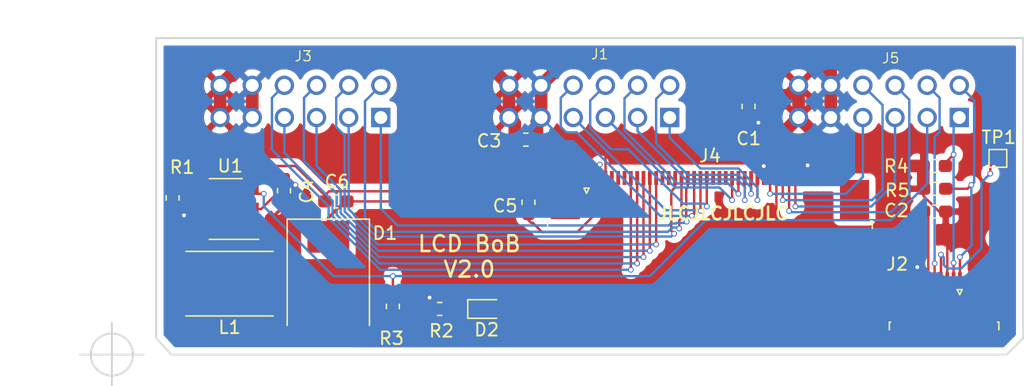
<source format=kicad_pcb>
(kicad_pcb (version 20171130) (host pcbnew 5.1.5+dfsg1-2build2)

  (general
    (thickness 1.6)
    (drawings 9)
    (tracks 349)
    (zones 0)
    (modules 23)
    (nets 32)
  )

  (page A4)
  (layers
    (0 F.Cu signal)
    (31 B.Cu signal)
    (32 B.Adhes user)
    (33 F.Adhes user)
    (34 B.Paste user)
    (35 F.Paste user)
    (36 B.SilkS user)
    (37 F.SilkS user)
    (38 B.Mask user)
    (39 F.Mask user)
    (40 Dwgs.User user)
    (41 Cmts.User user)
    (42 Eco1.User user)
    (43 Eco2.User user)
    (44 Edge.Cuts user)
    (45 Margin user)
    (46 B.CrtYd user)
    (47 F.CrtYd user)
    (48 B.Fab user)
    (49 F.Fab user hide)
  )

  (setup
    (last_trace_width 0.1905)
    (user_trace_width 0.127)
    (user_trace_width 0.1905)
    (user_trace_width 0.3)
    (user_trace_width 0.38)
    (user_trace_width 0.5)
    (user_trace_width 1)
    (user_trace_width 1.5)
    (user_trace_width 5)
    (trace_clearance 0.127)
    (zone_clearance 0.508)
    (zone_45_only no)
    (trace_min 0.127)
    (via_size 0.45)
    (via_drill 0.3)
    (via_min_size 0.45)
    (via_min_drill 0.3)
    (user_via 0.45 0.3)
    (uvia_size 0.5)
    (uvia_drill 0.3)
    (uvias_allowed no)
    (uvia_min_size 0.4)
    (uvia_min_drill 0.3)
    (edge_width 0.15)
    (segment_width 0.2)
    (pcb_text_width 0.3)
    (pcb_text_size 1.5 1.5)
    (mod_edge_width 0.15)
    (mod_text_size 0.82 0.82)
    (mod_text_width 0.15)
    (pad_size 1.524 1.524)
    (pad_drill 0.762)
    (pad_to_mask_clearance 0.2)
    (solder_mask_min_width 0.25)
    (aux_axis_origin 66 116.7)
    (visible_elements FFFFFF7F)
    (pcbplotparams
      (layerselection 0x010fc_ffffffff)
      (usegerberextensions false)
      (usegerberattributes false)
      (usegerberadvancedattributes false)
      (creategerberjobfile false)
      (excludeedgelayer true)
      (linewidth 0.100000)
      (plotframeref false)
      (viasonmask false)
      (mode 1)
      (useauxorigin false)
      (hpglpennumber 1)
      (hpglpenspeed 20)
      (hpglpendiameter 15.000000)
      (psnegative false)
      (psa4output false)
      (plotreference true)
      (plotvalue true)
      (plotinvisibletext false)
      (padsonsilk false)
      (subtractmaskfromsilk false)
      (outputformat 1)
      (mirror false)
      (drillshape 0)
      (scaleselection 1)
      (outputdirectory "bobout/"))
  )

  (net 0 "")
  (net 1 GND)
  (net 2 "Net-(C5-Pad2)")
  (net 3 "Net-(C5-Pad1)")
  (net 4 "Net-(D1-Pad2)")
  (net 5 "Net-(D2-Pad1)")
  (net 6 VDD)
  (net 7 INT)
  (net 8 /Reset)
  (net 9 SDA)
  (net 10 SCL)
  (net 11 ~EN)
  (net 12 /R3)
  (net 13 /R4)
  (net 14 /R5)
  (net 15 /R6)
  (net 16 /R7)
  (net 17 /G2)
  (net 18 /G3)
  (net 19 /G4)
  (net 20 /G7)
  (net 21 /G6)
  (net 22 /G5)
  (net 23 /B3)
  (net 24 /B4)
  (net 25 /B5)
  (net 26 /B6)
  (net 27 /B7)
  (net 28 /DE)
  (net 29 /VSYNC)
  (net 30 /HSYNC)
  (net 31 /PCLK)

  (net_class Default "This is the default net class."
    (clearance 0.127)
    (trace_width 0.127)
    (via_dia 0.45)
    (via_drill 0.3)
    (uvia_dia 0.5)
    (uvia_drill 0.3)
    (diff_pair_width 0.3)
    (diff_pair_gap 0.15)
    (add_net /B3)
    (add_net /B4)
    (add_net /B5)
    (add_net /B6)
    (add_net /B7)
    (add_net /DE)
    (add_net /G2)
    (add_net /G3)
    (add_net /G4)
    (add_net /G5)
    (add_net /G6)
    (add_net /G7)
    (add_net /HSYNC)
    (add_net /PCLK)
    (add_net /R3)
    (add_net /R4)
    (add_net /R5)
    (add_net /R6)
    (add_net /R7)
    (add_net /Reset)
    (add_net /VSYNC)
    (add_net GND)
    (add_net INT)
    (add_net "Net-(C5-Pad1)")
    (add_net "Net-(C5-Pad2)")
    (add_net "Net-(D1-Pad2)")
    (add_net "Net-(D2-Pad1)")
    (add_net SCL)
    (add_net SDA)
    (add_net VDD)
    (add_net ~EN)
  )

  (module Capacitor_SMD:C_0603_1608Metric_Pad1.05x0.95mm_HandSolder (layer F.Cu) (tedit 5B301BBE) (tstamp 6024973C)
    (at 98.705 99.72 180)
    (descr "Capacitor SMD 0603 (1608 Metric), square (rectangular) end terminal, IPC_7351 nominal with elongated pad for handsoldering. (Body size source: http://www.tortai-tech.com/upload/download/2011102023233369053.pdf), generated with kicad-footprint-generator")
    (tags "capacitor handsolder")
    (path /5EC82D30)
    (attr smd)
    (fp_text reference C3 (at 2.9 -0.1) (layer F.SilkS)
      (effects (font (size 1 1) (thickness 0.15)))
    )
    (fp_text value C (at 0 1.43) (layer F.Fab)
      (effects (font (size 1 1) (thickness 0.15)))
    )
    (fp_line (start -0.8 0.4) (end -0.8 -0.4) (layer F.Fab) (width 0.1))
    (fp_line (start -0.8 -0.4) (end 0.8 -0.4) (layer F.Fab) (width 0.1))
    (fp_line (start 0.8 -0.4) (end 0.8 0.4) (layer F.Fab) (width 0.1))
    (fp_line (start 0.8 0.4) (end -0.8 0.4) (layer F.Fab) (width 0.1))
    (fp_line (start -0.171267 -0.51) (end 0.171267 -0.51) (layer F.SilkS) (width 0.12))
    (fp_line (start -0.171267 0.51) (end 0.171267 0.51) (layer F.SilkS) (width 0.12))
    (fp_line (start -1.65 0.73) (end -1.65 -0.73) (layer F.CrtYd) (width 0.05))
    (fp_line (start -1.65 -0.73) (end 1.65 -0.73) (layer F.CrtYd) (width 0.05))
    (fp_line (start 1.65 -0.73) (end 1.65 0.73) (layer F.CrtYd) (width 0.05))
    (fp_line (start 1.65 0.73) (end -1.65 0.73) (layer F.CrtYd) (width 0.05))
    (fp_text user %R (at -0.7 0) (layer F.Fab)
      (effects (font (size 0.4 0.4) (thickness 0.06)))
    )
    (pad 1 smd roundrect (at -0.875 0 180) (size 1.05 0.95) (layers F.Cu F.Paste F.Mask) (roundrect_rratio 0.25)
      (net 1 GND))
    (pad 2 smd roundrect (at 0.875 0 180) (size 1.05 0.95) (layers F.Cu F.Paste F.Mask) (roundrect_rratio 0.25)
      (net 6 VDD))
    (model ${KISYS3DMOD}/Capacitor_SMD.3dshapes/C_0603_1608Metric.wrl
      (at (xyz 0 0 0))
      (scale (xyz 1 1 1))
      (rotate (xyz 0 0 0))
    )
  )

  (module TestPoint:TestPoint_Pad_1.0x1.0mm (layer F.Cu) (tedit 5A0F774F) (tstamp 60254387)
    (at 136 101.2)
    (descr "SMD rectangular pad as test Point, square 1.0mm side length")
    (tags "test point SMD pad rectangle square")
    (path /6069319D)
    (attr virtual)
    (fp_text reference TP1 (at 0.07 -1.66) (layer F.SilkS)
      (effects (font (size 1 1) (thickness 0.15)))
    )
    (fp_text value TestPoint (at 0 1.55) (layer F.Fab)
      (effects (font (size 1 1) (thickness 0.15)))
    )
    (fp_line (start 1 1) (end -1 1) (layer F.CrtYd) (width 0.05))
    (fp_line (start 1 1) (end 1 -1) (layer F.CrtYd) (width 0.05))
    (fp_line (start -1 -1) (end -1 1) (layer F.CrtYd) (width 0.05))
    (fp_line (start -1 -1) (end 1 -1) (layer F.CrtYd) (width 0.05))
    (fp_line (start -0.7 0.7) (end -0.7 -0.7) (layer F.SilkS) (width 0.12))
    (fp_line (start 0.7 0.7) (end -0.7 0.7) (layer F.SilkS) (width 0.12))
    (fp_line (start 0.7 -0.7) (end 0.7 0.7) (layer F.SilkS) (width 0.12))
    (fp_line (start -0.7 -0.7) (end 0.7 -0.7) (layer F.SilkS) (width 0.12))
    (fp_text user %R (at 0 -1.45) (layer F.Fab)
      (effects (font (size 1 1) (thickness 0.15)))
    )
    (pad 1 smd rect (at 0 0) (size 1 1) (layers F.Cu F.Mask)
      (net 8 /Reset))
  )

  (module Fiducial:Fiducial_0.75mm_Mask1.5mm (layer F.Cu) (tedit 5C18CB26) (tstamp 60254448)
    (at 135.9 107.5)
    (descr "Circular Fiducial, 0.75mm bare copper, 1.5mm soldermask opening (Level B)")
    (tags fiducial)
    (path /605BC578)
    (attr smd)
    (fp_text reference FID2 (at 0 -2) (layer F.SilkS) hide
      (effects (font (size 1 1) (thickness 0.15)))
    )
    (fp_text value Fiducial (at 0 2) (layer F.Fab)
      (effects (font (size 1 1) (thickness 0.15)))
    )
    (fp_circle (center 0 0) (end 1 0) (layer F.CrtYd) (width 0.05))
    (fp_text user %R (at 0.35 0.9) (layer F.Fab)
      (effects (font (size 0.3 0.3) (thickness 0.05)))
    )
    (fp_circle (center 0 0) (end 0.75 0) (layer F.Fab) (width 0.1))
    (pad "" smd circle (at 0 0) (size 0.75 0.75) (layers F.Cu F.Mask)
      (solder_mask_margin 0.375) (clearance 0.375))
  )

  (module Fiducial:Fiducial_0.75mm_Mask1.5mm (layer F.Cu) (tedit 5C18CB26) (tstamp 602540A3)
    (at 71.1 98.8)
    (descr "Circular Fiducial, 0.75mm bare copper, 1.5mm soldermask opening (Level B)")
    (tags fiducial)
    (path /605BBE19)
    (attr smd)
    (fp_text reference FID1 (at 0 -2) (layer F.SilkS) hide
      (effects (font (size 1 1) (thickness 0.15)))
    )
    (fp_text value Fiducial (at 0 2) (layer F.Fab)
      (effects (font (size 1 1) (thickness 0.15)))
    )
    (fp_circle (center 0 0) (end 1 0) (layer F.CrtYd) (width 0.05))
    (fp_text user %R (at -13.4 6.9) (layer F.Fab)
      (effects (font (size 0.3 0.3) (thickness 0.05)))
    )
    (fp_circle (center 0 0) (end 0.75 0) (layer F.Fab) (width 0.1))
    (pad "" smd circle (at 0 0) (size 0.75 0.75) (layers F.Cu F.Mask)
      (solder_mask_margin 0.375) (clearance 0.375))
  )

  (module Resistor_SMD:R_0603_1608Metric_Pad1.05x0.95mm_HandSolder (layer F.Cu) (tedit 5B301BBD) (tstamp 60253966)
    (at 131 103.6)
    (descr "Resistor SMD 0603 (1608 Metric), square (rectangular) end terminal, IPC_7351 nominal with elongated pad for handsoldering. (Body size source: http://www.tortai-tech.com/upload/download/2011102023233369053.pdf), generated with kicad-footprint-generator")
    (tags "resistor handsolder")
    (path /60563FD3)
    (attr smd)
    (fp_text reference R5 (at -2.95 0.13) (layer F.SilkS)
      (effects (font (size 1 1) (thickness 0.15)))
    )
    (fp_text value R (at 0 1.43) (layer F.Fab)
      (effects (font (size 1 1) (thickness 0.15)))
    )
    (fp_text user %R (at 0 0) (layer F.Fab)
      (effects (font (size 0.4 0.4) (thickness 0.06)))
    )
    (fp_line (start 1.65 0.73) (end -1.65 0.73) (layer F.CrtYd) (width 0.05))
    (fp_line (start 1.65 -0.73) (end 1.65 0.73) (layer F.CrtYd) (width 0.05))
    (fp_line (start -1.65 -0.73) (end 1.65 -0.73) (layer F.CrtYd) (width 0.05))
    (fp_line (start -1.65 0.73) (end -1.65 -0.73) (layer F.CrtYd) (width 0.05))
    (fp_line (start -0.171267 0.51) (end 0.171267 0.51) (layer F.SilkS) (width 0.12))
    (fp_line (start -0.171267 -0.51) (end 0.171267 -0.51) (layer F.SilkS) (width 0.12))
    (fp_line (start 0.8 0.4) (end -0.8 0.4) (layer F.Fab) (width 0.1))
    (fp_line (start 0.8 -0.4) (end 0.8 0.4) (layer F.Fab) (width 0.1))
    (fp_line (start -0.8 -0.4) (end 0.8 -0.4) (layer F.Fab) (width 0.1))
    (fp_line (start -0.8 0.4) (end -0.8 -0.4) (layer F.Fab) (width 0.1))
    (pad 2 smd roundrect (at 0.875 0) (size 1.05 0.95) (layers F.Cu F.Paste F.Mask) (roundrect_rratio 0.25)
      (net 10 SCL))
    (pad 1 smd roundrect (at -0.875 0) (size 1.05 0.95) (layers F.Cu F.Paste F.Mask) (roundrect_rratio 0.25)
      (net 6 VDD))
    (model ${KISYS3DMOD}/Resistor_SMD.3dshapes/R_0603_1608Metric.wrl
      (at (xyz 0 0 0))
      (scale (xyz 1 1 1))
      (rotate (xyz 0 0 0))
    )
  )

  (module Resistor_SMD:R_0603_1608Metric_Pad1.05x0.95mm_HandSolder (layer F.Cu) (tedit 5B301BBD) (tstamp 60253955)
    (at 130.975 101.8)
    (descr "Resistor SMD 0603 (1608 Metric), square (rectangular) end terminal, IPC_7351 nominal with elongated pad for handsoldering. (Body size source: http://www.tortai-tech.com/upload/download/2011102023233369053.pdf), generated with kicad-footprint-generator")
    (tags "resistor handsolder")
    (path /605656A4)
    (attr smd)
    (fp_text reference R4 (at -3.005 0.02) (layer F.SilkS)
      (effects (font (size 1 1) (thickness 0.15)))
    )
    (fp_text value R (at 0 1.43) (layer F.Fab)
      (effects (font (size 1 1) (thickness 0.15)))
    )
    (fp_text user %R (at 0 0) (layer F.Fab)
      (effects (font (size 0.4 0.4) (thickness 0.06)))
    )
    (fp_line (start 1.65 0.73) (end -1.65 0.73) (layer F.CrtYd) (width 0.05))
    (fp_line (start 1.65 -0.73) (end 1.65 0.73) (layer F.CrtYd) (width 0.05))
    (fp_line (start -1.65 -0.73) (end 1.65 -0.73) (layer F.CrtYd) (width 0.05))
    (fp_line (start -1.65 0.73) (end -1.65 -0.73) (layer F.CrtYd) (width 0.05))
    (fp_line (start -0.171267 0.51) (end 0.171267 0.51) (layer F.SilkS) (width 0.12))
    (fp_line (start -0.171267 -0.51) (end 0.171267 -0.51) (layer F.SilkS) (width 0.12))
    (fp_line (start 0.8 0.4) (end -0.8 0.4) (layer F.Fab) (width 0.1))
    (fp_line (start 0.8 -0.4) (end 0.8 0.4) (layer F.Fab) (width 0.1))
    (fp_line (start -0.8 -0.4) (end 0.8 -0.4) (layer F.Fab) (width 0.1))
    (fp_line (start -0.8 0.4) (end -0.8 -0.4) (layer F.Fab) (width 0.1))
    (pad 2 smd roundrect (at 0.875 0) (size 1.05 0.95) (layers F.Cu F.Paste F.Mask) (roundrect_rratio 0.25)
      (net 9 SDA))
    (pad 1 smd roundrect (at -0.875 0) (size 1.05 0.95) (layers F.Cu F.Paste F.Mask) (roundrect_rratio 0.25)
      (net 6 VDD))
    (model ${KISYS3DMOD}/Resistor_SMD.3dshapes/R_0603_1608Metric.wrl
      (at (xyz 0 0 0))
      (scale (xyz 1 1 1))
      (rotate (xyz 0 0 0))
    )
  )

  (module Capacitor_SMD:C_0603_1608Metric_Pad1.05x0.95mm_HandSolder (layer F.Cu) (tedit 5B301BBE) (tstamp 60248278)
    (at 131 105.4)
    (descr "Capacitor SMD 0603 (1608 Metric), square (rectangular) end terminal, IPC_7351 nominal with elongated pad for handsoldering. (Body size source: http://www.tortai-tech.com/upload/download/2011102023233369053.pdf), generated with kicad-footprint-generator")
    (tags "capacitor handsolder")
    (path /5ECD4DB2)
    (attr smd)
    (fp_text reference C2 (at -3.01 -0.08) (layer F.SilkS)
      (effects (font (size 1 1) (thickness 0.15)))
    )
    (fp_text value C (at 0 1.43) (layer F.Fab)
      (effects (font (size 1 1) (thickness 0.15)))
    )
    (fp_text user %R (at -0.1 0.5) (layer F.Fab)
      (effects (font (size 0.4 0.4) (thickness 0.06)))
    )
    (fp_line (start 1.65 0.73) (end -1.65 0.73) (layer F.CrtYd) (width 0.05))
    (fp_line (start 1.65 -0.73) (end 1.65 0.73) (layer F.CrtYd) (width 0.05))
    (fp_line (start -1.65 -0.73) (end 1.65 -0.73) (layer F.CrtYd) (width 0.05))
    (fp_line (start -1.65 0.73) (end -1.65 -0.73) (layer F.CrtYd) (width 0.05))
    (fp_line (start -0.171267 0.51) (end 0.171267 0.51) (layer F.SilkS) (width 0.12))
    (fp_line (start -0.171267 -0.51) (end 0.171267 -0.51) (layer F.SilkS) (width 0.12))
    (fp_line (start 0.8 0.4) (end -0.8 0.4) (layer F.Fab) (width 0.1))
    (fp_line (start 0.8 -0.4) (end 0.8 0.4) (layer F.Fab) (width 0.1))
    (fp_line (start -0.8 -0.4) (end 0.8 -0.4) (layer F.Fab) (width 0.1))
    (fp_line (start -0.8 0.4) (end -0.8 -0.4) (layer F.Fab) (width 0.1))
    (pad 2 smd roundrect (at 0.875 0) (size 1.05 0.95) (layers F.Cu F.Paste F.Mask) (roundrect_rratio 0.25)
      (net 6 VDD))
    (pad 1 smd roundrect (at -0.875 0) (size 1.05 0.95) (layers F.Cu F.Paste F.Mask) (roundrect_rratio 0.25)
      (net 1 GND))
    (model ${KISYS3DMOD}/Capacitor_SMD.3dshapes/C_0603_1608Metric.wrl
      (at (xyz 0 0 0))
      (scale (xyz 1 1 1))
      (rotate (xyz 0 0 0))
    )
  )

  (module Connector_FFC-FPC:TE_4-1734839-0_1x40-1MP_P0.5mm_Horizontal (layer F.Cu) (tedit 5DB5C65C) (tstamp 60246650)
    (at 113.25 104.1)
    (descr "TE FPC connector, 40 top-side contacts, 0.5mm pitch, SMT, https://www.te.com/commerce/DocumentDelivery/DDEController?Action=showdoc&DocId=Customer+Drawing%7F1734839%7FC%7Fpdf%7FEnglish%7FENG_CD_1734839_C_C_1734839.pdf%7F4-1734839-0")
    (tags "te fpc 1734839")
    (path /6094D6D1)
    (attr smd)
    (fp_text reference J4 (at 0 -3.1) (layer F.SilkS)
      (effects (font (size 1 1) (thickness 0.15)))
    )
    (fp_text value Conn_01x40 (at 0 3.25) (layer Dwgs.User)
      (effects (font (size 0.5 0.5) (thickness 0.08)))
    )
    (fp_text user %R (at 0 1.55) (layer F.Fab)
      (effects (font (size 1 1) (thickness 0.15)))
    )
    (fp_line (start 13.22 -2.4) (end -13.22 -2.4) (layer F.CrtYd) (width 0.05))
    (fp_line (start 13.22 4.25) (end 13.22 -2.4) (layer F.CrtYd) (width 0.05))
    (fp_line (start -13.22 4.25) (end 13.22 4.25) (layer F.CrtYd) (width 0.05))
    (fp_line (start -13.22 -2.4) (end -13.22 4.25) (layer F.CrtYd) (width 0.05))
    (fp_line (start 12.605 2.75) (end -12.605 2.75) (layer Dwgs.User) (width 0.1))
    (fp_line (start -9.55 -0.55) (end -9.95 -0.55) (layer F.SilkS) (width 0.12))
    (fp_line (start -9.75 -0.15) (end -9.55 -0.55) (layer F.SilkS) (width 0.12))
    (fp_line (start -9.95 -0.55) (end -9.75 -0.15) (layer F.SilkS) (width 0.12))
    (fp_line (start 12.825 2.04) (end 12.825 2.64) (layer F.SilkS) (width 0.12))
    (fp_line (start 12.715 2.04) (end 12.825 2.04) (layer F.SilkS) (width 0.12))
    (fp_line (start -12.825 2.04) (end -12.825 2.64) (layer F.SilkS) (width 0.12))
    (fp_line (start -12.715 2.04) (end -12.825 2.04) (layer F.SilkS) (width 0.12))
    (fp_line (start -9.75 0.15) (end -9.35 -0.65) (layer F.Fab) (width 0.1))
    (fp_line (start -10.15 -0.65) (end -9.75 0.15) (layer F.Fab) (width 0.1))
    (fp_line (start -12.06 2.15) (end -12.06 -0.65) (layer F.Fab) (width 0.1))
    (fp_line (start -12.715 2.15) (end -12.06 2.15) (layer F.Fab) (width 0.1))
    (fp_line (start -12.715 3.75) (end -12.715 2.15) (layer F.Fab) (width 0.1))
    (fp_line (start 12.715 3.75) (end -12.715 3.75) (layer F.Fab) (width 0.1))
    (fp_line (start 12.715 2.15) (end 12.715 3.75) (layer F.Fab) (width 0.1))
    (fp_line (start 12.06 2.15) (end 12.715 2.15) (layer F.Fab) (width 0.1))
    (fp_line (start 12.06 -0.65) (end 12.06 2.15) (layer F.Fab) (width 0.1))
    (fp_line (start -12.06 -0.65) (end 12.06 -0.65) (layer F.Fab) (width 0.1))
    (pad MP smd rect (at 11.42 0.35) (size 2.3 3.1) (layers F.Cu F.Paste F.Mask))
    (pad MP smd rect (at -11.42 0.35) (size 2.3 3.1) (layers F.Cu F.Paste F.Mask))
    (pad 40 smd rect (at 9.75 -1.35) (size 0.3 1.1) (layers F.Cu F.Paste F.Mask))
    (pad 39 smd rect (at 9.25 -1.35) (size 0.3 1.1) (layers F.Cu F.Paste F.Mask))
    (pad 38 smd rect (at 8.75 -1.35) (size 0.3 1.1) (layers F.Cu F.Paste F.Mask))
    (pad 37 smd rect (at 8.25 -1.35) (size 0.3 1.1) (layers F.Cu F.Paste F.Mask))
    (pad 36 smd rect (at 7.75 -1.35) (size 0.3 1.1) (layers F.Cu F.Paste F.Mask)
      (net 1 GND))
    (pad 35 smd rect (at 7.25 -1.35) (size 0.3 1.1) (layers F.Cu F.Paste F.Mask))
    (pad 34 smd rect (at 6.75 -1.35) (size 0.3 1.1) (layers F.Cu F.Paste F.Mask)
      (net 28 /DE))
    (pad 33 smd rect (at 6.25 -1.35) (size 0.3 1.1) (layers F.Cu F.Paste F.Mask)
      (net 29 /VSYNC))
    (pad 32 smd rect (at 5.75 -1.35) (size 0.3 1.1) (layers F.Cu F.Paste F.Mask)
      (net 30 /HSYNC))
    (pad 31 smd rect (at 5.25 -1.35) (size 0.3 1.1) (layers F.Cu F.Paste F.Mask)
      (net 6 VDD))
    (pad 30 smd rect (at 4.75 -1.35) (size 0.3 1.1) (layers F.Cu F.Paste F.Mask)
      (net 31 /PCLK))
    (pad 29 smd rect (at 4.25 -1.35) (size 0.3 1.1) (layers F.Cu F.Paste F.Mask)
      (net 1 GND))
    (pad 28 smd rect (at 3.75 -1.35) (size 0.3 1.1) (layers F.Cu F.Paste F.Mask)
      (net 27 /B7))
    (pad 27 smd rect (at 3.25 -1.35) (size 0.3 1.1) (layers F.Cu F.Paste F.Mask)
      (net 26 /B6))
    (pad 26 smd rect (at 2.75 -1.35) (size 0.3 1.1) (layers F.Cu F.Paste F.Mask)
      (net 25 /B5))
    (pad 25 smd rect (at 2.25 -1.35) (size 0.3 1.1) (layers F.Cu F.Paste F.Mask)
      (net 24 /B4))
    (pad 24 smd rect (at 1.75 -1.35) (size 0.3 1.1) (layers F.Cu F.Paste F.Mask)
      (net 23 /B3))
    (pad 23 smd rect (at 1.25 -1.35) (size 0.3 1.1) (layers F.Cu F.Paste F.Mask))
    (pad 22 smd rect (at 0.75 -1.35) (size 0.3 1.1) (layers F.Cu F.Paste F.Mask))
    (pad 21 smd rect (at 0.25 -1.35) (size 0.3 1.1) (layers F.Cu F.Paste F.Mask))
    (pad 20 smd rect (at -0.25 -1.35) (size 0.3 1.1) (layers F.Cu F.Paste F.Mask)
      (net 20 /G7))
    (pad 19 smd rect (at -0.75 -1.35) (size 0.3 1.1) (layers F.Cu F.Paste F.Mask)
      (net 21 /G6))
    (pad 18 smd rect (at -1.25 -1.35) (size 0.3 1.1) (layers F.Cu F.Paste F.Mask)
      (net 22 /G5))
    (pad 17 smd rect (at -1.75 -1.35) (size 0.3 1.1) (layers F.Cu F.Paste F.Mask)
      (net 19 /G4))
    (pad 16 smd rect (at -2.25 -1.35) (size 0.3 1.1) (layers F.Cu F.Paste F.Mask)
      (net 18 /G3))
    (pad 15 smd rect (at -2.75 -1.35) (size 0.3 1.1) (layers F.Cu F.Paste F.Mask)
      (net 17 /G2))
    (pad 14 smd rect (at -3.25 -1.35) (size 0.3 1.1) (layers F.Cu F.Paste F.Mask))
    (pad 13 smd rect (at -3.75 -1.35) (size 0.3 1.1) (layers F.Cu F.Paste F.Mask))
    (pad 12 smd rect (at -4.25 -1.35) (size 0.3 1.1) (layers F.Cu F.Paste F.Mask)
      (net 16 /R7))
    (pad 11 smd rect (at -4.75 -1.35) (size 0.3 1.1) (layers F.Cu F.Paste F.Mask)
      (net 15 /R6))
    (pad 10 smd rect (at -5.25 -1.35) (size 0.3 1.1) (layers F.Cu F.Paste F.Mask)
      (net 14 /R5))
    (pad 9 smd rect (at -5.75 -1.35) (size 0.3 1.1) (layers F.Cu F.Paste F.Mask)
      (net 13 /R4))
    (pad 8 smd rect (at -6.25 -1.35) (size 0.3 1.1) (layers F.Cu F.Paste F.Mask)
      (net 12 /R3))
    (pad 7 smd rect (at -6.75 -1.35) (size 0.3 1.1) (layers F.Cu F.Paste F.Mask))
    (pad 6 smd rect (at -7.25 -1.35) (size 0.3 1.1) (layers F.Cu F.Paste F.Mask))
    (pad 5 smd rect (at -7.75 -1.35) (size 0.3 1.1) (layers F.Cu F.Paste F.Mask))
    (pad 4 smd rect (at -8.25 -1.35) (size 0.3 1.1) (layers F.Cu F.Paste F.Mask)
      (net 6 VDD))
    (pad 3 smd rect (at -8.75 -1.35) (size 0.3 1.1) (layers F.Cu F.Paste F.Mask)
      (net 1 GND))
    (pad 2 smd rect (at -9.25 -1.35) (size 0.3 1.1) (layers F.Cu F.Paste F.Mask)
      (net 2 "Net-(C5-Pad2)"))
    (pad 1 smd rect (at -9.75 -1.35) (size 0.3 1.1) (layers F.Cu F.Paste F.Mask)
      (net 3 "Net-(C5-Pad1)"))
    (model ${KISYS3DMOD}/Connector_FFC-FPC.3dshapes/TE_4-1734839-0_1x40-1MP_P0.5mm_Horizontal.wrl
      (at (xyz 0 0 0))
      (scale (xyz 1 1 1))
      (rotate (xyz 0 0 0))
    )
  )

  (module Resistor_SMD:R_0603_1608Metric_Pad1.05x0.95mm_HandSolder (layer F.Cu) (tedit 5B301BBD) (tstamp 602466F6)
    (at 88.2 112.9 90)
    (descr "Resistor SMD 0603 (1608 Metric), square (rectangular) end terminal, IPC_7351 nominal with elongated pad for handsoldering. (Body size source: http://www.tortai-tech.com/upload/download/2011102023233369053.pdf), generated with kicad-footprint-generator")
    (tags "resistor handsolder")
    (path /608A3B26)
    (attr smd)
    (fp_text reference R3 (at -2.52 -0.11 180) (layer F.SilkS)
      (effects (font (size 1 1) (thickness 0.15)))
    )
    (fp_text value R (at 0 1.43 90) (layer F.Fab)
      (effects (font (size 1 1) (thickness 0.15)))
    )
    (fp_text user %R (at 0 0 90) (layer F.Fab)
      (effects (font (size 0.4 0.4) (thickness 0.06)))
    )
    (fp_line (start 1.65 0.73) (end -1.65 0.73) (layer F.CrtYd) (width 0.05))
    (fp_line (start 1.65 -0.73) (end 1.65 0.73) (layer F.CrtYd) (width 0.05))
    (fp_line (start -1.65 -0.73) (end 1.65 -0.73) (layer F.CrtYd) (width 0.05))
    (fp_line (start -1.65 0.73) (end -1.65 -0.73) (layer F.CrtYd) (width 0.05))
    (fp_line (start -0.171267 0.51) (end 0.171267 0.51) (layer F.SilkS) (width 0.12))
    (fp_line (start -0.171267 -0.51) (end 0.171267 -0.51) (layer F.SilkS) (width 0.12))
    (fp_line (start 0.8 0.4) (end -0.8 0.4) (layer F.Fab) (width 0.1))
    (fp_line (start 0.8 -0.4) (end 0.8 0.4) (layer F.Fab) (width 0.1))
    (fp_line (start -0.8 -0.4) (end 0.8 -0.4) (layer F.Fab) (width 0.1))
    (fp_line (start -0.8 0.4) (end -0.8 -0.4) (layer F.Fab) (width 0.1))
    (pad 2 smd roundrect (at 0.875 0 90) (size 1.05 0.95) (layers F.Cu F.Paste F.Mask) (roundrect_rratio 0.25)
      (net 11 ~EN))
    (pad 1 smd roundrect (at -0.875 0 90) (size 1.05 0.95) (layers F.Cu F.Paste F.Mask) (roundrect_rratio 0.25)
      (net 6 VDD))
    (model ${KISYS3DMOD}/Resistor_SMD.3dshapes/R_0603_1608Metric.wrl
      (at (xyz 0 0 0))
      (scale (xyz 1 1 1))
      (rotate (xyz 0 0 0))
    )
  )

  (module Resistor_SMD:R_0603_1608Metric_Pad1.05x0.95mm_HandSolder (layer F.Cu) (tedit 5B301BBD) (tstamp 602466C5)
    (at 70.8 104.325 270)
    (descr "Resistor SMD 0603 (1608 Metric), square (rectangular) end terminal, IPC_7351 nominal with elongated pad for handsoldering. (Body size source: http://www.tortai-tech.com/upload/download/2011102023233369053.pdf), generated with kicad-footprint-generator")
    (tags "resistor handsolder")
    (path /5EEB81A5)
    (attr smd)
    (fp_text reference R1 (at -2.425 -0.75 180) (layer F.SilkS)
      (effects (font (size 1 1) (thickness 0.15)))
    )
    (fp_text value R (at 0 1.43 90) (layer F.Fab)
      (effects (font (size 1 1) (thickness 0.15)))
    )
    (fp_text user %R (at 0 0 90) (layer F.Fab)
      (effects (font (size 0.4 0.4) (thickness 0.06)))
    )
    (fp_line (start 1.65 0.73) (end -1.65 0.73) (layer F.CrtYd) (width 0.05))
    (fp_line (start 1.65 -0.73) (end 1.65 0.73) (layer F.CrtYd) (width 0.05))
    (fp_line (start -1.65 -0.73) (end 1.65 -0.73) (layer F.CrtYd) (width 0.05))
    (fp_line (start -1.65 0.73) (end -1.65 -0.73) (layer F.CrtYd) (width 0.05))
    (fp_line (start -0.171267 0.51) (end 0.171267 0.51) (layer F.SilkS) (width 0.12))
    (fp_line (start -0.171267 -0.51) (end 0.171267 -0.51) (layer F.SilkS) (width 0.12))
    (fp_line (start 0.8 0.4) (end -0.8 0.4) (layer F.Fab) (width 0.1))
    (fp_line (start 0.8 -0.4) (end 0.8 0.4) (layer F.Fab) (width 0.1))
    (fp_line (start -0.8 -0.4) (end 0.8 -0.4) (layer F.Fab) (width 0.1))
    (fp_line (start -0.8 0.4) (end -0.8 -0.4) (layer F.Fab) (width 0.1))
    (pad 2 smd roundrect (at 0.875 0 270) (size 1.05 0.95) (layers F.Cu F.Paste F.Mask) (roundrect_rratio 0.25)
      (net 1 GND))
    (pad 1 smd roundrect (at -0.875 0 270) (size 1.05 0.95) (layers F.Cu F.Paste F.Mask) (roundrect_rratio 0.25)
      (net 3 "Net-(C5-Pad1)"))
    (model ${KISYS3DMOD}/Resistor_SMD.3dshapes/R_0603_1608Metric.wrl
      (at (xyz 0 0 0))
      (scale (xyz 1 1 1))
      (rotate (xyz 0 0 0))
    )
  )

  (module lcdbob:pmod_pin_array_6x2 locked (layer F.Cu) (tedit 601F3619) (tstamp 602475BD)
    (at 126.6 96.7 270)
    (descr "QMOD Pin Header 2 x 6 pins")
    (tags CONN)
    (path /602AADF7)
    (fp_text reference J5 (at -3.41 -0.93 180) (layer F.SilkS)
      (effects (font (size 0.8 0.8) (thickness 0.1)))
    )
    (fp_text value Conn_02x06_Counter_Clockwise (at 5.655 14.97 90) (layer F.Fab)
      (effects (font (size 1 1) (thickness 0.15)))
    )
    (fp_text user %R (at 5.31 6.35) (layer F.Fab)
      (effects (font (size 0.8 0.8) (thickness 0.1)))
    )
    (fp_line (start -5.08 10.16) (end -5.08 -10.16) (layer Dwgs.User) (width 0.05))
    (fp_text user "Board Edge" (at -5.25 9.5) (layer Dwgs.User)
      (effects (font (size 0.127 0.127) (thickness 0.03175)))
    )
    (fp_line (start 0 10.16) (end -5.08 10.16) (layer Dwgs.User) (width 0.05))
    (fp_line (start 0 -10.16) (end -5.08 -10.16) (layer Dwgs.User) (width 0.05))
    (fp_text user 0.20" (at -2.5 8.5 270) (layer Dwgs.User)
      (effects (font (size 0.5 0.5) (thickness 0.125)))
    )
    (fp_line (start 0 8.89) (end -0.254 9.144) (layer Dwgs.User) (width 0.05))
    (fp_line (start -0.254 8.636) (end 0 8.89) (layer Dwgs.User) (width 0.05))
    (fp_line (start -5.08 8.89) (end -4.826 8.636) (layer Dwgs.User) (width 0.05))
    (fp_line (start 0 8.89) (end -5.08 8.89) (layer Dwgs.User) (width 0.05))
    (fp_line (start -5.08 8.89) (end -4.826 9.144) (layer Dwgs.User) (width 0.05))
    (fp_line (start -5.842 0) (end -6.223 0.381) (layer Dwgs.User) (width 0.05))
    (fp_line (start -5.842 0) (end -5.461 0.381) (layer Dwgs.User) (width 0.05))
    (fp_line (start -5.842 10.16) (end -5.461 9.779) (layer Dwgs.User) (width 0.05))
    (fp_line (start -5.842 0) (end -5.842 10.16) (layer Dwgs.User) (width 0.05))
    (fp_line (start -5.842 10.16) (end -6.223 9.779) (layer Dwgs.User) (width 0.05))
    (fp_text user 0.4" (at -6.25 4.75) (layer Dwgs.User)
      (effects (font (size 0.5 0.5) (thickness 0.125)))
    )
    (fp_line (start -5.08 -11.43) (end -4.445 -11.43) (layer Dwgs.User) (width 0.05))
    (fp_line (start -3.81 -11.43) (end -3.175 -11.43) (layer Dwgs.User) (width 0.05))
    (fp_line (start -2.54 -11.43) (end -1.905 -11.43) (layer Dwgs.User) (width 0.05))
    (fp_line (start -1.27 -11.43) (end -0.635 -11.43) (layer Dwgs.User) (width 0.05))
    (fp_line (start 0 -11.43) (end 0.635 -11.43) (layer Dwgs.User) (width 0.05))
    (fp_line (start -5.08 11.43) (end -4.445 11.43) (layer Dwgs.User) (width 0.05))
    (fp_line (start -3.81 11.43) (end -3.175 11.43) (layer Dwgs.User) (width 0.05))
    (fp_line (start -2.54 11.43) (end -1.905 11.43) (layer Dwgs.User) (width 0.05))
    (fp_line (start -1.27 11.43) (end -0.635 11.43) (layer Dwgs.User) (width 0.05))
    (fp_line (start 0 11.43) (end 0.635 11.43) (layer Dwgs.User) (width 0.05))
    (fp_line (start 1.27 11.43) (end 1.905 11.43) (layer Dwgs.User) (width 0.05))
    (fp_line (start 1.27 -11.43) (end 1.905 -11.43) (layer Dwgs.User) (width 0.05))
    (fp_line (start 2.54 -11.43) (end 3.175 -11.43) (layer Dwgs.User) (width 0.05))
    (fp_line (start -6.985 0) (end -6.985 11.43) (layer Dwgs.User) (width 0.05))
    (fp_line (start -6.985 0) (end -7.366 0.381) (layer Dwgs.User) (width 0.05))
    (fp_line (start -6.604 0.381) (end -6.985 0) (layer Dwgs.User) (width 0.05))
    (fp_line (start -6.985 11.43) (end -7.366 11.049) (layer Dwgs.User) (width 0.05))
    (fp_line (start -6.985 11.43) (end -6.604 11.049) (layer Dwgs.User) (width 0.05))
    (fp_text user 0.45" (at -7.5 4.75) (layer Dwgs.User)
      (effects (font (size 0.5 0.5) (thickness 0.125)))
    )
    (pad 12 thru_hole circle (at -1.27 6.35 180) (size 1.524 1.524) (drill 1.016) (layers *.Cu *.Mask)
      (net 6 VDD))
    (pad 6 thru_hole circle (at 1.27 6.35 180) (size 1.524 1.524) (drill 1.016) (layers *.Cu *.Mask)
      (net 6 VDD))
    (pad 11 thru_hole circle (at -1.27 3.81 180) (size 1.524 1.524) (drill 1.016) (layers *.Cu *.Mask)
      (net 1 GND))
    (pad 5 thru_hole circle (at 1.27 3.81 180) (size 1.524 1.524) (drill 1.016) (layers *.Cu *.Mask)
      (net 1 GND))
    (pad 10 thru_hole circle (at -1.27 1.27 180) (size 1.524 1.524) (drill 1.016) (layers *.Cu *.Mask)
      (net 30 /HSYNC))
    (pad 4 thru_hole circle (at 1.27 1.27 180) (size 1.524 1.524) (drill 1.016) (layers *.Cu *.Mask)
      (net 31 /PCLK))
    (pad 9 thru_hole circle (at -1.27 -1.27 180) (size 1.524 1.524) (drill 1.016) (layers *.Cu *.Mask)
      (net 29 /VSYNC))
    (pad 3 thru_hole circle (at 1.27 -1.27 180) (size 1.524 1.524) (drill 1.016) (layers *.Cu *.Mask)
      (net 28 /DE))
    (pad 8 thru_hole circle (at -1.27 -3.81 180) (size 1.524 1.524) (drill 1.016) (layers *.Cu *.Mask)
      (net 7 INT))
    (pad 2 thru_hole circle (at 1.27 -3.81 180) (size 1.524 1.524) (drill 1.016) (layers *.Cu *.Mask)
      (net 11 ~EN))
    (pad 7 thru_hole circle (at -1.27 -6.35 180) (size 1.524 1.524) (drill 1.016) (layers *.Cu *.Mask)
      (net 10 SCL))
    (pad 1 thru_hole rect (at 1.27 -6.35 270) (size 1.524 1.524) (drill 1.016) (layers *.Cu *.Mask)
      (net 9 SDA))
    (model /usr/share/kicad/modules/packages3d/Socket_Strips.3dshapes/Socket_Strip_Angled_2x06.wrl
      (offset (xyz 0 5.079999923706055 0))
      (scale (xyz 1 1 1))
      (rotate (xyz 0 0 180))
    )
  )

  (module lcdbob:pmod_pin_array_6x2 locked (layer F.Cu) (tedit 601F3619) (tstamp 6024660B)
    (at 80.9 96.7 270)
    (descr "QMOD Pin Header 2 x 6 pins")
    (tags CONN)
    (path /602A8AA4)
    (fp_text reference J3 (at -3.57 -0.22 180) (layer F.SilkS)
      (effects (font (size 0.8 0.8) (thickness 0.1)))
    )
    (fp_text value Conn_02x06_Counter_Clockwise (at 5.655 14.97 90) (layer F.Fab)
      (effects (font (size 1 1) (thickness 0.15)))
    )
    (fp_text user %R (at 5.31 6.35) (layer F.Fab)
      (effects (font (size 0.8 0.8) (thickness 0.1)))
    )
    (fp_line (start -5.08 10.16) (end -5.08 -10.16) (layer Dwgs.User) (width 0.05))
    (fp_text user "Board Edge" (at -5.25 9.5) (layer Dwgs.User)
      (effects (font (size 0.127 0.127) (thickness 0.03175)))
    )
    (fp_line (start 0 10.16) (end -5.08 10.16) (layer Dwgs.User) (width 0.05))
    (fp_line (start 0 -10.16) (end -5.08 -10.16) (layer Dwgs.User) (width 0.05))
    (fp_text user 0.20" (at -2.5 8.5 270) (layer Dwgs.User)
      (effects (font (size 0.5 0.5) (thickness 0.125)))
    )
    (fp_line (start 0 8.89) (end -0.254 9.144) (layer Dwgs.User) (width 0.05))
    (fp_line (start -0.254 8.636) (end 0 8.89) (layer Dwgs.User) (width 0.05))
    (fp_line (start -5.08 8.89) (end -4.826 8.636) (layer Dwgs.User) (width 0.05))
    (fp_line (start 0 8.89) (end -5.08 8.89) (layer Dwgs.User) (width 0.05))
    (fp_line (start -5.08 8.89) (end -4.826 9.144) (layer Dwgs.User) (width 0.05))
    (fp_line (start -5.842 0) (end -6.223 0.381) (layer Dwgs.User) (width 0.05))
    (fp_line (start -5.842 0) (end -5.461 0.381) (layer Dwgs.User) (width 0.05))
    (fp_line (start -5.842 10.16) (end -5.461 9.779) (layer Dwgs.User) (width 0.05))
    (fp_line (start -5.842 0) (end -5.842 10.16) (layer Dwgs.User) (width 0.05))
    (fp_line (start -5.842 10.16) (end -6.223 9.779) (layer Dwgs.User) (width 0.05))
    (fp_text user 0.4" (at -6.25 4.75) (layer Dwgs.User)
      (effects (font (size 0.5 0.5) (thickness 0.125)))
    )
    (fp_line (start -5.08 -11.43) (end -4.445 -11.43) (layer Dwgs.User) (width 0.05))
    (fp_line (start -3.81 -11.43) (end -3.175 -11.43) (layer Dwgs.User) (width 0.05))
    (fp_line (start -2.54 -11.43) (end -1.905 -11.43) (layer Dwgs.User) (width 0.05))
    (fp_line (start -1.27 -11.43) (end -0.635 -11.43) (layer Dwgs.User) (width 0.05))
    (fp_line (start 0 -11.43) (end 0.635 -11.43) (layer Dwgs.User) (width 0.05))
    (fp_line (start -5.08 11.43) (end -4.445 11.43) (layer Dwgs.User) (width 0.05))
    (fp_line (start -3.81 11.43) (end -3.175 11.43) (layer Dwgs.User) (width 0.05))
    (fp_line (start -2.54 11.43) (end -1.905 11.43) (layer Dwgs.User) (width 0.05))
    (fp_line (start -1.27 11.43) (end -0.635 11.43) (layer Dwgs.User) (width 0.05))
    (fp_line (start 0 11.43) (end 0.635 11.43) (layer Dwgs.User) (width 0.05))
    (fp_line (start 1.27 11.43) (end 1.905 11.43) (layer Dwgs.User) (width 0.05))
    (fp_line (start 1.27 -11.43) (end 1.905 -11.43) (layer Dwgs.User) (width 0.05))
    (fp_line (start 2.54 -11.43) (end 3.175 -11.43) (layer Dwgs.User) (width 0.05))
    (fp_line (start -6.985 0) (end -6.985 11.43) (layer Dwgs.User) (width 0.05))
    (fp_line (start -6.985 0) (end -7.366 0.381) (layer Dwgs.User) (width 0.05))
    (fp_line (start -6.604 0.381) (end -6.985 0) (layer Dwgs.User) (width 0.05))
    (fp_line (start -6.985 11.43) (end -7.366 11.049) (layer Dwgs.User) (width 0.05))
    (fp_line (start -6.985 11.43) (end -6.604 11.049) (layer Dwgs.User) (width 0.05))
    (fp_text user 0.45" (at -7.5 4.75) (layer Dwgs.User)
      (effects (font (size 0.5 0.5) (thickness 0.125)))
    )
    (pad 12 thru_hole circle (at -1.27 6.35 180) (size 1.524 1.524) (drill 1.016) (layers *.Cu *.Mask)
      (net 6 VDD))
    (pad 6 thru_hole circle (at 1.27 6.35 180) (size 1.524 1.524) (drill 1.016) (layers *.Cu *.Mask)
      (net 6 VDD))
    (pad 11 thru_hole circle (at -1.27 3.81 180) (size 1.524 1.524) (drill 1.016) (layers *.Cu *.Mask)
      (net 1 GND))
    (pad 5 thru_hole circle (at 1.27 3.81 180) (size 1.524 1.524) (drill 1.016) (layers *.Cu *.Mask)
      (net 1 GND))
    (pad 10 thru_hole circle (at -1.27 1.27 180) (size 1.524 1.524) (drill 1.016) (layers *.Cu *.Mask)
      (net 12 /R3))
    (pad 4 thru_hole circle (at 1.27 1.27 180) (size 1.524 1.524) (drill 1.016) (layers *.Cu *.Mask)
      (net 13 /R4))
    (pad 9 thru_hole circle (at -1.27 -1.27 180) (size 1.524 1.524) (drill 1.016) (layers *.Cu *.Mask)
      (net 14 /R5))
    (pad 3 thru_hole circle (at 1.27 -1.27 180) (size 1.524 1.524) (drill 1.016) (layers *.Cu *.Mask)
      (net 15 /R6))
    (pad 8 thru_hole circle (at -1.27 -3.81 180) (size 1.524 1.524) (drill 1.016) (layers *.Cu *.Mask)
      (net 16 /R7))
    (pad 2 thru_hole circle (at 1.27 -3.81 180) (size 1.524 1.524) (drill 1.016) (layers *.Cu *.Mask)
      (net 17 /G2))
    (pad 7 thru_hole circle (at -1.27 -6.35 180) (size 1.524 1.524) (drill 1.016) (layers *.Cu *.Mask)
      (net 18 /G3))
    (pad 1 thru_hole rect (at 1.27 -6.35 270) (size 1.524 1.524) (drill 1.016) (layers *.Cu *.Mask)
      (net 19 /G4))
    (model /usr/share/kicad/modules/packages3d/Socket_Strips.3dshapes/Socket_Strip_Angled_2x06.wrl
      (offset (xyz 0 5.079999923706055 0))
      (scale (xyz 1 1 1))
      (rotate (xyz 0 0 180))
    )
  )

  (module lcdbob:pmod_pin_array_6x2 locked (layer F.Cu) (tedit 601F3619) (tstamp 60246593)
    (at 103.72 96.7 270)
    (descr "QMOD Pin Header 2 x 6 pins")
    (tags CONN)
    (path /602AA52C)
    (fp_text reference J1 (at -3.73 -0.82 180) (layer F.SilkS)
      (effects (font (size 0.8 0.8) (thickness 0.1)))
    )
    (fp_text value Conn_02x06_Counter_Clockwise (at 5.655 14.97 90) (layer F.Fab)
      (effects (font (size 1 1) (thickness 0.15)))
    )
    (fp_text user %R (at 5.31 6.35) (layer F.Fab)
      (effects (font (size 0.8 0.8) (thickness 0.1)))
    )
    (fp_line (start -5.08 10.16) (end -5.08 -10.16) (layer Dwgs.User) (width 0.05))
    (fp_text user "Board Edge" (at -5.25 9.5) (layer Dwgs.User)
      (effects (font (size 0.127 0.127) (thickness 0.03175)))
    )
    (fp_line (start 0 10.16) (end -5.08 10.16) (layer Dwgs.User) (width 0.05))
    (fp_line (start 0 -10.16) (end -5.08 -10.16) (layer Dwgs.User) (width 0.05))
    (fp_text user 0.20" (at -2.5 8.5 270) (layer Dwgs.User)
      (effects (font (size 0.5 0.5) (thickness 0.125)))
    )
    (fp_line (start 0 8.89) (end -0.254 9.144) (layer Dwgs.User) (width 0.05))
    (fp_line (start -0.254 8.636) (end 0 8.89) (layer Dwgs.User) (width 0.05))
    (fp_line (start -5.08 8.89) (end -4.826 8.636) (layer Dwgs.User) (width 0.05))
    (fp_line (start 0 8.89) (end -5.08 8.89) (layer Dwgs.User) (width 0.05))
    (fp_line (start -5.08 8.89) (end -4.826 9.144) (layer Dwgs.User) (width 0.05))
    (fp_line (start -5.842 0) (end -6.223 0.381) (layer Dwgs.User) (width 0.05))
    (fp_line (start -5.842 0) (end -5.461 0.381) (layer Dwgs.User) (width 0.05))
    (fp_line (start -5.842 10.16) (end -5.461 9.779) (layer Dwgs.User) (width 0.05))
    (fp_line (start -5.842 0) (end -5.842 10.16) (layer Dwgs.User) (width 0.05))
    (fp_line (start -5.842 10.16) (end -6.223 9.779) (layer Dwgs.User) (width 0.05))
    (fp_text user 0.4" (at -6.25 4.75) (layer Dwgs.User)
      (effects (font (size 0.5 0.5) (thickness 0.125)))
    )
    (fp_line (start -5.08 -11.43) (end -4.445 -11.43) (layer Dwgs.User) (width 0.05))
    (fp_line (start -3.81 -11.43) (end -3.175 -11.43) (layer Dwgs.User) (width 0.05))
    (fp_line (start -2.54 -11.43) (end -1.905 -11.43) (layer Dwgs.User) (width 0.05))
    (fp_line (start -1.27 -11.43) (end -0.635 -11.43) (layer Dwgs.User) (width 0.05))
    (fp_line (start 0 -11.43) (end 0.635 -11.43) (layer Dwgs.User) (width 0.05))
    (fp_line (start -5.08 11.43) (end -4.445 11.43) (layer Dwgs.User) (width 0.05))
    (fp_line (start -3.81 11.43) (end -3.175 11.43) (layer Dwgs.User) (width 0.05))
    (fp_line (start -2.54 11.43) (end -1.905 11.43) (layer Dwgs.User) (width 0.05))
    (fp_line (start -1.27 11.43) (end -0.635 11.43) (layer Dwgs.User) (width 0.05))
    (fp_line (start 0 11.43) (end 0.635 11.43) (layer Dwgs.User) (width 0.05))
    (fp_line (start 1.27 11.43) (end 1.905 11.43) (layer Dwgs.User) (width 0.05))
    (fp_line (start 1.27 -11.43) (end 1.905 -11.43) (layer Dwgs.User) (width 0.05))
    (fp_line (start 2.54 -11.43) (end 3.175 -11.43) (layer Dwgs.User) (width 0.05))
    (fp_line (start -6.985 0) (end -6.985 11.43) (layer Dwgs.User) (width 0.05))
    (fp_line (start -6.985 0) (end -7.366 0.381) (layer Dwgs.User) (width 0.05))
    (fp_line (start -6.604 0.381) (end -6.985 0) (layer Dwgs.User) (width 0.05))
    (fp_line (start -6.985 11.43) (end -7.366 11.049) (layer Dwgs.User) (width 0.05))
    (fp_line (start -6.985 11.43) (end -6.604 11.049) (layer Dwgs.User) (width 0.05))
    (fp_text user 0.45" (at -7.5 4.75) (layer Dwgs.User)
      (effects (font (size 0.5 0.5) (thickness 0.125)))
    )
    (pad 12 thru_hole circle (at -1.27 6.35 180) (size 1.524 1.524) (drill 1.016) (layers *.Cu *.Mask)
      (net 6 VDD))
    (pad 6 thru_hole circle (at 1.27 6.35 180) (size 1.524 1.524) (drill 1.016) (layers *.Cu *.Mask)
      (net 6 VDD))
    (pad 11 thru_hole circle (at -1.27 3.81 180) (size 1.524 1.524) (drill 1.016) (layers *.Cu *.Mask)
      (net 1 GND))
    (pad 5 thru_hole circle (at 1.27 3.81 180) (size 1.524 1.524) (drill 1.016) (layers *.Cu *.Mask)
      (net 1 GND))
    (pad 10 thru_hole circle (at -1.27 1.27 180) (size 1.524 1.524) (drill 1.016) (layers *.Cu *.Mask)
      (net 22 /G5))
    (pad 4 thru_hole circle (at 1.27 1.27 180) (size 1.524 1.524) (drill 1.016) (layers *.Cu *.Mask)
      (net 21 /G6))
    (pad 9 thru_hole circle (at -1.27 -1.27 180) (size 1.524 1.524) (drill 1.016) (layers *.Cu *.Mask)
      (net 20 /G7))
    (pad 3 thru_hole circle (at 1.27 -1.27 180) (size 1.524 1.524) (drill 1.016) (layers *.Cu *.Mask)
      (net 23 /B3))
    (pad 8 thru_hole circle (at -1.27 -3.81 180) (size 1.524 1.524) (drill 1.016) (layers *.Cu *.Mask)
      (net 24 /B4))
    (pad 2 thru_hole circle (at 1.27 -3.81 180) (size 1.524 1.524) (drill 1.016) (layers *.Cu *.Mask)
      (net 25 /B5))
    (pad 7 thru_hole circle (at -1.27 -6.35 180) (size 1.524 1.524) (drill 1.016) (layers *.Cu *.Mask)
      (net 26 /B6))
    (pad 1 thru_hole rect (at 1.27 -6.35 270) (size 1.524 1.524) (drill 1.016) (layers *.Cu *.Mask)
      (net 27 /B7))
    (model /usr/share/kicad/modules/packages3d/Socket_Strips.3dshapes/Socket_Strip_Angled_2x06.wrl
      (offset (xyz 0 5.079999923706055 0))
      (scale (xyz 1 1 1))
      (rotate (xyz 0 0 180))
    )
  )

  (module Connector_FFC-FPC:TE_0-1734839-6_1x06-1MP_P0.5mm_Horizontal (layer F.Cu) (tedit 5EC469DD) (tstamp 5EC4AE28)
    (at 131.75 112.1)
    (descr "TE FPC connector, 06 top-side contacts, 0.5mm pitch, SMT, https://www.te.com/commerce/DocumentDelivery/DDEController?Action=showdoc&DocId=Customer+Drawing%7F1734839%7FC%7Fpdf%7FEnglish%7FENG_CD_1734839_C_C_1734839.pdf%7F4-1734839-0")
    (tags "te fpc 1734839")
    (path /5ECACD70)
    (attr smd)
    (fp_text reference J2 (at -3.7 -2.55) (layer F.SilkS)
      (effects (font (size 1 1) (thickness 0.15)))
    )
    (fp_text value Conn_01x06 (at -0.71 6.56) (layer Dwgs.User)
      (effects (font (size 0.5 0.5) (thickness 0.08)))
    )
    (fp_line (start -3.56 -0.65) (end 3.56 -0.65) (layer F.Fab) (width 0.1))
    (fp_line (start 3.56 -0.65) (end 3.56 2.15) (layer F.Fab) (width 0.1))
    (fp_line (start 3.56 2.15) (end 4.215 2.15) (layer F.Fab) (width 0.1))
    (fp_line (start 4.215 2.15) (end 4.215 3.75) (layer F.Fab) (width 0.1))
    (fp_line (start 4.215 3.75) (end -4.215 3.75) (layer F.Fab) (width 0.1))
    (fp_line (start -4.215 3.75) (end -4.215 2.15) (layer F.Fab) (width 0.1))
    (fp_line (start -4.215 2.15) (end -3.56 2.15) (layer F.Fab) (width 0.1))
    (fp_line (start -3.56 2.15) (end -3.56 -0.65) (layer F.Fab) (width 0.1))
    (fp_line (start 0.83 -0.63) (end 1.23 0.17) (layer F.Fab) (width 0.1))
    (fp_line (start 1.23 0.17) (end 1.63 -0.63) (layer F.Fab) (width 0.1))
    (fp_line (start -4.215 2.04) (end -4.325 2.04) (layer F.SilkS) (width 0.12))
    (fp_line (start -4.325 2.04) (end -4.325 2.64) (layer F.SilkS) (width 0.12))
    (fp_line (start 4.215 2.04) (end 4.325 2.04) (layer F.SilkS) (width 0.12))
    (fp_line (start 4.325 2.04) (end 4.325 2.64) (layer F.SilkS) (width 0.12))
    (fp_line (start 1.03 -0.53) (end 1.23 -0.13) (layer F.SilkS) (width 0.12))
    (fp_line (start 1.23 -0.13) (end 1.43 -0.53) (layer F.SilkS) (width 0.12))
    (fp_line (start 1.43 -0.53) (end 1.03 -0.53) (layer F.SilkS) (width 0.12))
    (fp_line (start 4.105 2.75) (end -4.105 2.75) (layer Dwgs.User) (width 0.1))
    (fp_line (start -4.72 -2.4) (end -4.72 4.25) (layer F.CrtYd) (width 0.05))
    (fp_line (start -4.72 4.25) (end 4.72 4.25) (layer F.CrtYd) (width 0.05))
    (fp_line (start 4.72 4.25) (end 4.72 -2.4) (layer F.CrtYd) (width 0.05))
    (fp_line (start 4.72 -2.4) (end -4.72 -2.4) (layer F.CrtYd) (width 0.05))
    (fp_text user %R (at 0 3.55) (layer F.Fab)
      (effects (font (size 1 1) (thickness 0.15)))
    )
    (pad 6 smd rect (at -1.25 -1.35) (size 0.3 1.1) (layers F.Cu F.Paste F.Mask)
      (net 1 GND))
    (pad 5 smd rect (at -0.75 -1.35) (size 0.3 1.1) (layers F.Cu F.Paste F.Mask)
      (net 7 INT))
    (pad 4 smd rect (at -0.25 -1.35) (size 0.3 1.1) (layers F.Cu F.Paste F.Mask)
      (net 8 /Reset))
    (pad 3 smd rect (at 0.25 -1.35) (size 0.3 1.1) (layers F.Cu F.Paste F.Mask)
      (net 6 VDD))
    (pad 2 smd rect (at 0.75 -1.35) (size 0.3 1.1) (layers F.Cu F.Paste F.Mask)
      (net 9 SDA))
    (pad 1 smd rect (at 1.25 -1.35) (size 0.3 1.1) (layers F.Cu F.Paste F.Mask)
      (net 10 SCL))
    (pad MP smd rect (at -2.92 0.35) (size 2.3 3.1) (layers F.Cu F.Paste F.Mask))
    (pad MP smd rect (at 2.92 0.35) (size 2.3 3.1) (layers F.Cu F.Paste F.Mask))
    (model ${KISYS3DMOD}/Connector_FFC-FPC.3dshapes/TE_0-1734839-6_1x06-1MP_P0.5mm_Horizontal.wrl
      (at (xyz 0 0 0))
      (scale (xyz 1 1 1))
      (rotate (xyz 0 0 0))
    )
  )

  (module Capacitor_SMD:C_0603_1608Metric_Pad1.05x0.95mm_HandSolder (layer F.Cu) (tedit 5B301BBE) (tstamp 6024985D)
    (at 116.3 97.1 90)
    (descr "Capacitor SMD 0603 (1608 Metric), square (rectangular) end terminal, IPC_7351 nominal with elongated pad for handsoldering. (Body size source: http://www.tortai-tech.com/upload/download/2011102023233369053.pdf), generated with kicad-footprint-generator")
    (tags "capacitor handsolder")
    (path /5ECD4DB8)
    (attr smd)
    (fp_text reference C1 (at -2.54 0.01 180) (layer F.SilkS)
      (effects (font (size 1 1) (thickness 0.15)))
    )
    (fp_text value C (at 0 1.43 90) (layer F.Fab)
      (effects (font (size 1 1) (thickness 0.15)))
    )
    (fp_text user %R (at -0.325 -0.2 90) (layer F.Fab)
      (effects (font (size 0.4 0.4) (thickness 0.06)))
    )
    (fp_line (start 1.65 0.73) (end -1.65 0.73) (layer F.CrtYd) (width 0.05))
    (fp_line (start 1.65 -0.73) (end 1.65 0.73) (layer F.CrtYd) (width 0.05))
    (fp_line (start -1.65 -0.73) (end 1.65 -0.73) (layer F.CrtYd) (width 0.05))
    (fp_line (start -1.65 0.73) (end -1.65 -0.73) (layer F.CrtYd) (width 0.05))
    (fp_line (start -0.171267 0.51) (end 0.171267 0.51) (layer F.SilkS) (width 0.12))
    (fp_line (start -0.171267 -0.51) (end 0.171267 -0.51) (layer F.SilkS) (width 0.12))
    (fp_line (start 0.8 0.4) (end -0.8 0.4) (layer F.Fab) (width 0.1))
    (fp_line (start 0.8 -0.4) (end 0.8 0.4) (layer F.Fab) (width 0.1))
    (fp_line (start -0.8 -0.4) (end 0.8 -0.4) (layer F.Fab) (width 0.1))
    (fp_line (start -0.8 0.4) (end -0.8 -0.4) (layer F.Fab) (width 0.1))
    (pad 2 smd roundrect (at 0.875 0 90) (size 1.05 0.95) (layers F.Cu F.Paste F.Mask) (roundrect_rratio 0.25)
      (net 6 VDD))
    (pad 1 smd roundrect (at -0.875 0 90) (size 1.05 0.95) (layers F.Cu F.Paste F.Mask) (roundrect_rratio 0.25)
      (net 1 GND))
    (model ${KISYS3DMOD}/Capacitor_SMD.3dshapes/C_0603_1608Metric.wrl
      (at (xyz 0 0 0))
      (scale (xyz 1 1 1))
      (rotate (xyz 0 0 0))
    )
  )

  (module Capacitor_SMD:C_0603_1608Metric_Pad1.05x0.95mm_HandSolder (layer F.Cu) (tedit 5B301BBE) (tstamp 5EC4B074)
    (at 79.6 103.75 270)
    (descr "Capacitor SMD 0603 (1608 Metric), square (rectangular) end terminal, IPC_7351 nominal with elongated pad for handsoldering. (Body size source: http://www.tortai-tech.com/upload/download/2011102023233369053.pdf), generated with kicad-footprint-generator")
    (tags "capacitor handsolder")
    (path /5EC82899)
    (attr smd)
    (fp_text reference C4 (at 0.05 -1.78 90) (layer F.SilkS)
      (effects (font (size 1 1) (thickness 0.15)))
    )
    (fp_text value C (at 0 1.43 90) (layer F.Fab)
      (effects (font (size 1 1) (thickness 0.15)))
    )
    (fp_text user %R (at 0 0 90) (layer F.Fab)
      (effects (font (size 0.4 0.4) (thickness 0.06)))
    )
    (fp_line (start 1.65 0.73) (end -1.65 0.73) (layer F.CrtYd) (width 0.05))
    (fp_line (start 1.65 -0.73) (end 1.65 0.73) (layer F.CrtYd) (width 0.05))
    (fp_line (start -1.65 -0.73) (end 1.65 -0.73) (layer F.CrtYd) (width 0.05))
    (fp_line (start -1.65 0.73) (end -1.65 -0.73) (layer F.CrtYd) (width 0.05))
    (fp_line (start -0.171267 0.51) (end 0.171267 0.51) (layer F.SilkS) (width 0.12))
    (fp_line (start -0.171267 -0.51) (end 0.171267 -0.51) (layer F.SilkS) (width 0.12))
    (fp_line (start 0.8 0.4) (end -0.8 0.4) (layer F.Fab) (width 0.1))
    (fp_line (start 0.8 -0.4) (end 0.8 0.4) (layer F.Fab) (width 0.1))
    (fp_line (start -0.8 -0.4) (end 0.8 -0.4) (layer F.Fab) (width 0.1))
    (fp_line (start -0.8 0.4) (end -0.8 -0.4) (layer F.Fab) (width 0.1))
    (pad 2 smd roundrect (at 0.875 0 270) (size 1.05 0.95) (layers F.Cu F.Paste F.Mask) (roundrect_rratio 0.25)
      (net 6 VDD))
    (pad 1 smd roundrect (at -0.875 0 270) (size 1.05 0.95) (layers F.Cu F.Paste F.Mask) (roundrect_rratio 0.25)
      (net 1 GND))
    (model ${KISYS3DMOD}/Capacitor_SMD.3dshapes/C_0603_1608Metric.wrl
      (at (xyz 0 0 0))
      (scale (xyz 1 1 1))
      (rotate (xyz 0 0 0))
    )
  )

  (module Capacitor_SMD:C_0603_1608Metric_Pad1.05x0.95mm_HandSolder (layer F.Cu) (tedit 5B301BBE) (tstamp 5EC4ACD2)
    (at 98.91 104.675 270)
    (descr "Capacitor SMD 0603 (1608 Metric), square (rectangular) end terminal, IPC_7351 nominal with elongated pad for handsoldering. (Body size source: http://www.tortai-tech.com/upload/download/2011102023233369053.pdf), generated with kicad-footprint-generator")
    (tags "capacitor handsolder")
    (path /5EC83143)
    (attr smd)
    (fp_text reference C5 (at 0.28 1.84 180) (layer F.SilkS)
      (effects (font (size 1 1) (thickness 0.15)))
    )
    (fp_text value C (at 0 1.43 90) (layer F.Fab)
      (effects (font (size 1 1) (thickness 0.15)))
    )
    (fp_text user %R (at -1.815001 2.084999 90) (layer F.Fab)
      (effects (font (size 0.4 0.4) (thickness 0.06)))
    )
    (fp_line (start 1.65 0.73) (end -1.65 0.73) (layer F.CrtYd) (width 0.05))
    (fp_line (start 1.65 -0.73) (end 1.65 0.73) (layer F.CrtYd) (width 0.05))
    (fp_line (start -1.65 -0.73) (end 1.65 -0.73) (layer F.CrtYd) (width 0.05))
    (fp_line (start -1.65 0.73) (end -1.65 -0.73) (layer F.CrtYd) (width 0.05))
    (fp_line (start -0.171267 0.51) (end 0.171267 0.51) (layer F.SilkS) (width 0.12))
    (fp_line (start -0.171267 -0.51) (end 0.171267 -0.51) (layer F.SilkS) (width 0.12))
    (fp_line (start 0.8 0.4) (end -0.8 0.4) (layer F.Fab) (width 0.1))
    (fp_line (start 0.8 -0.4) (end 0.8 0.4) (layer F.Fab) (width 0.1))
    (fp_line (start -0.8 -0.4) (end 0.8 -0.4) (layer F.Fab) (width 0.1))
    (fp_line (start -0.8 0.4) (end -0.8 -0.4) (layer F.Fab) (width 0.1))
    (pad 2 smd roundrect (at 0.875 0 270) (size 1.05 0.95) (layers F.Cu F.Paste F.Mask) (roundrect_rratio 0.25)
      (net 2 "Net-(C5-Pad2)"))
    (pad 1 smd roundrect (at -0.875 0 270) (size 1.05 0.95) (layers F.Cu F.Paste F.Mask) (roundrect_rratio 0.25)
      (net 3 "Net-(C5-Pad1)"))
    (model ${KISYS3DMOD}/Capacitor_SMD.3dshapes/C_0603_1608Metric.wrl
      (at (xyz 0 0 0))
      (scale (xyz 1 1 1))
      (rotate (xyz 0 0 0))
    )
  )

  (module Capacitor_SMD:C_0603_1608Metric_Pad1.05x0.95mm_HandSolder (layer F.Cu) (tedit 5B301BBE) (tstamp 5EC4B0E9)
    (at 83.7 104.6)
    (descr "Capacitor SMD 0603 (1608 Metric), square (rectangular) end terminal, IPC_7351 nominal with elongated pad for handsoldering. (Body size source: http://www.tortai-tech.com/upload/download/2011102023233369053.pdf), generated with kicad-footprint-generator")
    (tags "capacitor handsolder")
    (path /5EC81EB4)
    (attr smd)
    (fp_text reference C6 (at 0.09 -1.57) (layer F.SilkS)
      (effects (font (size 1 1) (thickness 0.15)))
    )
    (fp_text value C (at 0 1.43) (layer F.Fab)
      (effects (font (size 1 1) (thickness 0.15)))
    )
    (fp_line (start -0.8 0.4) (end -0.8 -0.4) (layer F.Fab) (width 0.1))
    (fp_line (start -0.8 -0.4) (end 0.8 -0.4) (layer F.Fab) (width 0.1))
    (fp_line (start 0.8 -0.4) (end 0.8 0.4) (layer F.Fab) (width 0.1))
    (fp_line (start 0.8 0.4) (end -0.8 0.4) (layer F.Fab) (width 0.1))
    (fp_line (start -0.171267 -0.51) (end 0.171267 -0.51) (layer F.SilkS) (width 0.12))
    (fp_line (start -0.171267 0.51) (end 0.171267 0.51) (layer F.SilkS) (width 0.12))
    (fp_line (start -1.65 0.73) (end -1.65 -0.73) (layer F.CrtYd) (width 0.05))
    (fp_line (start -1.65 -0.73) (end 1.65 -0.73) (layer F.CrtYd) (width 0.05))
    (fp_line (start 1.65 -0.73) (end 1.65 0.73) (layer F.CrtYd) (width 0.05))
    (fp_line (start 1.65 0.73) (end -1.65 0.73) (layer F.CrtYd) (width 0.05))
    (fp_text user %R (at 0 0) (layer F.Fab)
      (effects (font (size 0.4 0.4) (thickness 0.06)))
    )
    (pad 1 smd roundrect (at -0.875 0) (size 1.05 0.95) (layers F.Cu F.Paste F.Mask) (roundrect_rratio 0.25)
      (net 3 "Net-(C5-Pad1)"))
    (pad 2 smd roundrect (at 0.875 0) (size 1.05 0.95) (layers F.Cu F.Paste F.Mask) (roundrect_rratio 0.25)
      (net 2 "Net-(C5-Pad2)"))
    (model ${KISYS3DMOD}/Capacitor_SMD.3dshapes/C_0603_1608Metric.wrl
      (at (xyz 0 0 0))
      (scale (xyz 1 1 1))
      (rotate (xyz 0 0 0))
    )
  )

  (module Diode_SMD:D_SMC (layer F.Cu) (tedit 5864295D) (tstamp 5EC4B0AB)
    (at 83.1 110.8 270)
    (descr "Diode SMC (DO-214AB)")
    (tags "Diode SMC (DO-214AB)")
    (path /5ED29EA7)
    (attr smd)
    (fp_text reference D1 (at -3.69 -4.48 180) (layer F.SilkS)
      (effects (font (size 1 1) (thickness 0.15)))
    )
    (fp_text value B340 (at 0 4.2 90) (layer F.Fab)
      (effects (font (size 1 1) (thickness 0.15)))
    )
    (fp_text user %R (at 0 -1.9 90) (layer F.Fab)
      (effects (font (size 1 1) (thickness 0.15)))
    )
    (fp_line (start -4.8 3.25) (end -4.8 -3.25) (layer F.SilkS) (width 0.12))
    (fp_line (start 3.55 3.1) (end -3.55 3.1) (layer F.Fab) (width 0.1))
    (fp_line (start -3.55 3.1) (end -3.55 -3.1) (layer F.Fab) (width 0.1))
    (fp_line (start 3.55 -3.1) (end 3.55 3.1) (layer F.Fab) (width 0.1))
    (fp_line (start 3.55 -3.1) (end -3.55 -3.1) (layer F.Fab) (width 0.1))
    (fp_line (start -4.9 -3.35) (end 4.9 -3.35) (layer F.CrtYd) (width 0.05))
    (fp_line (start 4.9 -3.35) (end 4.9 3.35) (layer F.CrtYd) (width 0.05))
    (fp_line (start 4.9 3.35) (end -4.9 3.35) (layer F.CrtYd) (width 0.05))
    (fp_line (start -4.9 3.35) (end -4.9 -3.35) (layer F.CrtYd) (width 0.05))
    (fp_line (start -0.64944 0.00102) (end -1.55114 0.00102) (layer F.Fab) (width 0.1))
    (fp_line (start 0.50118 0.00102) (end 1.4994 0.00102) (layer F.Fab) (width 0.1))
    (fp_line (start -0.64944 -0.79908) (end -0.64944 0.80112) (layer F.Fab) (width 0.1))
    (fp_line (start 0.50118 0.75032) (end 0.50118 -0.79908) (layer F.Fab) (width 0.1))
    (fp_line (start -0.64944 0.00102) (end 0.50118 0.75032) (layer F.Fab) (width 0.1))
    (fp_line (start -0.64944 0.00102) (end 0.50118 -0.79908) (layer F.Fab) (width 0.1))
    (fp_line (start -4.8 3.25) (end 3.6 3.25) (layer F.SilkS) (width 0.12))
    (fp_line (start -4.8 -3.25) (end 3.6 -3.25) (layer F.SilkS) (width 0.12))
    (pad 1 smd rect (at -3.4 0) (size 3.3 2.5) (layers F.Cu F.Paste F.Mask)
      (net 2 "Net-(C5-Pad2)"))
    (pad 2 smd rect (at 3.4 0) (size 3.3 2.5) (layers F.Cu F.Paste F.Mask)
      (net 4 "Net-(D1-Pad2)"))
    (model ${KISYS3DMOD}/Diode_SMD.3dshapes/D_SMC.wrl
      (at (xyz 0 0 0))
      (scale (xyz 1 1 1))
      (rotate (xyz 0 0 0))
    )
  )

  (module LED_SMD:LED_0603_1608Metric (layer F.Cu) (tedit 5B301BBE) (tstamp 6024AB8C)
    (at 95.6 113.1)
    (descr "LED SMD 0603 (1608 Metric), square (rectangular) end terminal, IPC_7351 nominal, (Body size source: http://www.tortai-tech.com/upload/download/2011102023233369053.pdf), generated with kicad-footprint-generator")
    (tags diode)
    (path /5EDBADFB)
    (attr smd)
    (fp_text reference D2 (at 0.0075 1.64) (layer F.SilkS)
      (effects (font (size 1 1) (thickness 0.15)))
    )
    (fp_text value LED (at 0 1.43) (layer F.Fab)
      (effects (font (size 1 1) (thickness 0.15)))
    )
    (fp_line (start 0.8 -0.4) (end -0.5 -0.4) (layer F.Fab) (width 0.1))
    (fp_line (start -0.5 -0.4) (end -0.8 -0.1) (layer F.Fab) (width 0.1))
    (fp_line (start -0.8 -0.1) (end -0.8 0.4) (layer F.Fab) (width 0.1))
    (fp_line (start -0.8 0.4) (end 0.8 0.4) (layer F.Fab) (width 0.1))
    (fp_line (start 0.8 0.4) (end 0.8 -0.4) (layer F.Fab) (width 0.1))
    (fp_line (start 0.8 -0.735) (end -1.485 -0.735) (layer F.SilkS) (width 0.12))
    (fp_line (start -1.485 -0.735) (end -1.485 0.735) (layer F.SilkS) (width 0.12))
    (fp_line (start -1.485 0.735) (end 0.8 0.735) (layer F.SilkS) (width 0.12))
    (fp_line (start -1.48 0.73) (end -1.48 -0.73) (layer F.CrtYd) (width 0.05))
    (fp_line (start -1.48 -0.73) (end 1.48 -0.73) (layer F.CrtYd) (width 0.05))
    (fp_line (start 1.48 -0.73) (end 1.48 0.73) (layer F.CrtYd) (width 0.05))
    (fp_line (start 1.48 0.73) (end -1.48 0.73) (layer F.CrtYd) (width 0.05))
    (fp_text user %R (at 0 0) (layer F.Fab)
      (effects (font (size 0.4 0.4) (thickness 0.06)))
    )
    (pad 1 smd roundrect (at -0.7875 0) (size 0.875 0.95) (layers F.Cu F.Paste F.Mask) (roundrect_rratio 0.25)
      (net 5 "Net-(D2-Pad1)"))
    (pad 2 smd roundrect (at 0.7875 0) (size 0.875 0.95) (layers F.Cu F.Paste F.Mask) (roundrect_rratio 0.25)
      (net 6 VDD))
    (model ${KISYS3DMOD}/LED_SMD.3dshapes/LED_0603_1608Metric.wrl
      (at (xyz 0 0 0))
      (scale (xyz 1 1 1))
      (rotate (xyz 0 0 0))
    )
  )

  (module Inductor_SMD:L_Taiyo-Yuden_NR-50xx_HandSoldering (layer F.Cu) (tedit 5990349D) (tstamp 5EC4ADD6)
    (at 75.3 111.1 180)
    (descr "Inductor, Taiyo Yuden, NR series, Taiyo-Yuden_NR-50xx, 4.9mmx4.9mm")
    (tags "inductor taiyo-yuden nr smd")
    (path /5ED59447)
    (attr smd)
    (fp_text reference L1 (at 0 -3.45) (layer F.SilkS)
      (effects (font (size 1 1) (thickness 0.15)))
    )
    (fp_text value INDUCTOR_SMALL (at 0 3.95) (layer F.Fab)
      (effects (font (size 1 1) (thickness 0.15)))
    )
    (fp_text user %R (at 0.05 0.15) (layer F.Fab)
      (effects (font (size 1 1) (thickness 0.15)))
    )
    (fp_line (start -2.45 0) (end -2.45 -1.65) (layer F.Fab) (width 0.1))
    (fp_line (start -2.45 -1.65) (end -1.65 -2.45) (layer F.Fab) (width 0.1))
    (fp_line (start -1.65 -2.45) (end 0 -2.45) (layer F.Fab) (width 0.1))
    (fp_line (start 2.45 0) (end 2.45 -1.65) (layer F.Fab) (width 0.1))
    (fp_line (start 2.45 -1.65) (end 1.65 -2.45) (layer F.Fab) (width 0.1))
    (fp_line (start 1.65 -2.45) (end 0 -2.45) (layer F.Fab) (width 0.1))
    (fp_line (start 2.45 0) (end 2.45 1.65) (layer F.Fab) (width 0.1))
    (fp_line (start 2.45 1.65) (end 1.65 2.45) (layer F.Fab) (width 0.1))
    (fp_line (start 1.65 2.45) (end 0 2.45) (layer F.Fab) (width 0.1))
    (fp_line (start -2.45 0) (end -2.45 1.65) (layer F.Fab) (width 0.1))
    (fp_line (start -2.45 1.65) (end -1.65 2.45) (layer F.Fab) (width 0.1))
    (fp_line (start -1.65 2.45) (end 0 2.45) (layer F.Fab) (width 0.1))
    (fp_line (start -3.45 -2.55) (end 3.45 -2.55) (layer F.SilkS) (width 0.12))
    (fp_line (start -3.45 2.55) (end 3.45 2.55) (layer F.SilkS) (width 0.12))
    (fp_line (start -3.75 -2.75) (end -3.75 2.75) (layer F.CrtYd) (width 0.05))
    (fp_line (start -3.75 2.75) (end 3.75 2.75) (layer F.CrtYd) (width 0.05))
    (fp_line (start 3.75 2.75) (end 3.75 -2.75) (layer F.CrtYd) (width 0.05))
    (fp_line (start 3.75 -2.75) (end -3.75 -2.75) (layer F.CrtYd) (width 0.05))
    (pad 1 smd rect (at -2.25 0 180) (size 2.4 4.2) (layers F.Cu F.Paste F.Mask)
      (net 6 VDD))
    (pad 2 smd rect (at 2.25 0 180) (size 2.4 4.2) (layers F.Cu F.Paste F.Mask)
      (net 4 "Net-(D1-Pad2)"))
    (model ${KISYS3DMOD}/Inductor_SMD.3dshapes/L_Taiyo-Yuden_NR-50xx.wrl
      (at (xyz 0 0 0))
      (scale (xyz 1 1 1))
      (rotate (xyz 0 0 0))
    )
  )

  (module Resistor_SMD:R_0603_1608Metric_Pad1.05x0.95mm_HandSolder (layer F.Cu) (tedit 5B301BBD) (tstamp 6024AB57)
    (at 91.9 113.1 180)
    (descr "Resistor SMD 0603 (1608 Metric), square (rectangular) end terminal, IPC_7351 nominal with elongated pad for handsoldering. (Body size source: http://www.tortai-tech.com/upload/download/2011102023233369053.pdf), generated with kicad-footprint-generator")
    (tags "resistor handsolder")
    (path /5EDBBA3F)
    (attr smd)
    (fp_text reference R2 (at -0.135 -1.73) (layer F.SilkS)
      (effects (font (size 1 1) (thickness 0.15)))
    )
    (fp_text value R (at 0 1.43) (layer F.Fab)
      (effects (font (size 1 1) (thickness 0.15)))
    )
    (fp_line (start -0.8 0.4) (end -0.8 -0.4) (layer F.Fab) (width 0.1))
    (fp_line (start -0.8 -0.4) (end 0.8 -0.4) (layer F.Fab) (width 0.1))
    (fp_line (start 0.8 -0.4) (end 0.8 0.4) (layer F.Fab) (width 0.1))
    (fp_line (start 0.8 0.4) (end -0.8 0.4) (layer F.Fab) (width 0.1))
    (fp_line (start -0.171267 -0.51) (end 0.171267 -0.51) (layer F.SilkS) (width 0.12))
    (fp_line (start -0.171267 0.51) (end 0.171267 0.51) (layer F.SilkS) (width 0.12))
    (fp_line (start -1.65 0.73) (end -1.65 -0.73) (layer F.CrtYd) (width 0.05))
    (fp_line (start -1.65 -0.73) (end 1.65 -0.73) (layer F.CrtYd) (width 0.05))
    (fp_line (start 1.65 -0.73) (end 1.65 0.73) (layer F.CrtYd) (width 0.05))
    (fp_line (start 1.65 0.73) (end -1.65 0.73) (layer F.CrtYd) (width 0.05))
    (fp_text user %R (at 3.875 2.1) (layer F.Fab)
      (effects (font (size 0.4 0.4) (thickness 0.06)))
    )
    (pad 1 smd roundrect (at -0.875 0 180) (size 1.05 0.95) (layers F.Cu F.Paste F.Mask) (roundrect_rratio 0.25)
      (net 5 "Net-(D2-Pad1)"))
    (pad 2 smd roundrect (at 0.875 0 180) (size 1.05 0.95) (layers F.Cu F.Paste F.Mask) (roundrect_rratio 0.25)
      (net 1 GND))
    (model ${KISYS3DMOD}/Resistor_SMD.3dshapes/R_0603_1608Metric.wrl
      (at (xyz 0 0 0))
      (scale (xyz 1 1 1))
      (rotate (xyz 0 0 0))
    )
  )

  (module Package_TO_SOT_SMD:SOT-89-5 (layer F.Cu) (tedit 5A02FF57) (tstamp 5EC4B121)
    (at 75 105.2 180)
    (descr "SOT-89-5, Housing,http://www.e-devices.ricoh.co.jp/en/products/product_power/pkg/sot-89-5.pdf")
    (tags "SOT-89-5 Housing ")
    (path /5ED0BC0E)
    (attr smd)
    (fp_text reference U1 (at -0.35 3.4) (layer F.SilkS)
      (effects (font (size 1 1) (thickness 0.15)))
    )
    (fp_text value PT4110 (at -0.275 3.325) (layer F.Fab)
      (effects (font (size 1 1) (thickness 0.15)))
    )
    (fp_text user %R (at 0.35 0.1 90) (layer F.Fab)
      (effects (font (size 0.6 0.6) (thickness 0.09)))
    )
    (fp_line (start 1.3 2.4) (end -1.3 2.4) (layer F.SilkS) (width 0.12))
    (fp_line (start -2.6 -2.4) (end 1.3 -2.4) (layer F.SilkS) (width 0.12))
    (fp_line (start -1.29 -1.51) (end -0.5 -2.3) (layer F.Fab) (width 0.1))
    (fp_line (start 1.31 -2.3) (end 1.31 2.3) (layer F.Fab) (width 0.1))
    (fp_line (start 1.31 2.3) (end -1.29 2.3) (layer F.Fab) (width 0.1))
    (fp_line (start -1.29 2.3) (end -1.29 -1.51) (layer F.Fab) (width 0.1))
    (fp_line (start -0.5 -2.3) (end 1.31 -2.3) (layer F.Fab) (width 0.1))
    (fp_line (start 2.85 -2.55) (end 2.85 2.55) (layer F.CrtYd) (width 0.05))
    (fp_line (start 2.85 -2.55) (end -2.85 -2.55) (layer F.CrtYd) (width 0.05))
    (fp_line (start -2.85 2.55) (end 2.85 2.55) (layer F.CrtYd) (width 0.05))
    (fp_line (start -2.85 2.55) (end -2.85 -2.55) (layer F.CrtYd) (width 0.05))
    (pad 2 smd trapezoid (at 0.775 0 90) (size 1.5 0.75) (rect_delta 0 0.5 ) (layers F.Cu F.Paste F.Mask)
      (net 1 GND))
    (pad 5 smd rect (at 1.85 -1.5 90) (size 0.7 1.5) (layers F.Cu F.Paste F.Mask)
      (net 4 "Net-(D1-Pad2)"))
    (pad 4 smd rect (at 1.85 1.5 90) (size 0.7 1.5) (layers F.Cu F.Paste F.Mask)
      (net 3 "Net-(C5-Pad1)"))
    (pad 1 smd rect (at -1.85 -1.5 90) (size 0.7 1.5) (layers F.Cu F.Paste F.Mask)
      (net 6 VDD))
    (pad 2 smd rect (at -1.85 0 90) (size 1 1.5) (layers F.Cu F.Paste F.Mask)
      (net 1 GND))
    (pad 3 smd rect (at -1.85 1.5 90) (size 0.7 1.5) (layers F.Cu F.Paste F.Mask)
      (net 11 ~EN))
    (pad 2 smd rect (at 1.85 0 90) (size 1 1.5) (layers F.Cu F.Paste F.Mask)
      (net 1 GND))
    (pad 2 smd trapezoid (at -0.775 0 270) (size 1.5 0.75) (rect_delta 0 0.5 ) (layers F.Cu F.Paste F.Mask)
      (net 1 GND))
    (pad 2 smd rect (at 0 0 90) (size 2 0.8) (layers F.Cu F.Paste F.Mask)
      (net 1 GND))
    (model ${KISYS3DMOD}/Package_TO_SOT_SMD.3dshapes/SOT-89-5.wrl
      (at (xyz 0 0 0))
      (scale (xyz 1 1 1))
      (rotate (xyz 0 0 0))
    )
  )

  (gr_line (start 69.5 115.4) (end 70.7 116.7) (layer Edge.Cuts) (width 0.15))
  (gr_line (start 69.5 91.7) (end 69.5 115.4) (layer Edge.Cuts) (width 0.15))
  (gr_text JLCJLCJLCJLC (at 114.27 105.56) (layer F.SilkS)
    (effects (font (size 1 1) (thickness 0.2)))
  )
  (target plus (at 66 116.7) (size 5) (width 0.15) (layer Edge.Cuts))
  (gr_text "LCD BoB\nV2.0" (at 94.24 108.96) (layer F.SilkS) (tstamp 6024AB78)
    (effects (font (size 1.25 1.25) (thickness 0.2)))
  )
  (gr_line (start 138 115.4) (end 136.7 116.7) (layer Edge.Cuts) (width 0.15))
  (gr_line (start 138 115.4) (end 138 91.7) (layer Edge.Cuts) (width 0.15) (tstamp 5EC53248))
  (gr_line (start 70.7 116.7) (end 136.7 116.7) (layer Edge.Cuts) (width 0.15) (tstamp 6024AB3F))
  (gr_line (start 138 91.7) (end 69.5 91.7) (layer Edge.Cuts) (width 0.15) (tstamp 5EC5321E))

  (segment (start 76.85 105.2) (end 73.15 105.2) (width 0.127) (layer F.Cu) (net 1) (status 30))
  (segment (start 130.5 105.775) (end 130.125 105.4) (width 0.1905) (layer F.Cu) (net 1))
  (segment (start 130.5 110.75) (end 130.5 105.775) (width 0.1905) (layer F.Cu) (net 1))
  (segment (start 71.275 105.2) (end 73.15 105.2) (width 0.1905) (layer F.Cu) (net 1))
  (segment (start 70.8 105.2) (end 71.275 105.2) (width 0.1905) (layer F.Cu) (net 1))
  (segment (start 79.6 103.4) (end 79.6 102.875) (width 0.1905) (layer F.Cu) (net 1))
  (segment (start 77.8 105.2) (end 79.6 103.4) (width 0.1905) (layer F.Cu) (net 1))
  (segment (start 76.85 105.2) (end 77.8 105.2) (width 0.1905) (layer F.Cu) (net 1))
  (segment (start 122.79 95.43) (end 122.79 97.97) (width 1) (layer F.Cu) (net 1))
  (segment (start 99.91 95.43) (end 99.91 97.97) (width 1) (layer F.Cu) (net 1))
  (segment (start 77.09 95.43) (end 77.09 97.97) (width 1) (layer F.Cu) (net 1))
  (segment (start 122.79 94.35237) (end 121.43763 93) (width 1) (layer F.Cu) (net 1))
  (segment (start 122.79 95.43) (end 122.79 94.35237) (width 1) (layer F.Cu) (net 1))
  (segment (start 102.34 93) (end 99.91 95.43) (width 1) (layer F.Cu) (net 1))
  (segment (start 121.43763 93) (end 102.34 93) (width 1) (layer F.Cu) (net 1))
  (via (at 80.5 103.3) (size 0.45) (drill 0.3) (layers F.Cu B.Cu) (net 1))
  (segment (start 80.075 102.875) (end 80.5 103.3) (width 0.1905) (layer F.Cu) (net 1))
  (segment (start 79.6 102.875) (end 80.075 102.875) (width 0.1905) (layer F.Cu) (net 1))
  (via (at 71.7 105.7) (size 0.45) (drill 0.3) (layers F.Cu B.Cu) (net 1))
  (segment (start 71.2 105.2) (end 71.7 105.7) (width 0.1905) (layer F.Cu) (net 1))
  (segment (start 70.8 105.2) (end 71.2 105.2) (width 0.1905) (layer F.Cu) (net 1))
  (via (at 91.1 112.2) (size 0.45) (drill 0.3) (layers F.Cu B.Cu) (net 1))
  (segment (start 91.025 112.275) (end 91.1 112.2) (width 0.1905) (layer F.Cu) (net 1))
  (segment (start 91.025 113.1) (end 91.025 112.275) (width 0.1905) (layer F.Cu) (net 1))
  (via (at 117.08 98.38) (size 0.45) (drill 0.3) (layers F.Cu B.Cu) (net 1))
  (segment (start 116.675 97.975) (end 117.08 98.38) (width 0.127) (layer F.Cu) (net 1))
  (segment (start 116.3 97.975) (end 116.675 97.975) (width 0.127) (layer F.Cu) (net 1))
  (via (at 117.5 101.81) (size 0.45) (drill 0.3) (layers F.Cu B.Cu) (net 1))
  (segment (start 117.5 102.75) (end 117.5 101.81) (width 0.127) (layer F.Cu) (net 1))
  (segment (start 121 101.78) (end 120.97 101.75) (width 0.127) (layer F.Cu) (net 1))
  (via (at 120.97 101.75) (size 0.45) (drill 0.3) (layers F.Cu B.Cu) (net 1))
  (segment (start 121 102.75) (end 121 101.78) (width 0.127) (layer F.Cu) (net 1))
  (via (at 129.63 109.79) (size 0.45) (drill 0.3) (layers F.Cu B.Cu) (net 1))
  (segment (start 130.217 109.79) (end 129.63 109.79) (width 0.127) (layer F.Cu) (net 1))
  (segment (start 130.5 110.073) (end 130.217 109.79) (width 0.127) (layer F.Cu) (net 1))
  (segment (start 130.5 110.75) (end 130.5 110.073) (width 0.127) (layer F.Cu) (net 1))
  (via (at 104.55274 101.68829) (size 0.45) (drill 0.3) (layers F.Cu B.Cu) (net 1))
  (segment (start 104.5 102.75) (end 104.5 101.74103) (width 0.1905) (layer F.Cu) (net 1))
  (segment (start 104.5 101.74103) (end 104.55274 101.68829) (width 0.1905) (layer F.Cu) (net 1))
  (segment (start 103.62829 101.68829) (end 99.91 97.97) (width 0.1905) (layer B.Cu) (net 1))
  (segment (start 104.55274 101.68829) (end 103.62829 101.68829) (width 0.1905) (layer B.Cu) (net 1))
  (segment (start 99.58 98.3) (end 99.91 97.97) (width 1) (layer F.Cu) (net 1))
  (segment (start 99.58 99.72) (end 99.58 98.3) (width 1) (layer F.Cu) (net 1))
  (segment (start 84.4 104.6) (end 84.575 104.6) (width 0.25) (layer F.Cu) (net 2) (status 30))
  (segment (start 83.1 105.9) (end 84.4 104.6) (width 0.25) (layer F.Cu) (net 2) (status 20))
  (segment (start 83.1 107.4) (end 83.1 105.9) (width 0.25) (layer F.Cu) (net 2) (status 10))
  (segment (start 104 102.75) (end 104 105.79) (width 0.1905) (layer F.Cu) (net 2))
  (segment (start 104 105.79) (end 102.77 107.02) (width 0.1905) (layer F.Cu) (net 2))
  (segment (start 102.77 107.02) (end 99.98 107.02) (width 0.1905) (layer F.Cu) (net 2))
  (segment (start 99.98 107.02) (end 99.25 106.29) (width 0.1905) (layer F.Cu) (net 2))
  (segment (start 99.125 106.29) (end 98.91 106.075) (width 0.1905) (layer F.Cu) (net 2))
  (segment (start 98.91 106.075) (end 98.91 105.55) (width 0.1905) (layer F.Cu) (net 2))
  (segment (start 99.25 106.29) (end 99.125 106.29) (width 0.1905) (layer F.Cu) (net 2))
  (segment (start 98.485 104.6) (end 85.1 104.6) (width 0.1905) (layer F.Cu) (net 2))
  (segment (start 98.91 105.025) (end 98.485 104.6) (width 0.1905) (layer F.Cu) (net 2))
  (segment (start 85.1 104.6) (end 84.575 104.6) (width 0.1905) (layer F.Cu) (net 2))
  (segment (start 98.91 105.55) (end 98.91 105.025) (width 0.1905) (layer F.Cu) (net 2))
  (segment (start 72.9 103.45) (end 73.15 103.7) (width 0.1905) (layer F.Cu) (net 3))
  (segment (start 70.8 103.45) (end 72.9 103.45) (width 0.1905) (layer F.Cu) (net 3))
  (segment (start 74.0905 103.7) (end 75.9905 101.8) (width 0.1905) (layer F.Cu) (net 3))
  (segment (start 73.15 103.7) (end 74.0905 103.7) (width 0.1905) (layer F.Cu) (net 3))
  (segment (start 80.5 101.8) (end 82.825 104.125) (width 0.1905) (layer F.Cu) (net 3))
  (segment (start 75.9905 101.8) (end 80.5 101.8) (width 0.1905) (layer F.Cu) (net 3))
  (segment (start 103.5 102.0095) (end 103.5 102.75) (width 0.1905) (layer F.Cu) (net 3))
  (segment (start 103.5 102.0095) (end 103.4405 101.95) (width 0.1905) (layer F.Cu) (net 3))
  (segment (start 103.4405 101.95) (end 100.01 101.95) (width 0.1905) (layer F.Cu) (net 3))
  (segment (start 98.91 103.05) (end 98.91 103.8) (width 0.1905) (layer F.Cu) (net 3))
  (segment (start 100.01 101.95) (end 98.91 103.05) (width 0.1905) (layer F.Cu) (net 3))
  (segment (start 83.15 103.8) (end 98.435 103.8) (width 0.1905) (layer F.Cu) (net 3))
  (segment (start 82.825 104.125) (end 83.15 103.8) (width 0.1905) (layer F.Cu) (net 3))
  (segment (start 98.435 103.8) (end 98.91 103.8) (width 0.1905) (layer F.Cu) (net 3))
  (segment (start 82.825 104.6) (end 82.825 104.125) (width 0.1905) (layer F.Cu) (net 3))
  (segment (start 73.05 106.8) (end 73.15 106.7) (width 0.25) (layer F.Cu) (net 4) (status 30))
  (segment (start 73.05 111.1) (end 73.05 106.8) (width 0.25) (layer F.Cu) (net 4) (status 30))
  (segment (start 73.05 113.45) (end 73.05 111.1) (width 0.25) (layer F.Cu) (net 4) (status 20))
  (segment (start 73.8 114.2) (end 73.05 113.45) (width 0.25) (layer F.Cu) (net 4))
  (segment (start 83.1 114.2) (end 73.8 114.2) (width 0.25) (layer F.Cu) (net 4) (status 10))
  (segment (start 92.775 113.1) (end 94.8125 113.1) (width 0.1905) (layer F.Cu) (net 5))
  (segment (start 77.15 107) (end 76.85 106.7) (width 0.25) (layer F.Cu) (net 6) (status 30))
  (segment (start 79.6 104.95) (end 79.6 104.625) (width 0.25) (layer F.Cu) (net 6) (status 30))
  (segment (start 77.85 106.7) (end 79.6 104.95) (width 0.25) (layer F.Cu) (net 6) (status 20))
  (segment (start 76.85 106.7) (end 77.85 106.7) (width 0.25) (layer F.Cu) (net 6) (status 10))
  (segment (start 77.55 107.4) (end 76.85 106.7) (width 0.25) (layer F.Cu) (net 6) (status 20))
  (segment (start 77.55 111.1) (end 77.55 107.4) (width 0.25) (layer F.Cu) (net 6) (status 10))
  (segment (start 132 105.525) (end 131.875 105.4) (width 0.1905) (layer F.Cu) (net 6))
  (segment (start 132 110.75) (end 132 105.525) (width 0.1905) (layer F.Cu) (net 6))
  (segment (start 130.125 104.075) (end 130.125 103.6) (width 0.1905) (layer F.Cu) (net 6))
  (segment (start 130.125 104.175) (end 130.125 104.075) (width 0.1905) (layer F.Cu) (net 6))
  (segment (start 131.35 105.4) (end 130.125 104.175) (width 0.1905) (layer F.Cu) (net 6))
  (segment (start 131.875 105.4) (end 131.35 105.4) (width 0.1905) (layer F.Cu) (net 6))
  (segment (start 120.25 95.43) (end 120.25 97.97) (width 1) (layer F.Cu) (net 6))
  (segment (start 97.37 95.43) (end 97.37 97.97) (width 1) (layer F.Cu) (net 6))
  (segment (start 74.55 95.43) (end 74.55 97.97) (width 1) (layer F.Cu) (net 6))
  (segment (start 96.3875 113.575) (end 96.3875 113.1) (width 1) (layer F.Cu) (net 6))
  (segment (start 89.10201 114.20201) (end 95.76049 114.20201) (width 1) (layer F.Cu) (net 6))
  (segment (start 88.675 113.775) (end 89.10201 114.20201) (width 1) (layer F.Cu) (net 6))
  (segment (start 95.76049 114.20201) (end 96.3875 113.575) (width 1) (layer F.Cu) (net 6))
  (segment (start 88.2 113.775) (end 88.675 113.775) (width 1) (layer F.Cu) (net 6))
  (segment (start 79.75 111.1) (end 77.55 111.1) (width 1) (layer F.Cu) (net 6))
  (segment (start 85.05 111.1) (end 79.75 111.1) (width 1) (layer F.Cu) (net 6))
  (segment (start 87.725 113.775) (end 85.05 111.1) (width 1) (layer F.Cu) (net 6))
  (segment (start 88.2 113.775) (end 87.725 113.775) (width 1) (layer F.Cu) (net 6))
  (segment (start 75.311999 94.668001) (end 75.531999 94.668001) (width 1) (layer F.Cu) (net 6))
  (segment (start 74.55 95.43) (end 75.311999 94.668001) (width 1) (layer F.Cu) (net 6))
  (segment (start 75.531999 94.668001) (end 77.4 92.8) (width 1) (layer F.Cu) (net 6))
  (segment (start 94.74 92.8) (end 97.37 95.43) (width 1) (layer F.Cu) (net 6))
  (segment (start 77.4 92.8) (end 94.74 92.8) (width 1) (layer F.Cu) (net 6))
  (segment (start 119.455 96.225) (end 120.25 95.43) (width 1) (layer F.Cu) (net 6))
  (segment (start 116.3 96.225) (end 119.455 96.225) (width 1) (layer F.Cu) (net 6))
  (segment (start 124.08 101.8) (end 120.25 97.97) (width 1) (layer F.Cu) (net 6))
  (segment (start 130.1 101.8) (end 124.08 101.8) (width 1) (layer F.Cu) (net 6))
  (segment (start 130.1 103.575) (end 130.125 103.6) (width 1) (layer F.Cu) (net 6))
  (segment (start 130.1 101.8) (end 130.1 103.575) (width 1) (layer F.Cu) (net 6))
  (segment (start 118.5 99.72) (end 120.25 97.97) (width 0.127) (layer F.Cu) (net 6))
  (segment (start 118.5 102.75) (end 118.5 99.72) (width 0.127) (layer F.Cu) (net 6))
  (segment (start 105 99.37) (end 104.96 99.33) (width 0.1905) (layer F.Cu) (net 6))
  (segment (start 105 102.75) (end 105 99.37) (width 0.1905) (layer F.Cu) (net 6))
  (segment (start 118.6 99.62) (end 120.25 97.97) (width 1) (layer F.Cu) (net 6))
  (segment (start 97.83 98.43) (end 97.37 97.97) (width 1) (layer F.Cu) (net 6))
  (segment (start 97.83 99.72) (end 97.83 98.43) (width 1) (layer F.Cu) (net 6))
  (segment (start 97.83 100.195) (end 98.705 101.07) (width 1) (layer F.Cu) (net 6))
  (segment (start 97.83 99.72) (end 97.83 100.195) (width 1) (layer F.Cu) (net 6))
  (segment (start 98.705 101.07) (end 101.71 101.07) (width 1) (layer F.Cu) (net 6))
  (segment (start 101.71 101.07) (end 102.78 100) (width 1) (layer F.Cu) (net 6))
  (segment (start 118.22 100) (end 120.25 97.97) (width 1) (layer F.Cu) (net 6))
  (segment (start 102.78 100) (end 118.22 100) (width 1) (layer F.Cu) (net 6))
  (segment (start 105 102.75) (end 105 105.51) (width 0.1905) (layer F.Cu) (net 6))
  (segment (start 105 105.51) (end 104.91 105.6) (width 0.1905) (layer F.Cu) (net 6))
  (segment (start 118.5 102.75) (end 118.5 103.4905) (width 0.1905) (layer F.Cu) (net 6))
  (segment (start 118.5 103.4905) (end 118.5 106.04) (width 0.1905) (layer F.Cu) (net 6))
  (segment (start 118.5 106.04) (end 118.69 106.23) (width 0.1905) (layer F.Cu) (net 6))
  (via (at 131 109.5) (size 0.45) (drill 0.3) (layers F.Cu B.Cu) (net 7))
  (segment (start 131 110.75) (end 131 109.5) (width 0.1905) (layer F.Cu) (net 7))
  (segment (start 131 109.5) (end 131 99.5) (width 0.1905) (layer B.Cu) (net 7) (tstamp 60247605))
  (segment (start 131.394251 96.414251) (end 131.171999 96.191999) (width 0.1905) (layer B.Cu) (net 7))
  (segment (start 131.394251 99.105749) (end 131.394251 96.414251) (width 0.1905) (layer B.Cu) (net 7))
  (segment (start 131.171999 96.191999) (end 130.41 95.43) (width 0.1905) (layer B.Cu) (net 7))
  (segment (start 131 99.5) (end 131.394251 99.105749) (width 0.1905) (layer B.Cu) (net 7))
  (via (at 131.5 108.8) (size 0.45) (drill 0.3) (layers F.Cu B.Cu) (net 8))
  (segment (start 131.5 110.75) (end 131.5 108.8) (width 0.1905) (layer F.Cu) (net 8))
  (segment (start 131.724999 109.024999) (end 131.724999 109.624999) (width 0.1905) (layer B.Cu) (net 8))
  (segment (start 131.5 108.8) (end 131.724999 109.024999) (width 0.1905) (layer B.Cu) (net 8))
  (segment (start 131.724999 109.624999) (end 132 109.9) (width 0.1905) (layer B.Cu) (net 8))
  (segment (start 132 109.9) (end 133.1 109.9) (width 0.1905) (layer B.Cu) (net 8))
  (segment (start 133.1 109.9) (end 134.7 108.3) (width 0.1905) (layer B.Cu) (net 8))
  (via (at 135.4 102.4) (size 0.45) (drill 0.3) (layers F.Cu B.Cu) (net 8))
  (segment (start 134.7 103.1) (end 135.4 102.4) (width 0.1905) (layer B.Cu) (net 8))
  (segment (start 134.7 108.3) (end 134.7 103.1) (width 0.1905) (layer B.Cu) (net 8))
  (segment (start 135.4 101.8) (end 136 101.2) (width 0.1905) (layer F.Cu) (net 8))
  (segment (start 135.4 102.4) (end 135.4 101.8) (width 0.1905) (layer F.Cu) (net 8))
  (segment (start 132.5 98.42) (end 132.95 97.97) (width 0.1905) (layer B.Cu) (net 9))
  (via (at 132.5 100.9) (size 0.45) (drill 0.3) (layers F.Cu B.Cu) (net 9))
  (segment (start 131.85 101.55) (end 132.5 100.9) (width 0.1905) (layer F.Cu) (net 9))
  (segment (start 131.85 101.8) (end 131.85 101.55) (width 0.1905) (layer F.Cu) (net 9))
  (segment (start 132.5 100.9) (end 132.5 98.42) (width 0.1905) (layer B.Cu) (net 9))
  (via (at 132.5 109.45274) (size 0.45) (drill 0.3) (layers F.Cu B.Cu) (net 9))
  (segment (start 132.5 110.75) (end 132.5 109.45274) (width 0.1905) (layer F.Cu) (net 9))
  (segment (start 132.5 100.9) (end 132.5 109.45274) (width 0.1905) (layer B.Cu) (net 9))
  (via (at 133 109) (size 0.45) (drill 0.3) (layers F.Cu B.Cu) (net 10))
  (segment (start 133 110.75) (end 133 109) (width 0.1905) (layer F.Cu) (net 10))
  (segment (start 133 109) (end 133.934251 108.065749) (width 0.1905) (layer B.Cu) (net 10))
  (via (at 133.9 103.3) (size 0.45) (drill 0.3) (layers F.Cu B.Cu) (net 10))
  (segment (start 133.6 103.6) (end 133.9 103.3) (width 0.1905) (layer F.Cu) (net 10))
  (segment (start 131.875 103.6) (end 133.6 103.6) (width 0.1905) (layer F.Cu) (net 10))
  (segment (start 133.934251 108.065749) (end 133.9 103.3) (width 0.1905) (layer B.Cu) (net 10))
  (segment (start 134.124999 96.604999) (end 133.711999 96.191999) (width 0.1905) (layer B.Cu) (net 10))
  (segment (start 133.711999 96.191999) (end 132.95 95.43) (width 0.1905) (layer B.Cu) (net 10))
  (segment (start 134.124999 103.075001) (end 134.124999 96.604999) (width 0.1905) (layer B.Cu) (net 10))
  (segment (start 133.9 103.3) (end 134.124999 103.075001) (width 0.1905) (layer B.Cu) (net 10))
  (via (at 78 104) (size 0.45) (drill 0.3) (layers F.Cu B.Cu) (net 11))
  (segment (start 77.15 104) (end 76.85 103.7) (width 0.1905) (layer F.Cu) (net 11))
  (segment (start 78 104) (end 77.15 104) (width 0.1905) (layer F.Cu) (net 11))
  (segment (start 78 105) (end 78 104) (width 0.1905) (layer B.Cu) (net 11))
  (segment (start 83.5 110.5) (end 78 105) (width 0.1905) (layer B.Cu) (net 11))
  (via (at 88.2 110.5) (size 0.45) (drill 0.3) (layers F.Cu B.Cu) (net 11))
  (segment (start 88.2 112.025) (end 88.2 110.5) (width 0.1905) (layer F.Cu) (net 11))
  (segment (start 88.2 110.5) (end 83.5 110.5) (width 0.1905) (layer B.Cu) (net 11))
  (segment (start 130.41 99.04763) (end 130.41 97.97) (width 0.1905) (layer B.Cu) (net 11))
  (segment (start 130.41 103.19) (end 130.41 99.04763) (width 0.1905) (layer B.Cu) (net 11))
  (segment (start 130.38 103.24) (end 130.41 103.19) (width 0.1905) (layer B.Cu) (net 11))
  (segment (start 127.54 106.08) (end 130.38 103.24) (width 0.1905) (layer B.Cu) (net 11))
  (segment (start 112.93 106.08) (end 127.54 106.08) (width 0.1905) (layer B.Cu) (net 11))
  (segment (start 108.51 110.5) (end 112.93 106.08) (width 0.1905) (layer B.Cu) (net 11))
  (segment (start 88.2 110.5) (end 108.51 110.5) (width 0.1905) (layer B.Cu) (net 11))
  (via (at 107 110) (size 0.45) (drill 0.3) (layers F.Cu B.Cu) (net 12))
  (segment (start 107 102.75) (end 107 110) (width 0.1905) (layer F.Cu) (net 12))
  (segment (start 78.868001 96.191999) (end 79.63 95.43) (width 0.1905) (layer B.Cu) (net 12))
  (segment (start 78.645749 96.414251) (end 78.868001 96.191999) (width 0.1905) (layer B.Cu) (net 12))
  (segment (start 78.645749 100.505749) (end 78.645749 96.414251) (width 0.1905) (layer B.Cu) (net 12))
  (segment (start 83.122445 104.982445) (end 78.645749 100.505749) (width 0.1905) (layer B.Cu) (net 12))
  (segment (start 83.122445 105.918557) (end 83.122445 104.982445) (width 0.1905) (layer B.Cu) (net 12))
  (segment (start 87.203888 110) (end 83.122445 105.918557) (width 0.1905) (layer B.Cu) (net 12))
  (segment (start 107 110) (end 87.203888 110) (width 0.1905) (layer B.Cu) (net 12))
  (segment (start 107.5 102.75) (end 107.5 109.5) (width 0.1905) (layer F.Cu) (net 13))
  (via (at 107.5 109.5) (size 0.45) (drill 0.3) (layers F.Cu B.Cu) (net 13))
  (segment (start 83.439956 105.78704) (end 83.439956 104.569956) (width 0.1905) (layer B.Cu) (net 13))
  (segment (start 79.63 100.76) (end 79.63 97.97) (width 0.1905) (layer B.Cu) (net 13))
  (segment (start 87.152916 109.5) (end 83.439956 105.78704) (width 0.1905) (layer B.Cu) (net 13))
  (segment (start 83.439956 104.569956) (end 79.63 100.76) (width 0.1905) (layer B.Cu) (net 13))
  (segment (start 107.5 109.5) (end 87.152916 109.5) (width 0.1905) (layer B.Cu) (net 13))
  (via (at 108 109) (size 0.45) (drill 0.3) (layers F.Cu B.Cu) (net 14))
  (segment (start 108 102.75) (end 108 109) (width 0.1905) (layer F.Cu) (net 14))
  (segment (start 81.408001 96.191999) (end 82.17 95.43) (width 0.1905) (layer B.Cu) (net 14))
  (segment (start 81.185749 98.685749) (end 81.185749 96.414251) (width 0.1905) (layer B.Cu) (net 14))
  (segment (start 81.16 98.62) (end 81.185749 98.685749) (width 0.1905) (layer B.Cu) (net 14))
  (segment (start 81.16 101.37) (end 81.16 98.62) (width 0.1905) (layer B.Cu) (net 14))
  (segment (start 83.757467 103.967467) (end 81.16 101.37) (width 0.1905) (layer B.Cu) (net 14))
  (segment (start 83.757467 105.655523) (end 83.757467 103.967467) (width 0.1905) (layer B.Cu) (net 14))
  (segment (start 81.185749 96.414251) (end 81.408001 96.191999) (width 0.1905) (layer B.Cu) (net 14))
  (segment (start 87.101944 109) (end 83.757467 105.655523) (width 0.1905) (layer B.Cu) (net 14))
  (segment (start 108 109) (end 87.101944 109) (width 0.1905) (layer B.Cu) (net 14))
  (segment (start 108.5 102.75) (end 108.5 108.5) (width 0.1905) (layer F.Cu) (net 15))
  (via (at 108.5 108.5) (size 0.45) (drill 0.3) (layers F.Cu B.Cu) (net 15))
  (segment (start 82.17 101.79) (end 82.17 97.97) (width 0.1905) (layer B.Cu) (net 15))
  (segment (start 84.074978 103.694978) (end 82.17 101.79) (width 0.1905) (layer B.Cu) (net 15))
  (segment (start 84.074978 105.524006) (end 84.074978 103.694978) (width 0.1905) (layer B.Cu) (net 15))
  (segment (start 87.050972 108.5) (end 84.074978 105.524006) (width 0.1905) (layer B.Cu) (net 15))
  (segment (start 108.5 108.5) (end 87.050972 108.5) (width 0.1905) (layer B.Cu) (net 15))
  (via (at 109 108) (size 0.45) (drill 0.3) (layers F.Cu B.Cu) (net 16))
  (segment (start 109 102.75) (end 109 108) (width 0.1905) (layer F.Cu) (net 16))
  (segment (start 87 108) (end 84.392489 105.392489) (width 0.1905) (layer B.Cu) (net 16))
  (segment (start 83.725749 96.414251) (end 83.948001 96.191999) (width 0.1905) (layer B.Cu) (net 16))
  (segment (start 84.392489 105.392489) (end 84.392489 99.392489) (width 0.1905) (layer B.Cu) (net 16))
  (segment (start 83.948001 96.191999) (end 84.71 95.43) (width 0.1905) (layer B.Cu) (net 16))
  (segment (start 84.392489 99.392489) (end 83.725749 98.725749) (width 0.1905) (layer B.Cu) (net 16))
  (segment (start 109 108) (end 87 108) (width 0.1905) (layer B.Cu) (net 16))
  (segment (start 83.725749 98.725749) (end 83.725749 96.414251) (width 0.1905) (layer B.Cu) (net 16))
  (segment (start 110.193192 103.797308) (end 110.193192 106.924287) (width 0.1905) (layer F.Cu) (net 17))
  (segment (start 110.5 102.75) (end 110.5 103.4905) (width 0.1905) (layer F.Cu) (net 17))
  (segment (start 110.193192 107.374285) (end 110.418191 107.149286) (width 0.1905) (layer B.Cu) (net 17))
  (segment (start 84.71 97.97) (end 84.71 105.21) (width 0.1905) (layer B.Cu) (net 17))
  (segment (start 110.5 103.4905) (end 110.193192 103.797308) (width 0.1905) (layer F.Cu) (net 17))
  (via (at 110.418191 107.149286) (size 0.45) (drill 0.3) (layers F.Cu B.Cu) (net 17))
  (segment (start 86.874285 107.374285) (end 110.193192 107.374285) (width 0.1905) (layer B.Cu) (net 17))
  (segment (start 110.193192 106.924287) (end 110.418191 107.149286) (width 0.1905) (layer F.Cu) (net 17))
  (segment (start 84.71 105.21) (end 86.874285 107.374285) (width 0.1905) (layer B.Cu) (net 17))
  (segment (start 111 105.914609) (end 110.826201 106.088408) (width 0.1905) (layer F.Cu) (net 18))
  (segment (start 110.268473 106.66157) (end 110.746494 106.66157) (width 0.1905) (layer B.Cu) (net 18))
  (segment (start 110.746494 106.66157) (end 110.826201 106.741277) (width 0.1905) (layer B.Cu) (net 18))
  (segment (start 110.826201 106.088408) (end 110.826201 106.423079) (width 0.1905) (layer F.Cu) (net 18))
  (segment (start 110.826201 106.423079) (end 110.826201 106.741277) (width 0.1905) (layer F.Cu) (net 18))
  (segment (start 86 106) (end 87 107) (width 0.1905) (layer B.Cu) (net 18))
  (segment (start 87.25 95.43) (end 86 96.68) (width 0.1905) (layer B.Cu) (net 18))
  (via (at 110.826201 106.741277) (size 0.45) (drill 0.3) (layers F.Cu B.Cu) (net 18))
  (segment (start 87 107) (end 109.930043 107) (width 0.1905) (layer B.Cu) (net 18))
  (segment (start 86 96.68) (end 86 106) (width 0.1905) (layer B.Cu) (net 18))
  (segment (start 109.930043 107) (end 110.268473 106.66157) (width 0.1905) (layer B.Cu) (net 18))
  (segment (start 111 102.75) (end 111 105.914609) (width 0.1905) (layer F.Cu) (net 18))
  (via (at 111.409092 106.193278) (size 0.45) (drill 0.3) (layers F.Cu B.Cu) (net 19))
  (segment (start 111.374209 106.158395) (end 111.409092 106.193278) (width 0.1905) (layer F.Cu) (net 19))
  (segment (start 111.374209 103.616291) (end 111.374209 106.158395) (width 0.1905) (layer F.Cu) (net 19))
  (segment (start 111.5 102.75) (end 111.5 103.4905) (width 0.1905) (layer F.Cu) (net 19))
  (segment (start 111.5 103.4905) (end 111.374209 103.616291) (width 0.1905) (layer F.Cu) (net 19))
  (segment (start 87.25 105.18) (end 87.25 97.97) (width 0.1905) (layer B.Cu) (net 19))
  (segment (start 109.981015 106.5) (end 88.57 106.5) (width 0.1905) (layer B.Cu) (net 19))
  (segment (start 88.57 106.5) (end 87.25 105.18) (width 0.1905) (layer B.Cu) (net 19))
  (segment (start 110.136956 106.344059) (end 109.981015 106.5) (width 0.1905) (layer B.Cu) (net 19))
  (segment (start 110.561485 106.344059) (end 110.136956 106.344059) (width 0.1905) (layer B.Cu) (net 19))
  (segment (start 110.611519 106.294025) (end 110.561485 106.344059) (width 0.1905) (layer B.Cu) (net 19))
  (segment (start 111.308345 106.294025) (end 110.611519 106.294025) (width 0.1905) (layer B.Cu) (net 19))
  (segment (start 111.409092 106.193278) (end 111.308345 106.294025) (width 0.1905) (layer B.Cu) (net 19))
  (via (at 113 105) (size 0.45) (drill 0.3) (layers F.Cu B.Cu) (net 20))
  (segment (start 113 102.75) (end 113 105) (width 0.1905) (layer F.Cu) (net 20))
  (segment (start 112.775001 104.775001) (end 111.145001 104.775001) (width 0.1905) (layer B.Cu) (net 20))
  (segment (start 113 105) (end 112.775001 104.775001) (width 0.1905) (layer B.Cu) (net 20))
  (segment (start 111.145001 104.775001) (end 106.81 100.48) (width 0.1905) (layer B.Cu) (net 20))
  (segment (start 106.81 100.48) (end 105.44 100.48) (width 0.1905) (layer B.Cu) (net 20))
  (segment (start 105.44 100.48) (end 103.79 98.83) (width 0.1905) (layer B.Cu) (net 20))
  (segment (start 103.79 96.63) (end 104.99 95.43) (width 0.1905) (layer B.Cu) (net 20))
  (segment (start 103.79 98.83) (end 103.79 96.63) (width 0.1905) (layer B.Cu) (net 20))
  (segment (start 112.5 105.328949) (end 112.523791 105.35274) (width 0.1905) (layer F.Cu) (net 21))
  (segment (start 112.5 102.75) (end 112.5 105.328949) (width 0.1905) (layer F.Cu) (net 21))
  (via (at 112.523791 105.35274) (size 0.45) (drill 0.3) (layers F.Cu B.Cu) (net 21))
  (segment (start 109.778766 105.298766) (end 103.211999 98.731999) (width 0.1905) (layer B.Cu) (net 21))
  (segment (start 103.211999 98.731999) (end 102.45 97.97) (width 0.1905) (layer B.Cu) (net 21))
  (segment (start 112.151619 105.298766) (end 109.778766 105.298766) (width 0.1905) (layer B.Cu) (net 21))
  (segment (start 112.205593 105.35274) (end 112.151619 105.298766) (width 0.1905) (layer B.Cu) (net 21))
  (segment (start 112.523791 105.35274) (end 112.205593 105.35274) (width 0.1905) (layer B.Cu) (net 21))
  (via (at 111.82146 105.746018) (size 0.45) (drill 0.3) (layers F.Cu B.Cu) (net 22))
  (segment (start 112 102.75) (end 112 105.567478) (width 0.1905) (layer F.Cu) (net 22))
  (segment (start 112 105.567478) (end 111.82146 105.746018) (width 0.1905) (layer F.Cu) (net 22))
  (segment (start 101.688001 96.191999) (end 102.45 95.43) (width 0.1905) (layer B.Cu) (net 22))
  (segment (start 101.9 99.15) (end 101.465749 98.715749) (width 0.1905) (layer B.Cu) (net 22))
  (segment (start 101.465749 96.414251) (end 101.688001 96.191999) (width 0.1905) (layer B.Cu) (net 22))
  (segment (start 102.73 99.15) (end 101.9 99.15) (width 0.1905) (layer B.Cu) (net 22))
  (segment (start 109.326018 105.746018) (end 102.73 99.15) (width 0.1905) (layer B.Cu) (net 22))
  (segment (start 111.82146 105.746018) (end 109.326018 105.746018) (width 0.1905) (layer B.Cu) (net 22))
  (segment (start 101.465749 98.715749) (end 101.465749 96.414251) (width 0.1905) (layer B.Cu) (net 22))
  (via (at 115 104.5) (size 0.45) (drill 0.3) (layers F.Cu B.Cu) (net 23))
  (segment (start 115 102.75) (end 115 104.5) (width 0.1905) (layer F.Cu) (net 23))
  (segment (start 114 103.5) (end 115 104.5) (width 0.1905) (layer B.Cu) (net 23))
  (segment (start 110.5 103.5) (end 114 103.5) (width 0.1905) (layer B.Cu) (net 23))
  (segment (start 109.51 102.51) (end 110.5 103.5) (width 0.1905) (layer B.Cu) (net 23))
  (segment (start 109.51 102.49) (end 109.51 102.51) (width 0.1905) (layer B.Cu) (net 23))
  (segment (start 104.99 97.97) (end 109.51 102.49) (width 0.1905) (layer B.Cu) (net 23))
  (via (at 115.5 104) (size 0.45) (drill 0.3) (layers F.Cu B.Cu) (net 24))
  (segment (start 115.5 102.75) (end 115.5 104) (width 0.1905) (layer F.Cu) (net 24))
  (segment (start 106.5 96.46) (end 106.768001 96.191999) (width 0.1905) (layer B.Cu) (net 24))
  (segment (start 106.5 99) (end 106.5 96.46) (width 0.1905) (layer B.Cu) (net 24))
  (segment (start 114.682489 103.182489) (end 110.682489 103.182489) (width 0.1905) (layer B.Cu) (net 24))
  (segment (start 115.5 104) (end 114.682489 103.182489) (width 0.1905) (layer B.Cu) (net 24))
  (segment (start 106.768001 96.191999) (end 107.53 95.43) (width 0.1905) (layer B.Cu) (net 24))
  (segment (start 110.682489 103.182489) (end 106.5 99) (width 0.1905) (layer B.Cu) (net 24))
  (via (at 116 104.5) (size 0.45) (drill 0.3) (layers F.Cu B.Cu) (net 25))
  (segment (start 116 102.75) (end 116 104.5) (width 0.1905) (layer F.Cu) (net 25))
  (segment (start 116 103.449028) (end 115.415951 102.864979) (width 0.1905) (layer B.Cu) (net 25))
  (segment (start 116 104.5) (end 116 103.449028) (width 0.1905) (layer B.Cu) (net 25))
  (segment (start 115.415951 102.864979) (end 111.347349 102.864979) (width 0.1905) (layer B.Cu) (net 25))
  (segment (start 111.347349 102.864979) (end 107.53 99.04763) (width 0.1905) (layer B.Cu) (net 25))
  (segment (start 107.53 99.04763) (end 107.53 97.97) (width 0.1905) (layer B.Cu) (net 25))
  (via (at 116.5 104) (size 0.45) (drill 0.3) (layers F.Cu B.Cu) (net 26))
  (segment (start 116.5 102.75) (end 116.5 104) (width 0.1905) (layer F.Cu) (net 26))
  (segment (start 116.5 104) (end 116.5 103.5) (width 0.1905) (layer B.Cu) (net 26))
  (segment (start 116.5 103.5) (end 115.5 102.5) (width 0.1905) (layer B.Cu) (net 26))
  (segment (start 115.5 102.5) (end 111.5 102.5) (width 0.1905) (layer B.Cu) (net 26))
  (segment (start 111.5 102.5) (end 109 100) (width 0.1905) (layer B.Cu) (net 26))
  (segment (start 109 96.5) (end 110.07 95.43) (width 0.1905) (layer B.Cu) (net 26))
  (segment (start 109 100) (end 109 96.5) (width 0.1905) (layer B.Cu) (net 26))
  (via (at 117 104.5) (size 0.45) (drill 0.3) (layers F.Cu B.Cu) (net 27))
  (segment (start 117 102.75) (end 117 104.5) (width 0.1905) (layer F.Cu) (net 27))
  (segment (start 117 104.5) (end 117 103.5) (width 0.1905) (layer B.Cu) (net 27))
  (segment (start 117 103.5) (end 115.5 102) (width 0.1905) (layer B.Cu) (net 27))
  (segment (start 115.5 102) (end 112.5 102) (width 0.1905) (layer B.Cu) (net 27))
  (segment (start 110.07 99.57) (end 110.07 97.97) (width 0.1905) (layer B.Cu) (net 27))
  (segment (start 112.5 102) (end 110.07 99.57) (width 0.1905) (layer B.Cu) (net 27))
  (via (at 120 105) (size 0.45) (drill 0.3) (layers F.Cu B.Cu) (net 28))
  (segment (start 120 102.75) (end 120 105) (width 0.1905) (layer F.Cu) (net 28))
  (segment (start 120 105) (end 126 105) (width 0.1905) (layer B.Cu) (net 28))
  (segment (start 127.87 103.13) (end 127.87 97.97) (width 0.1905) (layer B.Cu) (net 28))
  (segment (start 126 105) (end 127.87 103.13) (width 0.1905) (layer B.Cu) (net 28))
  (segment (start 119.6 105.45274) (end 119.5 105.35274) (width 0.1905) (layer B.Cu) (net 29))
  (segment (start 119.5 102.75) (end 119.5 105.35274) (width 0.1905) (layer F.Cu) (net 29))
  (segment (start 127.54726 105.45274) (end 119.6 105.45274) (width 0.1905) (layer B.Cu) (net 29))
  (via (at 119.5 105.35274) (size 0.45) (drill 0.3) (layers F.Cu B.Cu) (net 29))
  (segment (start 129 96.56) (end 129 104) (width 0.1905) (layer B.Cu) (net 29))
  (segment (start 127.87 95.43) (end 129 96.56) (width 0.1905) (layer B.Cu) (net 29))
  (segment (start 129 104) (end 127.54726 105.45274) (width 0.1905) (layer B.Cu) (net 29))
  (via (at 119 104.5) (size 0.45) (drill 0.3) (layers F.Cu B.Cu) (net 30))
  (segment (start 119 102.75) (end 119 104.5) (width 0.1905) (layer F.Cu) (net 30))
  (segment (start 126.885749 103.665223) (end 126.885749 96.985749) (width 0.1905) (layer B.Cu) (net 30))
  (segment (start 126.091999 96.191999) (end 125.33 95.43) (width 0.1905) (layer B.Cu) (net 30))
  (segment (start 119 104.5) (end 126.050972 104.5) (width 0.1905) (layer B.Cu) (net 30))
  (segment (start 126.050972 104.5) (end 126.885749 103.665223) (width 0.1905) (layer B.Cu) (net 30))
  (segment (start 126.885749 96.985749) (end 126.091999 96.191999) (width 0.1905) (layer B.Cu) (net 30))
  (segment (start 118 102.75) (end 118 104) (width 0.1905) (layer F.Cu) (net 31))
  (via (at 118 104) (size 0.45) (drill 0.3) (layers F.Cu B.Cu) (net 31))
  (segment (start 118 104) (end 124 104) (width 0.1905) (layer B.Cu) (net 31))
  (segment (start 125.33 102.67) (end 125.33 97.97) (width 0.1905) (layer B.Cu) (net 31))
  (segment (start 124 104) (end 125.33 102.67) (width 0.1905) (layer B.Cu) (net 31))

  (zone (net 6) (net_name VDD) (layer F.Cu) (tstamp 60248481) (hatch edge 0.508)
    (connect_pads (clearance 0.508))
    (min_thickness 0.254)
    (fill yes (arc_segments 32) (thermal_gap 0.508) (thermal_bridge_width 0.508))
    (polygon
      (pts
        (xy 138 115.4) (xy 136.7 116.7) (xy 70.7 116.7) (xy 69.5 115.4) (xy 69.5 91.7)
        (xy 138 91.7)
      )
    )
    (filled_polygon
      (pts
        (xy 99.684354 94.050515) (xy 99.50251 94.086686) (xy 99.248273 94.191995) (xy 99.019465 94.34488) (xy 98.82488 94.539465)
        (xy 98.671995 94.768273) (xy 98.642308 94.839943) (xy 98.637636 94.826977) (xy 98.575656 94.71102) (xy 98.335565 94.64404)
        (xy 97.549605 95.43) (xy 98.335565 96.21596) (xy 98.575656 96.14898) (xy 98.639485 96.01324) (xy 98.671995 96.091727)
        (xy 98.775 96.245885) (xy 98.775001 97.154115) (xy 98.671995 97.308273) (xy 98.642308 97.379943) (xy 98.637636 97.366977)
        (xy 98.575656 97.25102) (xy 98.335565 97.18404) (xy 97.549605 97.97) (xy 97.563748 97.984143) (xy 97.384143 98.163748)
        (xy 97.37 98.149605) (xy 96.58404 98.935565) (xy 96.65102 99.175656) (xy 96.672751 99.185875) (xy 96.666928 99.245)
        (xy 96.67 99.43425) (xy 96.82875 99.593) (xy 97.703 99.593) (xy 97.703 99.573) (xy 97.957 99.573)
        (xy 97.957 99.593) (xy 97.977 99.593) (xy 97.977 99.847) (xy 97.957 99.847) (xy 97.957 100.67125)
        (xy 98.11575 100.83) (xy 98.355 100.833072) (xy 98.479482 100.820812) (xy 98.59918 100.784502) (xy 98.709494 100.725537)
        (xy 98.782161 100.665901) (xy 98.806058 100.685512) (xy 98.957433 100.766423) (xy 99.121684 100.816248) (xy 99.2925 100.833072)
        (xy 99.339354 100.833072) (xy 99.357501 100.838577) (xy 99.58 100.860491) (xy 99.802498 100.838577) (xy 99.820645 100.833072)
        (xy 99.8675 100.833072) (xy 100.038316 100.816248) (xy 100.202567 100.766423) (xy 100.353942 100.685512) (xy 100.486623 100.576623)
        (xy 100.595512 100.443942) (xy 100.676423 100.292567) (xy 100.726248 100.128316) (xy 100.743072 99.9575) (xy 100.743072 99.4825)
        (xy 100.726248 99.311684) (xy 100.715 99.274604) (xy 100.715 99.112273) (xy 100.800535 99.05512) (xy 100.99512 98.860535)
        (xy 101.148005 98.631727) (xy 101.18 98.554485) (xy 101.211995 98.631727) (xy 101.36488 98.860535) (xy 101.559465 99.05512)
        (xy 101.788273 99.208005) (xy 102.04251 99.313314) (xy 102.312408 99.367) (xy 102.587592 99.367) (xy 102.85749 99.313314)
        (xy 103.111727 99.208005) (xy 103.340535 99.05512) (xy 103.53512 98.860535) (xy 103.688005 98.631727) (xy 103.72 98.554485)
        (xy 103.751995 98.631727) (xy 103.90488 98.860535) (xy 104.099465 99.05512) (xy 104.328273 99.208005) (xy 104.58251 99.313314)
        (xy 104.852408 99.367) (xy 105.127592 99.367) (xy 105.39749 99.313314) (xy 105.651727 99.208005) (xy 105.880535 99.05512)
        (xy 106.07512 98.860535) (xy 106.228005 98.631727) (xy 106.26 98.554485) (xy 106.291995 98.631727) (xy 106.44488 98.860535)
        (xy 106.639465 99.05512) (xy 106.868273 99.208005) (xy 107.12251 99.313314) (xy 107.392408 99.367) (xy 107.667592 99.367)
        (xy 107.93749 99.313314) (xy 108.191727 99.208005) (xy 108.420535 99.05512) (xy 108.61512 98.860535) (xy 108.67392 98.772535)
        (xy 108.682188 98.856482) (xy 108.718498 98.97618) (xy 108.777463 99.086494) (xy 108.856815 99.183185) (xy 108.953506 99.262537)
        (xy 109.06382 99.321502) (xy 109.183518 99.357812) (xy 109.308 99.370072) (xy 110.832 99.370072) (xy 110.956482 99.357812)
        (xy 111.07618 99.321502) (xy 111.186494 99.262537) (xy 111.283185 99.183185) (xy 111.362537 99.086494) (xy 111.421502 98.97618)
        (xy 111.457812 98.856482) (xy 111.470072 98.732) (xy 111.470072 97.208) (xy 111.457812 97.083518) (xy 111.421502 96.96382)
        (xy 111.362537 96.853506) (xy 111.283185 96.756815) (xy 111.274881 96.75) (xy 115.186928 96.75) (xy 115.199188 96.874482)
        (xy 115.235498 96.99418) (xy 115.294463 97.104494) (xy 115.354099 97.177161) (xy 115.334488 97.201058) (xy 115.253577 97.352433)
        (xy 115.203752 97.516684) (xy 115.186928 97.6875) (xy 115.186928 98.2625) (xy 115.203752 98.433316) (xy 115.253577 98.597567)
        (xy 115.334488 98.748942) (xy 115.443377 98.881623) (xy 115.576058 98.990512) (xy 115.727433 99.071423) (xy 115.891684 99.121248)
        (xy 116.0625 99.138072) (xy 116.5375 99.138072) (xy 116.649994 99.126992) (xy 116.672637 99.142122) (xy 116.829147 99.206951)
        (xy 116.995297 99.24) (xy 117.164703 99.24) (xy 117.330853 99.206951) (xy 117.487363 99.142122) (xy 117.628218 99.048005)
        (xy 117.740658 98.935565) (xy 119.46404 98.935565) (xy 119.53102 99.175656) (xy 119.780048 99.292756) (xy 120.047135 99.359023)
        (xy 120.322017 99.37191) (xy 120.594133 99.330922) (xy 120.853023 99.237636) (xy 120.96898 99.175656) (xy 121.03596 98.935565)
        (xy 120.25 98.149605) (xy 119.46404 98.935565) (xy 117.740658 98.935565) (xy 117.748005 98.928218) (xy 117.842122 98.787363)
        (xy 117.906951 98.630853) (xy 117.94 98.464703) (xy 117.94 98.295297) (xy 117.906951 98.129147) (xy 117.870861 98.042017)
        (xy 118.84809 98.042017) (xy 118.889078 98.314133) (xy 118.982364 98.573023) (xy 119.044344 98.68898) (xy 119.284435 98.75596)
        (xy 120.070395 97.97) (xy 119.284435 97.18404) (xy 119.044344 97.25102) (xy 118.927244 97.500048) (xy 118.860977 97.767135)
        (xy 118.84809 98.042017) (xy 117.870861 98.042017) (xy 117.842122 97.972637) (xy 117.748005 97.831782) (xy 117.628218 97.711995)
        (xy 117.487363 97.617878) (xy 117.402763 97.582835) (xy 117.396248 97.516684) (xy 117.346423 97.352433) (xy 117.265512 97.201058)
        (xy 117.245901 97.177161) (xy 117.305537 97.104494) (xy 117.364502 96.99418) (xy 117.400812 96.874482) (xy 117.413072 96.75)
        (xy 117.41 96.51075) (xy 117.294815 96.395565) (xy 119.46404 96.395565) (xy 119.53102 96.635656) (xy 119.661644 96.697079)
        (xy 119.646977 96.702364) (xy 119.53102 96.764344) (xy 119.46404 97.004435) (xy 120.25 97.790395) (xy 121.03596 97.004435)
        (xy 120.96898 96.764344) (xy 120.838356 96.702921) (xy 120.853023 96.697636) (xy 120.96898 96.635656) (xy 121.03596 96.395565)
        (xy 120.25 95.609605) (xy 119.46404 96.395565) (xy 117.294815 96.395565) (xy 117.25125 96.352) (xy 116.427 96.352)
        (xy 116.427 96.372) (xy 116.173 96.372) (xy 116.173 96.352) (xy 115.34875 96.352) (xy 115.19 96.51075)
        (xy 115.186928 96.75) (xy 111.274881 96.75) (xy 111.186494 96.677463) (xy 111.07618 96.618498) (xy 110.956482 96.582188)
        (xy 110.872535 96.57392) (xy 110.960535 96.51512) (xy 111.15512 96.320535) (xy 111.308005 96.091727) (xy 111.413314 95.83749)
        (xy 111.440662 95.7) (xy 115.186928 95.7) (xy 115.19 95.93925) (xy 115.34875 96.098) (xy 116.173 96.098)
        (xy 116.173 95.22375) (xy 116.427 95.22375) (xy 116.427 96.098) (xy 117.25125 96.098) (xy 117.41 95.93925)
        (xy 117.413072 95.7) (xy 117.400812 95.575518) (xy 117.378516 95.502017) (xy 118.84809 95.502017) (xy 118.889078 95.774133)
        (xy 118.982364 96.033023) (xy 119.044344 96.14898) (xy 119.284435 96.21596) (xy 120.070395 95.43) (xy 119.284435 94.64404)
        (xy 119.044344 94.71102) (xy 118.927244 94.960048) (xy 118.860977 95.227135) (xy 118.84809 95.502017) (xy 117.378516 95.502017)
        (xy 117.364502 95.45582) (xy 117.305537 95.345506) (xy 117.226185 95.248815) (xy 117.129494 95.169463) (xy 117.01918 95.110498)
        (xy 116.899482 95.074188) (xy 116.775 95.061928) (xy 116.58575 95.065) (xy 116.427 95.22375) (xy 116.173 95.22375)
        (xy 116.01425 95.065) (xy 115.825 95.061928) (xy 115.700518 95.074188) (xy 115.58082 95.110498) (xy 115.470506 95.169463)
        (xy 115.373815 95.248815) (xy 115.294463 95.345506) (xy 115.235498 95.45582) (xy 115.199188 95.575518) (xy 115.186928 95.7)
        (xy 111.440662 95.7) (xy 111.467 95.567592) (xy 111.467 95.292408) (xy 111.413314 95.02251) (xy 111.308005 94.768273)
        (xy 111.15512 94.539465) (xy 110.960535 94.34488) (xy 110.731727 94.191995) (xy 110.59413 94.135) (xy 119.722918 94.135)
        (xy 119.646977 94.162364) (xy 119.53102 94.224344) (xy 119.46404 94.464435) (xy 120.25 95.250395) (xy 121.03596 94.464435)
        (xy 120.96898 94.224344) (xy 120.778979 94.135) (xy 120.967499 94.135) (xy 121.571532 94.739034) (xy 121.551995 94.768273)
        (xy 121.522308 94.839943) (xy 121.517636 94.826977) (xy 121.455656 94.71102) (xy 121.215565 94.64404) (xy 120.429605 95.43)
        (xy 121.215565 96.21596) (xy 121.455656 96.14898) (xy 121.519485 96.01324) (xy 121.551995 96.091727) (xy 121.655 96.245885)
        (xy 121.655001 97.154115) (xy 121.551995 97.308273) (xy 121.522308 97.379943) (xy 121.517636 97.366977) (xy 121.455656 97.25102)
        (xy 121.215565 97.18404) (xy 120.429605 97.97) (xy 121.215565 98.75596) (xy 121.455656 98.68898) (xy 121.519485 98.55324)
        (xy 121.551995 98.631727) (xy 121.70488 98.860535) (xy 121.899465 99.05512) (xy 122.128273 99.208005) (xy 122.38251 99.313314)
        (xy 122.652408 99.367) (xy 122.927592 99.367) (xy 123.19749 99.313314) (xy 123.451727 99.208005) (xy 123.680535 99.05512)
        (xy 123.87512 98.860535) (xy 124.028005 98.631727) (xy 124.06 98.554485) (xy 124.091995 98.631727) (xy 124.24488 98.860535)
        (xy 124.439465 99.05512) (xy 124.668273 99.208005) (xy 124.92251 99.313314) (xy 125.192408 99.367) (xy 125.467592 99.367)
        (xy 125.73749 99.313314) (xy 125.991727 99.208005) (xy 126.220535 99.05512) (xy 126.41512 98.860535) (xy 126.568005 98.631727)
        (xy 126.6 98.554485) (xy 126.631995 98.631727) (xy 126.78488 98.860535) (xy 126.979465 99.05512) (xy 127.208273 99.208005)
        (xy 127.46251 99.313314) (xy 127.732408 99.367) (xy 128.007592 99.367) (xy 128.27749 99.313314) (xy 128.531727 99.208005)
        (xy 128.760535 99.05512) (xy 128.95512 98.860535) (xy 129.108005 98.631727) (xy 129.14 98.554485) (xy 129.171995 98.631727)
        (xy 129.32488 98.860535) (xy 129.519465 99.05512) (xy 129.748273 99.208005) (xy 130.00251 99.313314) (xy 130.272408 99.367)
        (xy 130.547592 99.367) (xy 130.81749 99.313314) (xy 131.071727 99.208005) (xy 131.300535 99.05512) (xy 131.49512 98.860535)
        (xy 131.55392 98.772535) (xy 131.562188 98.856482) (xy 131.598498 98.97618) (xy 131.657463 99.086494) (xy 131.736815 99.183185)
        (xy 131.833506 99.262537) (xy 131.94382 99.321502) (xy 132.063518 99.357812) (xy 132.188 99.370072) (xy 133.712 99.370072)
        (xy 133.836482 99.357812) (xy 133.95618 99.321502) (xy 134.066494 99.262537) (xy 134.163185 99.183185) (xy 134.242537 99.086494)
        (xy 134.301502 98.97618) (xy 134.337812 98.856482) (xy 134.350072 98.732) (xy 134.350072 97.208) (xy 134.337812 97.083518)
        (xy 134.301502 96.96382) (xy 134.242537 96.853506) (xy 134.163185 96.756815) (xy 134.066494 96.677463) (xy 133.95618 96.618498)
        (xy 133.836482 96.582188) (xy 133.752535 96.57392) (xy 133.840535 96.51512) (xy 134.03512 96.320535) (xy 134.188005 96.091727)
        (xy 134.293314 95.83749) (xy 134.347 95.567592) (xy 134.347 95.292408) (xy 134.293314 95.02251) (xy 134.188005 94.768273)
        (xy 134.03512 94.539465) (xy 133.840535 94.34488) (xy 133.611727 94.191995) (xy 133.35749 94.086686) (xy 133.087592 94.033)
        (xy 132.812408 94.033) (xy 132.54251 94.086686) (xy 132.288273 94.191995) (xy 132.059465 94.34488) (xy 131.86488 94.539465)
        (xy 131.711995 94.768273) (xy 131.68 94.845515) (xy 131.648005 94.768273) (xy 131.49512 94.539465) (xy 131.300535 94.34488)
        (xy 131.071727 94.191995) (xy 130.81749 94.086686) (xy 130.547592 94.033) (xy 130.272408 94.033) (xy 130.00251 94.086686)
        (xy 129.748273 94.191995) (xy 129.519465 94.34488) (xy 129.32488 94.539465) (xy 129.171995 94.768273) (xy 129.14 94.845515)
        (xy 129.108005 94.768273) (xy 128.95512 94.539465) (xy 128.760535 94.34488) (xy 128.531727 94.191995) (xy 128.27749 94.086686)
        (xy 128.007592 94.033) (xy 127.732408 94.033) (xy 127.46251 94.086686) (xy 127.208273 94.191995) (xy 126.979465 94.34488)
        (xy 126.78488 94.539465) (xy 126.631995 94.768273) (xy 126.6 94.845515) (xy 126.568005 94.768273) (xy 126.41512 94.539465)
        (xy 126.220535 94.34488) (xy 125.991727 94.191995) (xy 125.73749 94.086686) (xy 125.467592 94.033) (xy 125.192408 94.033)
        (xy 124.92251 94.086686) (xy 124.668273 94.191995) (xy 124.439465 94.34488) (xy 124.24488 94.539465) (xy 124.091995 94.768273)
        (xy 124.06 94.845515) (xy 124.028005 94.768273) (xy 123.925 94.614116) (xy 123.925 94.408121) (xy 123.930491 94.35237)
        (xy 123.908577 94.129871) (xy 123.843676 93.915923) (xy 123.785161 93.806449) (xy 123.738284 93.718747) (xy 123.596449 93.545921)
        (xy 123.55314 93.510378) (xy 122.452761 92.41) (xy 137.290001 92.41) (xy 137.29 115.105909) (xy 136.405909 115.99)
        (xy 85.08679 115.99) (xy 85.104494 115.980537) (xy 85.201185 115.901185) (xy 85.280537 115.804494) (xy 85.339502 115.69418)
        (xy 85.375812 115.574482) (xy 85.388072 115.45) (xy 85.388072 114.3) (xy 87.086928 114.3) (xy 87.099188 114.424482)
        (xy 87.135498 114.54418) (xy 87.194463 114.654494) (xy 87.273815 114.751185) (xy 87.370506 114.830537) (xy 87.48082 114.889502)
        (xy 87.600518 114.925812) (xy 87.725 114.938072) (xy 87.91425 114.935) (xy 88.073 114.77625) (xy 88.073 113.902)
        (xy 88.327 113.902) (xy 88.327 114.77625) (xy 88.48575 114.935) (xy 88.675 114.938072) (xy 88.799482 114.925812)
        (xy 88.91918 114.889502) (xy 89.029494 114.830537) (xy 89.126185 114.751185) (xy 89.205537 114.654494) (xy 89.264502 114.54418)
        (xy 89.300812 114.424482) (xy 89.313072 114.3) (xy 89.31 114.06075) (xy 89.15125 113.902) (xy 88.327 113.902)
        (xy 88.073 113.902) (xy 87.24875 113.902) (xy 87.09 114.06075) (xy 87.086928 114.3) (xy 85.388072 114.3)
        (xy 85.388072 112.95) (xy 85.375812 112.825518) (xy 85.339502 112.70582) (xy 85.280537 112.595506) (xy 85.201185 112.498815)
        (xy 85.104494 112.419463) (xy 84.99418 112.360498) (xy 84.874482 112.324188) (xy 84.75 112.311928) (xy 81.45 112.311928)
        (xy 81.325518 112.324188) (xy 81.20582 112.360498) (xy 81.095506 112.419463) (xy 80.998815 112.498815) (xy 80.919463 112.595506)
        (xy 80.860498 112.70582) (xy 80.824188 112.825518) (xy 80.811928 112.95) (xy 80.811928 113.44) (xy 79.34077 113.44)
        (xy 79.375812 113.324482) (xy 79.388072 113.2) (xy 79.385596 111.7375) (xy 87.086928 111.7375) (xy 87.086928 112.3125)
        (xy 87.103752 112.483316) (xy 87.153577 112.647567) (xy 87.234488 112.798942) (xy 87.254099 112.822839) (xy 87.194463 112.895506)
        (xy 87.135498 113.00582) (xy 87.099188 113.125518) (xy 87.086928 113.25) (xy 87.09 113.48925) (xy 87.24875 113.648)
        (xy 88.073 113.648) (xy 88.073 113.628) (xy 88.327 113.628) (xy 88.327 113.648) (xy 89.15125 113.648)
        (xy 89.31 113.48925) (xy 89.313072 113.25) (xy 89.300812 113.125518) (xy 89.264502 113.00582) (xy 89.205537 112.895506)
        (xy 89.17845 112.8625) (xy 89.861928 112.8625) (xy 89.861928 113.3375) (xy 89.878752 113.508316) (xy 89.928577 113.672567)
        (xy 90.009488 113.823942) (xy 90.118377 113.956623) (xy 90.251058 114.065512) (xy 90.402433 114.146423) (xy 90.566684 114.196248)
        (xy 90.7375 114.213072) (xy 91.3125 114.213072) (xy 91.483316 114.196248) (xy 91.647567 114.146423) (xy 91.798942 114.065512)
        (xy 91.9 113.982575) (xy 92.001058 114.065512) (xy 92.152433 114.146423) (xy 92.316684 114.196248) (xy 92.4875 114.213072)
        (xy 93.0625 114.213072) (xy 93.233316 114.196248) (xy 93.397567 114.146423) (xy 93.548942 114.065512) (xy 93.681623 113.956623)
        (xy 93.785335 113.83025) (xy 93.880247 113.83025) (xy 93.881329 113.832275) (xy 93.987885 113.962115) (xy 94.117725 114.068671)
        (xy 94.265858 114.14785) (xy 94.426592 114.196608) (xy 94.59375 114.213072) (xy 95.03125 114.213072) (xy 95.198408 114.196608)
        (xy 95.359142 114.14785) (xy 95.507275 114.068671) (xy 95.52893 114.0509) (xy 95.595506 114.105537) (xy 95.70582 114.164502)
        (xy 95.825518 114.200812) (xy 95.95 114.213072) (xy 96.10175 114.21) (xy 96.2605 114.05125) (xy 96.2605 113.227)
        (xy 96.5145 113.227) (xy 96.5145 114.05125) (xy 96.67325 114.21) (xy 96.825 114.213072) (xy 96.949482 114.200812)
        (xy 97.06918 114.164502) (xy 97.179494 114.105537) (xy 97.276185 114.026185) (xy 97.355537 113.929494) (xy 97.414502 113.81918)
        (xy 97.450812 113.699482) (xy 97.463072 113.575) (xy 97.46 113.38575) (xy 97.30125 113.227) (xy 96.5145 113.227)
        (xy 96.2605 113.227) (xy 96.2405 113.227) (xy 96.2405 112.973) (xy 96.2605 112.973) (xy 96.2605 112.14875)
        (xy 96.5145 112.14875) (xy 96.5145 112.973) (xy 97.30125 112.973) (xy 97.46 112.81425) (xy 97.463072 112.625)
        (xy 97.450812 112.500518) (xy 97.414502 112.38082) (xy 97.355537 112.270506) (xy 97.276185 112.173815) (xy 97.179494 112.094463)
        (xy 97.06918 112.035498) (xy 96.949482 111.999188) (xy 96.825 111.986928) (xy 96.67325 111.99) (xy 96.5145 112.14875)
        (xy 96.2605 112.14875) (xy 96.10175 111.99) (xy 95.95 111.986928) (xy 95.825518 111.999188) (xy 95.70582 112.035498)
        (xy 95.595506 112.094463) (xy 95.52893 112.1491) (xy 95.507275 112.131329) (xy 95.359142 112.05215) (xy 95.198408 112.003392)
        (xy 95.03125 111.986928) (xy 94.59375 111.986928) (xy 94.426592 112.003392) (xy 94.265858 112.05215) (xy 94.117725 112.131329)
        (xy 93.987885 112.237885) (xy 93.881329 112.367725) (xy 93.880247 112.36975) (xy 93.785335 112.36975) (xy 93.681623 112.243377)
        (xy 93.548942 112.134488) (xy 93.397567 112.053577) (xy 93.233316 112.003752) (xy 93.0625 111.986928) (xy 92.4875 111.986928)
        (xy 92.316684 112.003752) (xy 92.152433 112.053577) (xy 92.001058 112.134488) (xy 91.96 112.168184) (xy 91.96 112.115297)
        (xy 91.926951 111.949147) (xy 91.862122 111.792637) (xy 91.768005 111.651782) (xy 91.648218 111.531995) (xy 91.507363 111.437878)
        (xy 91.350853 111.373049) (xy 91.184703 111.34) (xy 91.015297 111.34) (xy 90.849147 111.373049) (xy 90.692637 111.437878)
        (xy 90.551782 111.531995) (xy 90.431995 111.651782) (xy 90.337878 111.792637) (xy 90.273049 111.949147) (xy 90.24 112.115297)
        (xy 90.24 112.143563) (xy 90.118377 112.243377) (xy 90.009488 112.376058) (xy 89.928577 112.527433) (xy 89.878752 112.691684)
        (xy 89.861928 112.8625) (xy 89.17845 112.8625) (xy 89.145901 112.822839) (xy 89.165512 112.798942) (xy 89.246423 112.647567)
        (xy 89.296248 112.483316) (xy 89.313072 112.3125) (xy 89.313072 111.7375) (xy 89.296248 111.566684) (xy 89.246423 111.402433)
        (xy 89.165512 111.251058) (xy 89.056623 111.118377) (xy 88.93025 111.014665) (xy 88.93025 110.955062) (xy 88.962122 110.907363)
        (xy 88.965171 110.9) (xy 127.041928 110.9) (xy 127.041928 114) (xy 127.054188 114.124482) (xy 127.090498 114.24418)
        (xy 127.149463 114.354494) (xy 127.228815 114.451185) (xy 127.325506 114.530537) (xy 127.43582 114.589502) (xy 127.555518 114.625812)
        (xy 127.68 114.638072) (xy 129.98 114.638072) (xy 130.104482 114.625812) (xy 130.22418 114.589502) (xy 130.334494 114.530537)
        (xy 130.431185 114.451185) (xy 130.510537 114.354494) (xy 130.569502 114.24418) (xy 130.605812 114.124482) (xy 130.618072 114)
        (xy 130.618072 111.938072) (xy 130.65 111.938072) (xy 130.75 111.928223) (xy 130.85 111.938072) (xy 131.15 111.938072)
        (xy 131.25 111.928223) (xy 131.35 111.938072) (xy 131.65 111.938072) (xy 131.753841 111.927845) (xy 131.81825 111.935)
        (xy 131.850497 111.902753) (xy 131.89418 111.889502) (xy 132 111.832939) (xy 132.10582 111.889502) (xy 132.149503 111.902753)
        (xy 132.18175 111.935) (xy 132.246159 111.927845) (xy 132.35 111.938072) (xy 132.65 111.938072) (xy 132.75 111.928223)
        (xy 132.85 111.938072) (xy 132.881928 111.938072) (xy 132.881928 114) (xy 132.894188 114.124482) (xy 132.930498 114.24418)
        (xy 132.989463 114.354494) (xy 133.068815 114.451185) (xy 133.165506 114.530537) (xy 133.27582 114.589502) (xy 133.395518 114.625812)
        (xy 133.52 114.638072) (xy 135.82 114.638072) (xy 135.944482 114.625812) (xy 136.06418 114.589502) (xy 136.174494 114.530537)
        (xy 136.271185 114.451185) (xy 136.350537 114.354494) (xy 136.409502 114.24418) (xy 136.445812 114.124482) (xy 136.458072 114)
        (xy 136.458072 110.9) (xy 136.445812 110.775518) (xy 136.409502 110.65582) (xy 136.350537 110.545506) (xy 136.271185 110.448815)
        (xy 136.174494 110.369463) (xy 136.06418 110.310498) (xy 135.944482 110.274188) (xy 135.82 110.261928) (xy 133.788072 110.261928)
        (xy 133.788072 110.2) (xy 133.775812 110.075518) (xy 133.739502 109.95582) (xy 133.73025 109.938511) (xy 133.73025 109.455062)
        (xy 133.762122 109.407363) (xy 133.826951 109.250853) (xy 133.86 109.084703) (xy 133.86 108.915297) (xy 133.826951 108.749147)
        (xy 133.762122 108.592637) (xy 133.668005 108.451782) (xy 133.548218 108.331995) (xy 133.407363 108.237878) (xy 133.250853 108.173049)
        (xy 133.084703 108.14) (xy 132.915297 108.14) (xy 132.749147 108.173049) (xy 132.592637 108.237878) (xy 132.451782 108.331995)
        (xy 132.331995 108.451782) (xy 132.303985 108.493702) (xy 132.262122 108.392637) (xy 132.168005 108.251782) (xy 132.048218 108.131995)
        (xy 131.907363 108.037878) (xy 131.750853 107.973049) (xy 131.584703 107.94) (xy 131.415297 107.94) (xy 131.249147 107.973049)
        (xy 131.23025 107.980876) (xy 131.23025 107.400524) (xy 134.89 107.400524) (xy 134.89 107.599476) (xy 134.928814 107.794606)
        (xy 135.00495 107.978414) (xy 135.115482 108.143837) (xy 135.256163 108.284518) (xy 135.421586 108.39505) (xy 135.605394 108.471186)
        (xy 135.800524 108.51) (xy 135.999476 108.51) (xy 136.194606 108.471186) (xy 136.378414 108.39505) (xy 136.543837 108.284518)
        (xy 136.684518 108.143837) (xy 136.79505 107.978414) (xy 136.871186 107.794606) (xy 136.91 107.599476) (xy 136.91 107.400524)
        (xy 136.871186 107.205394) (xy 136.79505 107.021586) (xy 136.684518 106.856163) (xy 136.543837 106.715482) (xy 136.378414 106.60495)
        (xy 136.194606 106.528814) (xy 135.999476 106.49) (xy 135.800524 106.49) (xy 135.605394 106.528814) (xy 135.421586 106.60495)
        (xy 135.256163 106.715482) (xy 135.115482 106.856163) (xy 135.00495 107.021586) (xy 134.928814 107.205394) (xy 134.89 107.400524)
        (xy 131.23025 107.400524) (xy 131.23025 106.501278) (xy 131.35 106.513072) (xy 131.58925 106.51) (xy 131.748 106.35125)
        (xy 131.748 105.527) (xy 132.002 105.527) (xy 132.002 106.35125) (xy 132.16075 106.51) (xy 132.4 106.513072)
        (xy 132.524482 106.500812) (xy 132.64418 106.464502) (xy 132.754494 106.405537) (xy 132.851185 106.326185) (xy 132.930537 106.229494)
        (xy 132.989502 106.11918) (xy 133.025812 105.999482) (xy 133.038072 105.875) (xy 133.035 105.68575) (xy 132.87625 105.527)
        (xy 132.002 105.527) (xy 131.748 105.527) (xy 131.728 105.527) (xy 131.728 105.273) (xy 131.748 105.273)
        (xy 131.748 105.253) (xy 132.002 105.253) (xy 132.002 105.273) (xy 132.87625 105.273) (xy 133.035 105.11425)
        (xy 133.038072 104.925) (xy 133.025812 104.800518) (xy 132.989502 104.68082) (xy 132.930537 104.570506) (xy 132.851185 104.473815)
        (xy 132.801188 104.432783) (xy 132.885335 104.33025) (xy 133.564131 104.33025) (xy 133.6 104.333783) (xy 133.635869 104.33025)
        (xy 133.635872 104.33025) (xy 133.743154 104.319684) (xy 133.880807 104.277927) (xy 134.007668 104.210118) (xy 134.095621 104.137937)
        (xy 134.150853 104.126951) (xy 134.307363 104.062122) (xy 134.448218 103.968005) (xy 134.568005 103.848218) (xy 134.662122 103.707363)
        (xy 134.726951 103.550853) (xy 134.76 103.384703) (xy 134.76 103.215297) (xy 134.726951 103.049147) (xy 134.662122 102.892637)
        (xy 134.568005 102.751782) (xy 134.448218 102.631995) (xy 134.307363 102.537878) (xy 134.150853 102.473049) (xy 133.984703 102.44)
        (xy 133.815297 102.44) (xy 133.649147 102.473049) (xy 133.492637 102.537878) (xy 133.351782 102.631995) (xy 133.231995 102.751782)
        (xy 133.153171 102.86975) (xy 132.885335 102.86975) (xy 132.781623 102.743377) (xy 132.716268 102.689741) (xy 132.756623 102.656623)
        (xy 132.865512 102.523942) (xy 132.946423 102.372567) (xy 132.963795 102.315297) (xy 134.54 102.315297) (xy 134.54 102.484703)
        (xy 134.573049 102.650853) (xy 134.637878 102.807363) (xy 134.731995 102.948218) (xy 134.851782 103.068005) (xy 134.992637 103.162122)
        (xy 135.149147 103.226951) (xy 135.315297 103.26) (xy 135.484703 103.26) (xy 135.650853 103.226951) (xy 135.807363 103.162122)
        (xy 135.948218 103.068005) (xy 136.068005 102.948218) (xy 136.162122 102.807363) (xy 136.226951 102.650853) (xy 136.26 102.484703)
        (xy 136.26 102.338072) (xy 136.5 102.338072) (xy 136.624482 102.325812) (xy 136.74418 102.289502) (xy 136.854494 102.230537)
        (xy 136.951185 102.151185) (xy 137.030537 102.054494) (xy 137.089502 101.94418) (xy 137.125812 101.824482) (xy 137.138072 101.7)
        (xy 137.138072 100.7) (xy 137.125812 100.575518) (xy 137.089502 100.45582) (xy 137.030537 100.345506) (xy 136.951185 100.248815)
        (xy 136.854494 100.169463) (xy 136.74418 100.110498) (xy 136.624482 100.074188) (xy 136.5 100.061928) (xy 135.5 100.061928)
        (xy 135.375518 100.074188) (xy 135.25582 100.110498) (xy 135.145506 100.169463) (xy 135.048815 100.248815) (xy 134.969463 100.345506)
        (xy 134.910498 100.45582) (xy 134.874188 100.575518) (xy 134.861928 100.7) (xy 134.861928 101.304545) (xy 134.858274 101.308997)
        (xy 134.85827 101.309001) (xy 134.789882 101.392332) (xy 134.753594 101.460223) (xy 134.722073 101.519193) (xy 134.680316 101.656846)
        (xy 134.670438 101.757146) (xy 134.666217 101.8) (xy 134.66975 101.835869) (xy 134.66975 101.944938) (xy 134.637878 101.992637)
        (xy 134.573049 102.149147) (xy 134.54 102.315297) (xy 132.963795 102.315297) (xy 132.996248 102.208316) (xy 133.013072 102.0375)
        (xy 133.013072 101.591489) (xy 133.048218 101.568005) (xy 133.168005 101.448218) (xy 133.262122 101.307363) (xy 133.326951 101.150853)
        (xy 133.36 100.984703) (xy 133.36 100.815297) (xy 133.326951 100.649147) (xy 133.262122 100.492637) (xy 133.168005 100.351782)
        (xy 133.048218 100.231995) (xy 132.907363 100.137878) (xy 132.750853 100.073049) (xy 132.584703 100.04) (xy 132.415297 100.04)
        (xy 132.249147 100.073049) (xy 132.092637 100.137878) (xy 131.951782 100.231995) (xy 131.831995 100.351782) (xy 131.737878 100.492637)
        (xy 131.673049 100.649147) (xy 131.665534 100.686928) (xy 131.5625 100.686928) (xy 131.391684 100.703752) (xy 131.227433 100.753577)
        (xy 131.076058 100.834488) (xy 131.052161 100.854099) (xy 130.979494 100.794463) (xy 130.86918 100.735498) (xy 130.749482 100.699188)
        (xy 130.625 100.686928) (xy 130.38575 100.69) (xy 130.227 100.84875) (xy 130.227 101.673) (xy 130.247 101.673)
        (xy 130.247 101.927) (xy 130.227 101.927) (xy 130.227 102.75125) (xy 130.252 102.77625) (xy 130.252 103.473)
        (xy 130.272 103.473) (xy 130.272 103.727) (xy 130.252 103.727) (xy 130.252 103.747) (xy 129.998 103.747)
        (xy 129.998 103.727) (xy 129.12375 103.727) (xy 128.965 103.88575) (xy 128.961928 104.075) (xy 128.974188 104.199482)
        (xy 129.010498 104.31918) (xy 129.069463 104.429494) (xy 129.148815 104.526185) (xy 129.198812 104.567217) (xy 129.109488 104.676058)
        (xy 129.028577 104.827433) (xy 128.978752 104.991684) (xy 128.961928 105.1625) (xy 128.961928 105.6375) (xy 128.978752 105.808316)
        (xy 129.028577 105.972567) (xy 129.109488 106.123942) (xy 129.218377 106.256623) (xy 129.351058 106.365512) (xy 129.502433 106.446423)
        (xy 129.666684 106.496248) (xy 129.769751 106.506399) (xy 129.76975 108.94095) (xy 129.714703 108.93) (xy 129.545297 108.93)
        (xy 129.379147 108.963049) (xy 129.222637 109.027878) (xy 129.081782 109.121995) (xy 128.961995 109.241782) (xy 128.867878 109.382637)
        (xy 128.803049 109.539147) (xy 128.77 109.705297) (xy 128.77 109.874703) (xy 128.803049 110.040853) (xy 128.867878 110.197363)
        (xy 128.911019 110.261928) (xy 127.68 110.261928) (xy 127.555518 110.274188) (xy 127.43582 110.310498) (xy 127.325506 110.369463)
        (xy 127.228815 110.448815) (xy 127.149463 110.545506) (xy 127.090498 110.65582) (xy 127.054188 110.775518) (xy 127.041928 110.9)
        (xy 88.965171 110.9) (xy 89.026951 110.750853) (xy 89.06 110.584703) (xy 89.06 110.415297) (xy 89.026951 110.249147)
        (xy 88.962122 110.092637) (xy 88.868005 109.951782) (xy 88.748218 109.831995) (xy 88.607363 109.737878) (xy 88.450853 109.673049)
        (xy 88.284703 109.64) (xy 88.115297 109.64) (xy 87.949147 109.673049) (xy 87.792637 109.737878) (xy 87.651782 109.831995)
        (xy 87.531995 109.951782) (xy 87.437878 110.092637) (xy 87.373049 110.249147) (xy 87.34 110.415297) (xy 87.34 110.584703)
        (xy 87.373049 110.750853) (xy 87.437878 110.907363) (xy 87.469751 110.955064) (xy 87.469751 111.014664) (xy 87.343377 111.118377)
        (xy 87.234488 111.251058) (xy 87.153577 111.402433) (xy 87.103752 111.566684) (xy 87.086928 111.7375) (xy 79.385596 111.7375)
        (xy 79.385 111.38575) (xy 79.22625 111.227) (xy 77.677 111.227) (xy 77.677 111.247) (xy 77.423 111.247)
        (xy 77.423 111.227) (xy 75.87375 111.227) (xy 75.715 111.38575) (xy 75.711928 113.2) (xy 75.724188 113.324482)
        (xy 75.75923 113.44) (xy 74.84077 113.44) (xy 74.875812 113.324482) (xy 74.888072 113.2) (xy 74.888072 109)
        (xy 75.711928 109) (xy 75.715 110.81425) (xy 75.87375 110.973) (xy 77.423 110.973) (xy 77.423 108.52375)
        (xy 77.677 108.52375) (xy 77.677 110.973) (xy 79.22625 110.973) (xy 79.385 110.81425) (xy 79.388072 109)
        (xy 79.375812 108.875518) (xy 79.339502 108.75582) (xy 79.280537 108.645506) (xy 79.201185 108.548815) (xy 79.104494 108.469463)
        (xy 78.99418 108.410498) (xy 78.874482 108.374188) (xy 78.75 108.361928) (xy 77.83575 108.365) (xy 77.677 108.52375)
        (xy 77.423 108.52375) (xy 77.26425 108.365) (xy 76.35 108.361928) (xy 76.225518 108.374188) (xy 76.10582 108.410498)
        (xy 75.995506 108.469463) (xy 75.898815 108.548815) (xy 75.819463 108.645506) (xy 75.760498 108.75582) (xy 75.724188 108.875518)
        (xy 75.711928 109) (xy 74.888072 109) (xy 74.875812 108.875518) (xy 74.839502 108.75582) (xy 74.780537 108.645506)
        (xy 74.701185 108.548815) (xy 74.604494 108.469463) (xy 74.49418 108.410498) (xy 74.374482 108.374188) (xy 74.25 108.361928)
        (xy 73.81 108.361928) (xy 73.81 107.688072) (xy 73.9 107.688072) (xy 74.024482 107.675812) (xy 74.14418 107.639502)
        (xy 74.254494 107.580537) (xy 74.351185 107.501185) (xy 74.430537 107.404494) (xy 74.489502 107.29418) (xy 74.525812 107.174482)
        (xy 74.538072 107.05) (xy 74.538072 106.831973) (xy 74.6 106.838072) (xy 75.4 106.838072) (xy 75.462154 106.831951)
        (xy 75.512939 106.827002) (xy 75.623748 106.827002) (xy 75.465 106.98575) (xy 75.461928 107.05) (xy 75.474188 107.174482)
        (xy 75.510498 107.29418) (xy 75.569463 107.404494) (xy 75.648815 107.501185) (xy 75.745506 107.580537) (xy 75.85582 107.639502)
        (xy 75.975518 107.675812) (xy 76.1 107.688072) (xy 76.56425 107.685) (xy 76.723 107.52625) (xy 76.723 106.827)
        (xy 76.977 106.827) (xy 76.977 107.52625) (xy 77.13575 107.685) (xy 77.6 107.688072) (xy 77.724482 107.675812)
        (xy 77.84418 107.639502) (xy 77.954494 107.580537) (xy 78.051185 107.501185) (xy 78.130537 107.404494) (xy 78.189502 107.29418)
        (xy 78.225812 107.174482) (xy 78.238072 107.05) (xy 78.235 106.98575) (xy 78.07625 106.827) (xy 76.977 106.827)
        (xy 76.723 106.827) (xy 76.703 106.827) (xy 76.703 106.573) (xy 76.723 106.573) (xy 76.723 106.553)
        (xy 76.977 106.553) (xy 76.977 106.573) (xy 78.07625 106.573) (xy 78.235 106.41425) (xy 78.238072 106.35)
        (xy 78.225812 106.225518) (xy 78.189502 106.10582) (xy 78.146302 106.025) (xy 78.189502 105.94418) (xy 78.225812 105.824482)
        (xy 78.228947 105.792655) (xy 78.318863 105.718863) (xy 78.341732 105.690997) (xy 78.571394 105.461335) (xy 78.594463 105.504494)
        (xy 78.673815 105.601185) (xy 78.770506 105.680537) (xy 78.88082 105.739502) (xy 79.000518 105.775812) (xy 79.125 105.788072)
        (xy 79.31425 105.785) (xy 79.473 105.62625) (xy 79.473 104.752) (xy 79.727 104.752) (xy 79.727 105.62625)
        (xy 79.88575 105.785) (xy 80.075 105.788072) (xy 80.199482 105.775812) (xy 80.31918 105.739502) (xy 80.429494 105.680537)
        (xy 80.526185 105.601185) (xy 80.605537 105.504494) (xy 80.664502 105.39418) (xy 80.700812 105.274482) (xy 80.713072 105.15)
        (xy 80.71 104.91075) (xy 80.55125 104.752) (xy 79.727 104.752) (xy 79.473 104.752) (xy 79.453 104.752)
        (xy 79.453 104.579729) (xy 79.554729 104.478) (xy 79.727 104.478) (xy 79.727 104.498) (xy 80.55125 104.498)
        (xy 80.71 104.33925) (xy 80.712628 104.134554) (xy 80.750853 104.126951) (xy 80.907363 104.062122) (xy 81.048218 103.968005)
        (xy 81.168005 103.848218) (xy 81.262122 103.707363) (xy 81.295076 103.627806) (xy 81.720693 104.053423) (xy 81.678752 104.191684)
        (xy 81.661928 104.3625) (xy 81.661928 104.8375) (xy 81.678752 105.008316) (xy 81.728577 105.172567) (xy 81.809488 105.323942)
        (xy 81.918377 105.456623) (xy 81.985766 105.511928) (xy 81.45 105.511928) (xy 81.325518 105.524188) (xy 81.20582 105.560498)
        (xy 81.095506 105.619463) (xy 80.998815 105.698815) (xy 80.919463 105.795506) (xy 80.860498 105.90582) (xy 80.824188 106.025518)
        (xy 80.811928 106.15) (xy 80.811928 108.65) (xy 80.824188 108.774482) (xy 80.860498 108.89418) (xy 80.919463 109.004494)
        (xy 80.998815 109.101185) (xy 81.095506 109.180537) (xy 81.20582 109.239502) (xy 81.325518 109.275812) (xy 81.45 109.288072)
        (xy 84.75 109.288072) (xy 84.874482 109.275812) (xy 84.99418 109.239502) (xy 85.104494 109.180537) (xy 85.201185 109.101185)
        (xy 85.280537 109.004494) (xy 85.339502 108.89418) (xy 85.375812 108.774482) (xy 85.388072 108.65) (xy 85.388072 106.15)
        (xy 85.375812 106.025518) (xy 85.339502 105.90582) (xy 85.280537 105.795506) (xy 85.201185 105.698815) (xy 85.153597 105.659761)
        (xy 85.197567 105.646423) (xy 85.348942 105.565512) (xy 85.481623 105.456623) (xy 85.585335 105.33025) (xy 97.796928 105.33025)
        (xy 97.796928 105.8375) (xy 97.813752 106.008316) (xy 97.863577 106.172567) (xy 97.944488 106.323942) (xy 98.053377 106.456623)
        (xy 98.186058 106.565512) (xy 98.337433 106.646423) (xy 98.497141 106.69487) (xy 98.583268 106.780997) (xy 98.606137 106.808863)
        (xy 98.717332 106.900118) (xy 98.844193 106.967927) (xy 98.917407 106.990137) (xy 99.438273 107.511003) (xy 99.461137 107.538863)
        (xy 99.488997 107.561727) (xy 99.489 107.56173) (xy 99.572331 107.630118) (xy 99.698402 107.697504) (xy 99.699193 107.697927)
        (xy 99.836846 107.739684) (xy 99.944128 107.75025) (xy 99.94413 107.75025) (xy 99.98 107.753783) (xy 100.015869 107.75025)
        (xy 102.734131 107.75025) (xy 102.77 107.753783) (xy 102.805869 107.75025) (xy 102.805872 107.75025) (xy 102.913154 107.739684)
        (xy 103.050807 107.697927) (xy 103.177668 107.630118) (xy 103.288863 107.538863) (xy 103.311731 107.510998) (xy 104.491003 106.331727)
        (xy 104.518863 106.308863) (xy 104.541727 106.281003) (xy 104.54173 106.281) (xy 104.610118 106.197669) (xy 104.677927 106.070807)
        (xy 104.67968 106.065027) (xy 104.719684 105.933154) (xy 104.73025 105.825872) (xy 104.73025 105.82587) (xy 104.733783 105.79)
        (xy 104.73025 105.754131) (xy 104.73025 103.930168) (xy 104.753841 103.927845) (xy 104.81825 103.935) (xy 104.850497 103.902753)
        (xy 104.89418 103.889502) (xy 105 103.832939) (xy 105.10582 103.889502) (xy 105.149503 103.902753) (xy 105.18175 103.935)
        (xy 105.246159 103.927845) (xy 105.35 103.938072) (xy 105.65 103.938072) (xy 105.75 103.928223) (xy 105.85 103.938072)
        (xy 106.15 103.938072) (xy 106.25 103.928223) (xy 106.26975 103.930168) (xy 106.269751 109.544936) (xy 106.237878 109.592637)
        (xy 106.173049 109.749147) (xy 106.14 109.915297) (xy 106.14 110.084703) (xy 106.173049 110.250853) (xy 106.237878 110.407363)
        (xy 106.331995 110.548218) (xy 106.451782 110.668005) (xy 106.592637 110.762122) (xy 106.749147 110.826951) (xy 106.915297 110.86)
        (xy 107.084703 110.86) (xy 107.250853 110.826951) (xy 107.407363 110.762122) (xy 107.548218 110.668005) (xy 107.668005 110.548218)
        (xy 107.762122 110.407363) (xy 107.804662 110.304662) (xy 107.907363 110.262122) (xy 108.048218 110.168005) (xy 108.168005 110.048218)
        (xy 108.262122 109.907363) (xy 108.304662 109.804662) (xy 108.407363 109.762122) (xy 108.548218 109.668005) (xy 108.668005 109.548218)
        (xy 108.762122 109.407363) (xy 108.804662 109.304662) (xy 108.907363 109.262122) (xy 109.048218 109.168005) (xy 109.168005 109.048218)
        (xy 109.262122 108.907363) (xy 109.304662 108.804662) (xy 109.407363 108.762122) (xy 109.548218 108.668005) (xy 109.668005 108.548218)
        (xy 109.762122 108.407363) (xy 109.826951 108.250853) (xy 109.86 108.084703) (xy 109.86 107.915297) (xy 109.833189 107.780507)
        (xy 109.869973 107.817291) (xy 110.010828 107.911408) (xy 110.167338 107.976237) (xy 110.333488 108.009286) (xy 110.502894 108.009286)
        (xy 110.669044 107.976237) (xy 110.825554 107.911408) (xy 110.966409 107.817291) (xy 111.086196 107.697504) (xy 111.180313 107.556649)
        (xy 111.195909 107.518996) (xy 111.233564 107.503399) (xy 111.374419 107.409282) (xy 111.494206 107.289495) (xy 111.588323 107.14864)
        (xy 111.639858 107.024225) (xy 111.659945 107.020229) (xy 111.816455 106.9554) (xy 111.95731 106.861283) (xy 112.077097 106.741496)
        (xy 112.171214 106.600641) (xy 112.205534 106.517787) (xy 112.228823 106.50814) (xy 112.369678 106.414023) (xy 112.489465 106.294236)
        (xy 112.543919 106.21274) (xy 112.608494 106.21274) (xy 112.774644 106.179691) (xy 112.931154 106.114862) (xy 113.072009 106.020745)
        (xy 113.191796 105.900958) (xy 113.239774 105.829155) (xy 113.250853 105.826951) (xy 113.407363 105.762122) (xy 113.548218 105.668005)
        (xy 113.668005 105.548218) (xy 113.762122 105.407363) (xy 113.826951 105.250853) (xy 113.86 105.084703) (xy 113.86 104.915297)
        (xy 113.826951 104.749147) (xy 113.762122 104.592637) (xy 113.73025 104.544938) (xy 113.73025 103.930168) (xy 113.75 103.928223)
        (xy 113.85 103.938072) (xy 114.15 103.938072) (xy 114.25 103.928223) (xy 114.269751 103.930168) (xy 114.269751 104.044936)
        (xy 114.237878 104.092637) (xy 114.173049 104.249147) (xy 114.14 104.415297) (xy 114.14 104.584703) (xy 114.173049 104.750853)
        (xy 114.237878 104.907363) (xy 114.331995 105.048218) (xy 114.451782 105.168005) (xy 114.592637 105.262122) (xy 114.749147 105.326951)
        (xy 114.915297 105.36) (xy 115.084703 105.36) (xy 115.250853 105.326951) (xy 115.407363 105.262122) (xy 115.5 105.200223)
        (xy 115.592637 105.262122) (xy 115.749147 105.326951) (xy 115.915297 105.36) (xy 116.084703 105.36) (xy 116.250853 105.326951)
        (xy 116.407363 105.262122) (xy 116.5 105.200223) (xy 116.592637 105.262122) (xy 116.749147 105.326951) (xy 116.915297 105.36)
        (xy 117.084703 105.36) (xy 117.250853 105.326951) (xy 117.407363 105.262122) (xy 117.548218 105.168005) (xy 117.668005 105.048218)
        (xy 117.762122 104.907363) (xy 117.791907 104.835456) (xy 117.915297 104.86) (xy 118.084703 104.86) (xy 118.208093 104.835456)
        (xy 118.237878 104.907363) (xy 118.331995 105.048218) (xy 118.451782 105.168005) (xy 118.592637 105.262122) (xy 118.64 105.281741)
        (xy 118.64 105.437443) (xy 118.673049 105.603593) (xy 118.737878 105.760103) (xy 118.831995 105.900958) (xy 118.951782 106.020745)
        (xy 119.092637 106.114862) (xy 119.249147 106.179691) (xy 119.415297 106.21274) (xy 119.584703 106.21274) (xy 119.750853 106.179691)
        (xy 119.907363 106.114862) (xy 120.048218 106.020745) (xy 120.168005 105.900958) (xy 120.212336 105.834612) (xy 120.250853 105.826951)
        (xy 120.407363 105.762122) (xy 120.548218 105.668005) (xy 120.668005 105.548218) (xy 120.762122 105.407363) (xy 120.826951 105.250853)
        (xy 120.86 105.084703) (xy 120.86 104.915297) (xy 120.826951 104.749147) (xy 120.762122 104.592637) (xy 120.73025 104.544938)
        (xy 120.73025 103.930168) (xy 120.75 103.928223) (xy 120.85 103.938072) (xy 121.15 103.938072) (xy 121.25 103.928223)
        (xy 121.35 103.938072) (xy 121.65 103.938072) (xy 121.75 103.928223) (xy 121.85 103.938072) (xy 122.15 103.938072)
        (xy 122.25 103.928223) (xy 122.35 103.938072) (xy 122.65 103.938072) (xy 122.75 103.928223) (xy 122.85 103.938072)
        (xy 122.881928 103.938072) (xy 122.881928 106) (xy 122.894188 106.124482) (xy 122.930498 106.24418) (xy 122.989463 106.354494)
        (xy 123.068815 106.451185) (xy 123.165506 106.530537) (xy 123.27582 106.589502) (xy 123.395518 106.625812) (xy 123.52 106.638072)
        (xy 125.82 106.638072) (xy 125.944482 106.625812) (xy 126.06418 106.589502) (xy 126.174494 106.530537) (xy 126.271185 106.451185)
        (xy 126.350537 106.354494) (xy 126.409502 106.24418) (xy 126.445812 106.124482) (xy 126.458072 106) (xy 126.458072 102.9)
        (xy 126.445812 102.775518) (xy 126.409502 102.65582) (xy 126.350537 102.545506) (xy 126.271185 102.448815) (xy 126.174494 102.369463)
        (xy 126.06418 102.310498) (xy 125.947159 102.275) (xy 128.936928 102.275) (xy 128.949188 102.399482) (xy 128.985498 102.51918)
        (xy 129.044463 102.629494) (xy 129.114826 102.715231) (xy 129.069463 102.770506) (xy 129.010498 102.88082) (xy 128.974188 103.000518)
        (xy 128.961928 103.125) (xy 128.965 103.31425) (xy 129.12375 103.473) (xy 129.998 103.473) (xy 129.998 102.64875)
        (xy 129.973 102.62375) (xy 129.973 101.927) (xy 129.09875 101.927) (xy 128.94 102.08575) (xy 128.936928 102.275)
        (xy 125.947159 102.275) (xy 125.944482 102.274188) (xy 125.82 102.261928) (xy 123.788072 102.261928) (xy 123.788072 102.2)
        (xy 123.775812 102.075518) (xy 123.739502 101.95582) (xy 123.680537 101.845506) (xy 123.601185 101.748815) (xy 123.504494 101.669463)
        (xy 123.39418 101.610498) (xy 123.274482 101.574188) (xy 123.15 101.561928) (xy 122.85 101.561928) (xy 122.75 101.571777)
        (xy 122.65 101.561928) (xy 122.35 101.561928) (xy 122.25 101.571777) (xy 122.15 101.561928) (xy 121.85 101.561928)
        (xy 121.810218 101.565846) (xy 121.796951 101.499147) (xy 121.732122 101.342637) (xy 121.720338 101.325) (xy 128.936928 101.325)
        (xy 128.94 101.51425) (xy 129.09875 101.673) (xy 129.973 101.673) (xy 129.973 100.84875) (xy 129.81425 100.69)
        (xy 129.575 100.686928) (xy 129.450518 100.699188) (xy 129.33082 100.735498) (xy 129.220506 100.794463) (xy 129.123815 100.873815)
        (xy 129.044463 100.970506) (xy 128.985498 101.08082) (xy 128.949188 101.200518) (xy 128.936928 101.325) (xy 121.720338 101.325)
        (xy 121.638005 101.201782) (xy 121.518218 101.081995) (xy 121.377363 100.987878) (xy 121.220853 100.923049) (xy 121.054703 100.89)
        (xy 120.885297 100.89) (xy 120.719147 100.923049) (xy 120.562637 100.987878) (xy 120.421782 101.081995) (xy 120.301995 101.201782)
        (xy 120.207878 101.342637) (xy 120.143049 101.499147) (xy 120.130561 101.561928) (xy 119.85 101.561928) (xy 119.75 101.571777)
        (xy 119.65 101.561928) (xy 119.35 101.561928) (xy 119.25 101.571777) (xy 119.15 101.561928) (xy 118.85 101.561928)
        (xy 118.746159 101.572155) (xy 118.68175 101.565) (xy 118.649503 101.597247) (xy 118.60582 101.610498) (xy 118.5 101.667061)
        (xy 118.39418 101.610498) (xy 118.350497 101.597247) (xy 118.330565 101.577315) (xy 118.326951 101.559147) (xy 118.262122 101.402637)
        (xy 118.168005 101.261782) (xy 118.048218 101.141995) (xy 117.907363 101.047878) (xy 117.750853 100.983049) (xy 117.584703 100.95)
        (xy 117.415297 100.95) (xy 117.249147 100.983049) (xy 117.092637 101.047878) (xy 116.951782 101.141995) (xy 116.831995 101.261782)
        (xy 116.737878 101.402637) (xy 116.673049 101.559147) (xy 116.672064 101.564101) (xy 116.65 101.561928) (xy 116.35 101.561928)
        (xy 116.25 101.571777) (xy 116.15 101.561928) (xy 115.85 101.561928) (xy 115.75 101.571777) (xy 115.65 101.561928)
        (xy 115.35 101.561928) (xy 115.25 101.571777) (xy 115.15 101.561928) (xy 114.85 101.561928) (xy 114.75 101.571777)
        (xy 114.65 101.561928) (xy 114.35 101.561928) (xy 114.25 101.571777) (xy 114.15 101.561928) (xy 113.85 101.561928)
        (xy 113.75 101.571777) (xy 113.65 101.561928) (xy 113.35 101.561928) (xy 113.25 101.571777) (xy 113.15 101.561928)
        (xy 112.85 101.561928) (xy 112.75 101.571777) (xy 112.65 101.561928) (xy 112.35 101.561928) (xy 112.25 101.571777)
        (xy 112.15 101.561928) (xy 111.85 101.561928) (xy 111.75 101.571777) (xy 111.65 101.561928) (xy 111.35 101.561928)
        (xy 111.25 101.571777) (xy 111.15 101.561928) (xy 110.85 101.561928) (xy 110.75 101.571777) (xy 110.65 101.561928)
        (xy 110.35 101.561928) (xy 110.25 101.571777) (xy 110.15 101.561928) (xy 109.85 101.561928) (xy 109.75 101.571777)
        (xy 109.65 101.561928) (xy 109.35 101.561928) (xy 109.25 101.571777) (xy 109.15 101.561928) (xy 108.85 101.561928)
        (xy 108.75 101.571777) (xy 108.65 101.561928) (xy 108.35 101.561928) (xy 108.25 101.571777) (xy 108.15 101.561928)
        (xy 107.85 101.561928) (xy 107.75 101.571777) (xy 107.65 101.561928) (xy 107.35 101.561928) (xy 107.25 101.571777)
        (xy 107.15 101.561928) (xy 106.85 101.561928) (xy 106.75 101.571777) (xy 106.65 101.561928) (xy 106.35 101.561928)
        (xy 106.25 101.571777) (xy 106.15 101.561928) (xy 105.85 101.561928) (xy 105.75 101.571777) (xy 105.65 101.561928)
        (xy 105.404454 101.561928) (xy 105.379691 101.437437) (xy 105.314862 101.280927) (xy 105.220745 101.140072) (xy 105.100958 101.020285)
        (xy 104.960103 100.926168) (xy 104.803593 100.861339) (xy 104.637443 100.82829) (xy 104.468037 100.82829) (xy 104.301887 100.861339)
        (xy 104.145377 100.926168) (xy 104.004522 101.020285) (xy 103.884735 101.140072) (xy 103.790618 101.280927) (xy 103.781057 101.30401)
        (xy 103.721307 101.272073) (xy 103.583654 101.230316) (xy 103.476372 101.21975) (xy 103.476369 101.21975) (xy 103.4405 101.216217)
        (xy 103.404631 101.21975) (xy 100.045869 101.21975) (xy 100.01 101.216217) (xy 99.97413 101.21975) (xy 99.974128 101.21975)
        (xy 99.866846 101.230316) (xy 99.763118 101.261782) (xy 99.729193 101.272073) (xy 99.602331 101.339882) (xy 99.519 101.40827)
        (xy 99.518997 101.408273) (xy 99.491137 101.431137) (xy 99.468273 101.458997) (xy 98.418998 102.508273) (xy 98.391137 102.531138)
        (xy 98.368273 102.558998) (xy 98.36827 102.559001) (xy 98.299882 102.642332) (xy 98.241664 102.75125) (xy 98.239033 102.756172)
        (xy 98.186058 102.784488) (xy 98.053377 102.893377) (xy 97.944488 103.026058) (xy 97.921134 103.06975) (xy 83.185861 103.06975)
        (xy 83.149999 103.066218) (xy 83.114137 103.06975) (xy 83.114128 103.06975) (xy 83.006846 103.080316) (xy 82.869193 103.122073)
        (xy 82.859815 103.127086) (xy 81.04173 101.309001) (xy 81.018863 101.281137) (xy 80.907668 101.189882) (xy 80.780807 101.122073)
        (xy 80.643154 101.080316) (xy 80.535872 101.06975) (xy 80.535869 101.06975) (xy 80.5 101.066217) (xy 80.464131 101.06975)
        (xy 76.026369 101.06975) (xy 75.9905 101.066217) (xy 75.95463 101.06975) (xy 75.954628 101.06975) (xy 75.847346 101.080316)
        (xy 75.711229 101.121607) (xy 75.709693 101.122073) (xy 75.582831 101.189882) (xy 75.4995 101.25827) (xy 75.499497 101.258273)
        (xy 75.471637 101.281137) (xy 75.448773 101.308997) (xy 74.031465 102.726306) (xy 74.024482 102.724188) (xy 73.9 102.711928)
        (xy 72.4 102.711928) (xy 72.320579 102.71975) (xy 71.788866 102.71975) (xy 71.765512 102.676058) (xy 71.656623 102.543377)
        (xy 71.523942 102.434488) (xy 71.372567 102.353577) (xy 71.208316 102.303752) (xy 71.0375 102.286928) (xy 70.5625 102.286928)
        (xy 70.391684 102.303752) (xy 70.227433 102.353577) (xy 70.21 102.362895) (xy 70.21 100.195) (xy 96.666928 100.195)
        (xy 96.679188 100.319482) (xy 96.715498 100.43918) (xy 96.774463 100.549494) (xy 96.853815 100.646185) (xy 96.950506 100.725537)
        (xy 97.06082 100.784502) (xy 97.180518 100.820812) (xy 97.305 100.833072) (xy 97.54425 100.83) (xy 97.703 100.67125)
        (xy 97.703 99.847) (xy 96.82875 99.847) (xy 96.67 100.00575) (xy 96.666928 100.195) (xy 70.21 100.195)
        (xy 70.21 99.285972) (xy 70.315482 99.443837) (xy 70.456163 99.584518) (xy 70.621586 99.69505) (xy 70.805394 99.771186)
        (xy 71.000524 99.81) (xy 71.199476 99.81) (xy 71.394606 99.771186) (xy 71.578414 99.69505) (xy 71.743837 99.584518)
        (xy 71.884518 99.443837) (xy 71.99505 99.278414) (xy 72.071186 99.094606) (xy 72.102821 98.935565) (xy 73.76404 98.935565)
        (xy 73.83102 99.175656) (xy 74.080048 99.292756) (xy 74.347135 99.359023) (xy 74.622017 99.37191) (xy 74.894133 99.330922)
        (xy 75.153023 99.237636) (xy 75.26898 99.175656) (xy 75.33596 98.935565) (xy 74.55 98.149605) (xy 73.76404 98.935565)
        (xy 72.102821 98.935565) (xy 72.11 98.899476) (xy 72.11 98.700524) (xy 72.071186 98.505394) (xy 71.99505 98.321586)
        (xy 71.884518 98.156163) (xy 71.770372 98.042017) (xy 73.14809 98.042017) (xy 73.189078 98.314133) (xy 73.282364 98.573023)
        (xy 73.344344 98.68898) (xy 73.584435 98.75596) (xy 74.370395 97.97) (xy 73.584435 97.18404) (xy 73.344344 97.25102)
        (xy 73.227244 97.500048) (xy 73.160977 97.767135) (xy 73.14809 98.042017) (xy 71.770372 98.042017) (xy 71.743837 98.015482)
        (xy 71.578414 97.90495) (xy 71.394606 97.828814) (xy 71.199476 97.79) (xy 71.000524 97.79) (xy 70.805394 97.828814)
        (xy 70.621586 97.90495) (xy 70.456163 98.015482) (xy 70.315482 98.156163) (xy 70.21 98.314028) (xy 70.21 96.395565)
        (xy 73.76404 96.395565) (xy 73.83102 96.635656) (xy 73.961644 96.697079) (xy 73.946977 96.702364) (xy 73.83102 96.764344)
        (xy 73.76404 97.004435) (xy 74.55 97.790395) (xy 75.33596 97.004435) (xy 75.26898 96.764344) (xy 75.138356 96.702921)
        (xy 75.153023 96.697636) (xy 75.26898 96.635656) (xy 75.33596 96.395565) (xy 74.55 95.609605) (xy 73.76404 96.395565)
        (xy 70.21 96.395565) (xy 70.21 95.502017) (xy 73.14809 95.502017) (xy 73.189078 95.774133) (xy 73.282364 96.033023)
        (xy 73.344344 96.14898) (xy 73.584435 96.21596) (xy 74.370395 95.43) (xy 74.729605 95.43) (xy 75.515565 96.21596)
        (xy 75.755656 96.14898) (xy 75.819485 96.01324) (xy 75.851995 96.091727) (xy 75.955 96.245885) (xy 75.955001 97.154115)
        (xy 75.851995 97.308273) (xy 75.822308 97.379943) (xy 75.817636 97.366977) (xy 75.755656 97.25102) (xy 75.515565 97.18404)
        (xy 74.729605 97.97) (xy 75.515565 98.75596) (xy 75.755656 98.68898) (xy 75.819485 98.55324) (xy 75.851995 98.631727)
        (xy 76.00488 98.860535) (xy 76.199465 99.05512) (xy 76.428273 99.208005) (xy 76.68251 99.313314) (xy 76.952408 99.367)
        (xy 77.227592 99.367) (xy 77.49749 99.313314) (xy 77.751727 99.208005) (xy 77.980535 99.05512) (xy 78.17512 98.860535)
        (xy 78.328005 98.631727) (xy 78.36 98.554485) (xy 78.391995 98.631727) (xy 78.54488 98.860535) (xy 78.739465 99.05512)
        (xy 78.968273 99.208005) (xy 79.22251 99.313314) (xy 79.492408 99.367) (xy 79.767592 99.367) (xy 80.03749 99.313314)
        (xy 80.291727 99.208005) (xy 80.520535 99.05512) (xy 80.71512 98.860535) (xy 80.868005 98.631727) (xy 80.9 98.554485)
        (xy 80.931995 98.631727) (xy 81.08488 98.860535) (xy 81.279465 99.05512) (xy 81.508273 99.208005) (xy 81.76251 99.313314)
        (xy 82.032408 99.367) (xy 82.307592 99.367) (xy 82.57749 99.313314) (xy 82.831727 99.208005) (xy 83.060535 99.05512)
        (xy 83.25512 98.860535) (xy 83.408005 98.631727) (xy 83.44 98.554485) (xy 83.471995 98.631727) (xy 83.62488 98.860535)
        (xy 83.819465 99.05512) (xy 84.048273 99.208005) (xy 84.30251 99.313314) (xy 84.572408 99.367) (xy 84.847592 99.367)
        (xy 85.11749 99.313314) (xy 85.371727 99.208005) (xy 85.600535 99.05512) (xy 85.79512 98.860535) (xy 85.85392 98.772535)
        (xy 85.862188 98.856482) (xy 85.898498 98.97618) (xy 85.957463 99.086494) (xy 86.036815 99.183185) (xy 86.133506 99.262537)
        (xy 86.24382 99.321502) (xy 86.363518 99.357812) (xy 86.488 99.370072) (xy 88.012 99.370072) (xy 88.136482 99.357812)
        (xy 88.25618 99.321502) (xy 88.366494 99.262537) (xy 88.463185 99.183185) (xy 88.542537 99.086494) (xy 88.601502 98.97618)
        (xy 88.637812 98.856482) (xy 88.650072 98.732) (xy 88.650072 98.042017) (xy 95.96809 98.042017) (xy 96.009078 98.314133)
        (xy 96.102364 98.573023) (xy 96.164344 98.68898) (xy 96.404435 98.75596) (xy 97.190395 97.97) (xy 96.404435 97.18404)
        (xy 96.164344 97.25102) (xy 96.047244 97.500048) (xy 95.980977 97.767135) (xy 95.96809 98.042017) (xy 88.650072 98.042017)
        (xy 88.650072 97.208) (xy 88.637812 97.083518) (xy 88.601502 96.96382) (xy 88.542537 96.853506) (xy 88.463185 96.756815)
        (xy 88.366494 96.677463) (xy 88.25618 96.618498) (xy 88.136482 96.582188) (xy 88.052535 96.57392) (xy 88.140535 96.51512)
        (xy 88.26009 96.395565) (xy 96.58404 96.395565) (xy 96.65102 96.635656) (xy 96.781644 96.697079) (xy 96.766977 96.702364)
        (xy 96.65102 96.764344) (xy 96.58404 97.004435) (xy 97.37 97.790395) (xy 98.15596 97.004435) (xy 98.08898 96.764344)
        (xy 97.958356 96.702921) (xy 97.973023 96.697636) (xy 98.08898 96.635656) (xy 98.15596 96.395565) (xy 97.37 95.609605)
        (xy 96.58404 96.395565) (xy 88.26009 96.395565) (xy 88.33512 96.320535) (xy 88.488005 96.091727) (xy 88.593314 95.83749)
        (xy 88.647 95.567592) (xy 88.647 95.502017) (xy 95.96809 95.502017) (xy 96.009078 95.774133) (xy 96.102364 96.033023)
        (xy 96.164344 96.14898) (xy 96.404435 96.21596) (xy 97.190395 95.43) (xy 96.404435 94.64404) (xy 96.164344 94.71102)
        (xy 96.047244 94.960048) (xy 95.980977 95.227135) (xy 95.96809 95.502017) (xy 88.647 95.502017) (xy 88.647 95.292408)
        (xy 88.593314 95.02251) (xy 88.488005 94.768273) (xy 88.33512 94.539465) (xy 88.26009 94.464435) (xy 96.58404 94.464435)
        (xy 97.37 95.250395) (xy 98.15596 94.464435) (xy 98.08898 94.224344) (xy 97.839952 94.107244) (xy 97.572865 94.040977)
        (xy 97.297983 94.02809) (xy 97.025867 94.069078) (xy 96.766977 94.162364) (xy 96.65102 94.224344) (xy 96.58404 94.464435)
        (xy 88.26009 94.464435) (xy 88.140535 94.34488) (xy 87.911727 94.191995) (xy 87.65749 94.086686) (xy 87.387592 94.033)
        (xy 87.112408 94.033) (xy 86.84251 94.086686) (xy 86.588273 94.191995) (xy 86.359465 94.34488) (xy 86.16488 94.539465)
        (xy 86.011995 94.768273) (xy 85.98 94.845515) (xy 85.948005 94.768273) (xy 85.79512 94.539465) (xy 85.600535 94.34488)
        (xy 85.371727 94.191995) (xy 85.11749 94.086686) (xy 84.847592 94.033) (xy 84.572408 94.033) (xy 84.30251 94.086686)
        (xy 84.048273 94.191995) (xy 83.819465 94.34488) (xy 83.62488 94.539465) (xy 83.471995 94.768273) (xy 83.44 94.845515)
        (xy 83.408005 94.768273) (xy 83.25512 94.539465) (xy 83.060535 94.34488) (xy 82.831727 94.191995) (xy 82.57749 94.086686)
        (xy 82.307592 94.033) (xy 82.032408 94.033) (xy 81.76251 94.086686) (xy 81.508273 94.191995) (xy 81.279465 94.34488)
        (xy 81.08488 94.539465) (xy 80.931995 94.768273) (xy 80.9 94.845515) (xy 80.868005 94.768273) (xy 80.71512 94.539465)
        (xy 80.520535 94.34488) (xy 80.291727 94.191995) (xy 80.03749 94.086686) (xy 79.767592 94.033) (xy 79.492408 94.033)
        (xy 79.22251 94.086686) (xy 78.968273 94.191995) (xy 78.739465 94.34488) (xy 78.54488 94.539465) (xy 78.391995 94.768273)
        (xy 78.36 94.845515) (xy 78.328005 94.768273) (xy 78.17512 94.539465) (xy 77.980535 94.34488) (xy 77.751727 94.191995)
        (xy 77.49749 94.086686) (xy 77.227592 94.033) (xy 76.952408 94.033) (xy 76.68251 94.086686) (xy 76.428273 94.191995)
        (xy 76.199465 94.34488) (xy 76.00488 94.539465) (xy 75.851995 94.768273) (xy 75.822308 94.839943) (xy 75.817636 94.826977)
        (xy 75.755656 94.71102) (xy 75.515565 94.64404) (xy 74.729605 95.43) (xy 74.370395 95.43) (xy 73.584435 94.64404)
        (xy 73.344344 94.71102) (xy 73.227244 94.960048) (xy 73.160977 95.227135) (xy 73.14809 95.502017) (xy 70.21 95.502017)
        (xy 70.21 94.464435) (xy 73.76404 94.464435) (xy 74.55 95.250395) (xy 75.33596 94.464435) (xy 75.26898 94.224344)
        (xy 75.019952 94.107244) (xy 74.752865 94.040977) (xy 74.477983 94.02809) (xy 74.205867 94.069078) (xy 73.946977 94.162364)
        (xy 73.83102 94.224344) (xy 73.76404 94.464435) (xy 70.21 94.464435) (xy 70.21 92.41) (xy 101.324868 92.41)
      )
    )
  )
  (zone (net 1) (net_name GND) (layer B.Cu) (tstamp 6024847E) (hatch edge 0.508)
    (connect_pads (clearance 0.508))
    (min_thickness 0.254)
    (fill yes (arc_segments 32) (thermal_gap 0.508) (thermal_bridge_width 0.508))
    (polygon
      (pts
        (xy 138.01 115.39) (xy 136.69 116.69) (xy 70.71 116.7) (xy 69.5 115.39) (xy 69.48 91.7)
        (xy 138 91.7)
      )
    )
    (filled_polygon
      (pts
        (xy 137.29 115.105909) (xy 136.405909 115.99) (xy 71.01086 115.99) (xy 70.21 115.122402) (xy 70.21 95.292408)
        (xy 73.153 95.292408) (xy 73.153 95.567592) (xy 73.206686 95.83749) (xy 73.311995 96.091727) (xy 73.46488 96.320535)
        (xy 73.659465 96.51512) (xy 73.888273 96.668005) (xy 73.965515 96.7) (xy 73.888273 96.731995) (xy 73.659465 96.88488)
        (xy 73.46488 97.079465) (xy 73.311995 97.308273) (xy 73.206686 97.56251) (xy 73.153 97.832408) (xy 73.153 98.107592)
        (xy 73.206686 98.37749) (xy 73.311995 98.631727) (xy 73.46488 98.860535) (xy 73.659465 99.05512) (xy 73.888273 99.208005)
        (xy 74.14251 99.313314) (xy 74.412408 99.367) (xy 74.687592 99.367) (xy 74.95749 99.313314) (xy 75.211727 99.208005)
        (xy 75.440535 99.05512) (xy 75.63512 98.860535) (xy 75.788005 98.631727) (xy 75.817692 98.560057) (xy 75.822364 98.573023)
        (xy 75.884344 98.68898) (xy 76.124435 98.75596) (xy 76.910395 97.97) (xy 76.124435 97.18404) (xy 75.884344 97.25102)
        (xy 75.820515 97.38676) (xy 75.788005 97.308273) (xy 75.63512 97.079465) (xy 75.440535 96.88488) (xy 75.211727 96.731995)
        (xy 75.134485 96.7) (xy 75.211727 96.668005) (xy 75.440535 96.51512) (xy 75.56009 96.395565) (xy 76.30404 96.395565)
        (xy 76.37102 96.635656) (xy 76.501644 96.697079) (xy 76.486977 96.702364) (xy 76.37102 96.764344) (xy 76.30404 97.004435)
        (xy 77.09 97.790395) (xy 77.104143 97.776253) (xy 77.283748 97.955858) (xy 77.269605 97.97) (xy 77.283748 97.984143)
        (xy 77.104143 98.163748) (xy 77.09 98.149605) (xy 76.30404 98.935565) (xy 76.37102 99.175656) (xy 76.620048 99.292756)
        (xy 76.887135 99.359023) (xy 77.162017 99.37191) (xy 77.434133 99.330922) (xy 77.693023 99.237636) (xy 77.80898 99.175656)
        (xy 77.875959 98.935567) (xy 77.915499 98.975107) (xy 77.915499 100.469879) (xy 77.911966 100.505749) (xy 77.915499 100.541618)
        (xy 77.915499 100.54162) (xy 77.926065 100.648902) (xy 77.960963 100.763945) (xy 77.967822 100.786555) (xy 78.035631 100.913417)
        (xy 78.104019 100.996748) (xy 78.104022 100.996751) (xy 78.126886 101.024611) (xy 78.154747 101.047476) (xy 82.392196 105.284925)
        (xy 82.392195 105.882687) (xy 82.388662 105.918557) (xy 82.392195 105.954426) (xy 82.392195 105.954428) (xy 82.402761 106.06171)
        (xy 82.430662 106.153686) (xy 82.444518 106.199363) (xy 82.512327 106.326225) (xy 82.580715 106.409556) (xy 82.580718 106.409559)
        (xy 82.603582 106.437419) (xy 82.631443 106.460284) (xy 85.940908 109.76975) (xy 83.80248 109.76975) (xy 78.73025 104.697521)
        (xy 78.73025 104.455062) (xy 78.762122 104.407363) (xy 78.826951 104.250853) (xy 78.86 104.084703) (xy 78.86 103.915297)
        (xy 78.826951 103.749147) (xy 78.762122 103.592637) (xy 78.668005 103.451782) (xy 78.548218 103.331995) (xy 78.407363 103.237878)
        (xy 78.250853 103.173049) (xy 78.084703 103.14) (xy 77.915297 103.14) (xy 77.749147 103.173049) (xy 77.592637 103.237878)
        (xy 77.451782 103.331995) (xy 77.331995 103.451782) (xy 77.237878 103.592637) (xy 77.173049 103.749147) (xy 77.14 103.915297)
        (xy 77.14 104.084703) (xy 77.173049 104.250853) (xy 77.237878 104.407363) (xy 77.269751 104.455063) (xy 77.26975 104.96413)
        (xy 77.266217 105) (xy 77.26975 105.035869) (xy 77.26975 105.035871) (xy 77.280316 105.143153) (xy 77.3182 105.268037)
        (xy 77.322073 105.280806) (xy 77.389882 105.407668) (xy 77.45827 105.490999) (xy 77.458273 105.491002) (xy 77.481137 105.518862)
        (xy 77.508998 105.541727) (xy 82.958273 110.991003) (xy 82.981137 111.018863) (xy 83.008997 111.041727) (xy 83.009 111.04173)
        (xy 83.016906 111.048218) (xy 83.092332 111.110118) (xy 83.219193 111.177927) (xy 83.356846 111.219684) (xy 83.464128 111.23025)
        (xy 83.46413 111.23025) (xy 83.5 111.233783) (xy 83.53587 111.23025) (xy 87.744938 111.23025) (xy 87.792637 111.262122)
        (xy 87.949147 111.326951) (xy 88.115297 111.36) (xy 88.284703 111.36) (xy 88.450853 111.326951) (xy 88.607363 111.262122)
        (xy 88.655062 111.23025) (xy 108.474131 111.23025) (xy 108.51 111.233783) (xy 108.545869 111.23025) (xy 108.545872 111.23025)
        (xy 108.653154 111.219684) (xy 108.790807 111.177927) (xy 108.917668 111.110118) (xy 109.028863 111.018863) (xy 109.051732 110.990997)
        (xy 113.23248 106.81025) (xy 127.504131 106.81025) (xy 127.54 106.813783) (xy 127.575869 106.81025) (xy 127.575872 106.81025)
        (xy 127.683154 106.799684) (xy 127.820807 106.757927) (xy 127.947668 106.690118) (xy 128.058863 106.598863) (xy 128.081732 106.570997)
        (xy 130.269751 104.382979) (xy 130.26975 109.044937) (xy 130.237878 109.092637) (xy 130.173049 109.249147) (xy 130.14 109.415297)
        (xy 130.14 109.584703) (xy 130.173049 109.750853) (xy 130.237878 109.907363) (xy 130.331995 110.048218) (xy 130.451782 110.168005)
        (xy 130.592637 110.262122) (xy 130.749147 110.326951) (xy 130.915297 110.36) (xy 131.084703 110.36) (xy 131.250853 110.326951)
        (xy 131.35223 110.284959) (xy 131.458264 110.390993) (xy 131.481137 110.418863) (xy 131.592332 110.510118) (xy 131.719193 110.577927)
        (xy 131.856846 110.619684) (xy 131.964128 110.63025) (xy 131.964137 110.63025) (xy 131.999999 110.633782) (xy 132.035861 110.63025)
        (xy 133.064131 110.63025) (xy 133.1 110.633783) (xy 133.135869 110.63025) (xy 133.135872 110.63025) (xy 133.243154 110.619684)
        (xy 133.380807 110.577927) (xy 133.507668 110.510118) (xy 133.618863 110.418863) (xy 133.641732 110.390998) (xy 135.191007 108.841723)
        (xy 135.218862 108.818863) (xy 135.241723 108.791007) (xy 135.24173 108.791) (xy 135.310118 108.707669) (xy 135.377927 108.580807)
        (xy 135.396617 108.519194) (xy 135.419684 108.443154) (xy 135.43025 108.335872) (xy 135.43025 108.33587) (xy 135.433783 108.3)
        (xy 135.43025 108.264131) (xy 135.43025 103.402479) (xy 135.594586 103.238143) (xy 135.650853 103.226951) (xy 135.807363 103.162122)
        (xy 135.948218 103.068005) (xy 136.068005 102.948218) (xy 136.162122 102.807363) (xy 136.226951 102.650853) (xy 136.26 102.484703)
        (xy 136.26 102.315297) (xy 136.226951 102.149147) (xy 136.162122 101.992637) (xy 136.068005 101.851782) (xy 135.948218 101.731995)
        (xy 135.807363 101.637878) (xy 135.650853 101.573049) (xy 135.484703 101.54) (xy 135.315297 101.54) (xy 135.149147 101.573049)
        (xy 134.992637 101.637878) (xy 134.855249 101.729678) (xy 134.855249 96.64086) (xy 134.858781 96.604998) (xy 134.855249 96.569136)
        (xy 134.855249 96.569127) (xy 134.844683 96.461845) (xy 134.802926 96.324192) (xy 134.778874 96.279194) (xy 134.735117 96.19733)
        (xy 134.698187 96.152332) (xy 134.643862 96.086136) (xy 134.615991 96.063263) (xy 134.309392 95.756663) (xy 134.347 95.567592)
        (xy 134.347 95.292408) (xy 134.293314 95.02251) (xy 134.188005 94.768273) (xy 134.03512 94.539465) (xy 133.840535 94.34488)
        (xy 133.611727 94.191995) (xy 133.35749 94.086686) (xy 133.087592 94.033) (xy 132.812408 94.033) (xy 132.54251 94.086686)
        (xy 132.288273 94.191995) (xy 132.059465 94.34488) (xy 131.86488 94.539465) (xy 131.711995 94.768273) (xy 131.68 94.845515)
        (xy 131.648005 94.768273) (xy 131.49512 94.539465) (xy 131.300535 94.34488) (xy 131.071727 94.191995) (xy 130.81749 94.086686)
        (xy 130.547592 94.033) (xy 130.272408 94.033) (xy 130.00251 94.086686) (xy 129.748273 94.191995) (xy 129.519465 94.34488)
        (xy 129.32488 94.539465) (xy 129.171995 94.768273) (xy 129.14 94.845515) (xy 129.108005 94.768273) (xy 128.95512 94.539465)
        (xy 128.760535 94.34488) (xy 128.531727 94.191995) (xy 128.27749 94.086686) (xy 128.007592 94.033) (xy 127.732408 94.033)
        (xy 127.46251 94.086686) (xy 127.208273 94.191995) (xy 126.979465 94.34488) (xy 126.78488 94.539465) (xy 126.631995 94.768273)
        (xy 126.6 94.845515) (xy 126.568005 94.768273) (xy 126.41512 94.539465) (xy 126.220535 94.34488) (xy 125.991727 94.191995)
        (xy 125.73749 94.086686) (xy 125.467592 94.033) (xy 125.192408 94.033) (xy 124.92251 94.086686) (xy 124.668273 94.191995)
        (xy 124.439465 94.34488) (xy 124.24488 94.539465) (xy 124.091995 94.768273) (xy 124.062308 94.839943) (xy 124.057636 94.826977)
        (xy 123.995656 94.71102) (xy 123.755565 94.64404) (xy 122.969605 95.43) (xy 123.755565 96.21596) (xy 123.995656 96.14898)
        (xy 124.059485 96.01324) (xy 124.091995 96.091727) (xy 124.24488 96.320535) (xy 124.439465 96.51512) (xy 124.668273 96.668005)
        (xy 124.745515 96.7) (xy 124.668273 96.731995) (xy 124.439465 96.88488) (xy 124.24488 97.079465) (xy 124.091995 97.308273)
        (xy 124.062308 97.379943) (xy 124.057636 97.366977) (xy 123.995656 97.25102) (xy 123.755565 97.18404) (xy 122.969605 97.97)
        (xy 123.755565 98.75596) (xy 123.995656 98.68898) (xy 124.059485 98.55324) (xy 124.091995 98.631727) (xy 124.24488 98.860535)
        (xy 124.439465 99.05512) (xy 124.599751 99.16222) (xy 124.59975 102.36752) (xy 123.697521 103.26975) (xy 118.455062 103.26975)
        (xy 118.407363 103.237878) (xy 118.250853 103.173049) (xy 118.084703 103.14) (xy 117.915297 103.14) (xy 117.749147 103.173049)
        (xy 117.670643 103.205566) (xy 117.654901 103.176115) (xy 117.610118 103.092331) (xy 117.566625 103.039335) (xy 117.518863 102.981137)
        (xy 117.490997 102.958268) (xy 116.041729 101.509) (xy 116.018863 101.481137) (xy 115.907668 101.389882) (xy 115.780807 101.322073)
        (xy 115.643154 101.280316) (xy 115.535872 101.26975) (xy 115.535869 101.26975) (xy 115.5 101.266217) (xy 115.464131 101.26975)
        (xy 112.80248 101.26975) (xy 110.896453 99.363724) (xy 110.956482 99.357812) (xy 111.07618 99.321502) (xy 111.186494 99.262537)
        (xy 111.283185 99.183185) (xy 111.362537 99.086494) (xy 111.421502 98.97618) (xy 111.457812 98.856482) (xy 111.470072 98.732)
        (xy 111.470072 97.208) (xy 111.457812 97.083518) (xy 111.421502 96.96382) (xy 111.362537 96.853506) (xy 111.283185 96.756815)
        (xy 111.186494 96.677463) (xy 111.07618 96.618498) (xy 110.956482 96.582188) (xy 110.872535 96.57392) (xy 110.960535 96.51512)
        (xy 111.15512 96.320535) (xy 111.308005 96.091727) (xy 111.413314 95.83749) (xy 111.467 95.567592) (xy 111.467 95.292408)
        (xy 118.853 95.292408) (xy 118.853 95.567592) (xy 118.906686 95.83749) (xy 119.011995 96.091727) (xy 119.16488 96.320535)
        (xy 119.359465 96.51512) (xy 119.588273 96.668005) (xy 119.665515 96.7) (xy 119.588273 96.731995) (xy 119.359465 96.88488)
        (xy 119.16488 97.079465) (xy 119.011995 97.308273) (xy 118.906686 97.56251) (xy 118.853 97.832408) (xy 118.853 98.107592)
        (xy 118.906686 98.37749) (xy 119.011995 98.631727) (xy 119.16488 98.860535) (xy 119.359465 99.05512) (xy 119.588273 99.208005)
        (xy 119.84251 99.313314) (xy 120.112408 99.367) (xy 120.387592 99.367) (xy 120.65749 99.313314) (xy 120.911727 99.208005)
        (xy 121.140535 99.05512) (xy 121.26009 98.935565) (xy 122.00404 98.935565) (xy 122.07102 99.175656) (xy 122.320048 99.292756)
        (xy 122.587135 99.359023) (xy 122.862017 99.37191) (xy 123.134133 99.330922) (xy 123.393023 99.237636) (xy 123.50898 99.175656)
        (xy 123.57596 98.935565) (xy 122.79 98.149605) (xy 122.00404 98.935565) (xy 121.26009 98.935565) (xy 121.33512 98.860535)
        (xy 121.488005 98.631727) (xy 121.517692 98.560057) (xy 121.522364 98.573023) (xy 121.584344 98.68898) (xy 121.824435 98.75596)
        (xy 122.610395 97.97) (xy 121.824435 97.18404) (xy 121.584344 97.25102) (xy 121.520515 97.38676) (xy 121.488005 97.308273)
        (xy 121.33512 97.079465) (xy 121.140535 96.88488) (xy 120.911727 96.731995) (xy 120.834485 96.7) (xy 120.911727 96.668005)
        (xy 121.140535 96.51512) (xy 121.26009 96.395565) (xy 122.00404 96.395565) (xy 122.07102 96.635656) (xy 122.201644 96.697079)
        (xy 122.186977 96.702364) (xy 122.07102 96.764344) (xy 122.00404 97.004435) (xy 122.79 97.790395) (xy 123.57596 97.004435)
        (xy 123.50898 96.764344) (xy 123.378356 96.702921) (xy 123.393023 96.697636) (xy 123.50898 96.635656) (xy 123.57596 96.395565)
        (xy 122.79 95.609605) (xy 122.00404 96.395565) (xy 121.26009 96.395565) (xy 121.33512 96.320535) (xy 121.488005 96.091727)
        (xy 121.517692 96.020057) (xy 121.522364 96.033023) (xy 121.584344 96.14898) (xy 121.824435 96.21596) (xy 122.610395 95.43)
        (xy 121.824435 94.64404) (xy 121.584344 94.71102) (xy 121.520515 94.84676) (xy 121.488005 94.768273) (xy 121.33512 94.539465)
        (xy 121.26009 94.464435) (xy 122.00404 94.464435) (xy 122.79 95.250395) (xy 123.57596 94.464435) (xy 123.50898 94.224344)
        (xy 123.259952 94.107244) (xy 122.992865 94.040977) (xy 122.717983 94.02809) (xy 122.445867 94.069078) (xy 122.186977 94.162364)
        (xy 122.07102 94.224344) (xy 122.00404 94.464435) (xy 121.26009 94.464435) (xy 121.140535 94.34488) (xy 120.911727 94.191995)
        (xy 120.65749 94.086686) (xy 120.387592 94.033) (xy 120.112408 94.033) (xy 119.84251 94.086686) (xy 119.588273 94.191995)
        (xy 119.359465 94.34488) (xy 119.16488 94.539465) (xy 119.011995 94.768273) (xy 118.906686 95.02251) (xy 118.853 95.292408)
        (xy 111.467 95.292408) (xy 111.413314 95.02251) (xy 111.308005 94.768273) (xy 111.15512 94.539465) (xy 110.960535 94.34488)
        (xy 110.731727 94.191995) (xy 110.47749 94.086686) (xy 110.207592 94.033) (xy 109.932408 94.033) (xy 109.66251 94.086686)
        (xy 109.408273 94.191995) (xy 109.179465 94.34488) (xy 108.98488 94.539465) (xy 108.831995 94.768273) (xy 108.8 94.845515)
        (xy 108.768005 94.768273) (xy 108.61512 94.539465) (xy 108.420535 94.34488) (xy 108.191727 94.191995) (xy 107.93749 94.086686)
        (xy 107.667592 94.033) (xy 107.392408 94.033) (xy 107.12251 94.086686) (xy 106.868273 94.191995) (xy 106.639465 94.34488)
        (xy 106.44488 94.539465) (xy 106.291995 94.768273) (xy 106.26 94.845515) (xy 106.228005 94.768273) (xy 106.07512 94.539465)
        (xy 105.880535 94.34488) (xy 105.651727 94.191995) (xy 105.39749 94.086686) (xy 105.127592 94.033) (xy 104.852408 94.033)
        (xy 104.58251 94.086686) (xy 104.328273 94.191995) (xy 104.099465 94.34488) (xy 103.90488 94.539465) (xy 103.751995 94.768273)
        (xy 103.72 94.845515) (xy 103.688005 94.768273) (xy 103.53512 94.539465) (xy 103.340535 94.34488) (xy 103.111727 94.191995)
        (xy 102.85749 94.086686) (xy 102.587592 94.033) (xy 102.312408 94.033) (xy 102.04251 94.086686) (xy 101.788273 94.191995)
        (xy 101.559465 94.34488) (xy 101.36488 94.539465) (xy 101.211995 94.768273) (xy 101.182308 94.839943) (xy 101.177636 94.826977)
        (xy 101.115656 94.71102) (xy 100.875565 94.64404) (xy 100.089605 95.43) (xy 100.103748 95.444143) (xy 99.924143 95.623748)
        (xy 99.91 95.609605) (xy 99.12404 96.395565) (xy 99.19102 96.635656) (xy 99.321644 96.697079) (xy 99.306977 96.702364)
        (xy 99.19102 96.764344) (xy 99.12404 97.004435) (xy 99.91 97.790395) (xy 99.924143 97.776253) (xy 100.103748 97.955858)
        (xy 100.089605 97.97) (xy 100.103748 97.984143) (xy 99.924143 98.163748) (xy 99.91 98.149605) (xy 99.12404 98.935565)
        (xy 99.19102 99.175656) (xy 99.440048 99.292756) (xy 99.707135 99.359023) (xy 99.982017 99.37191) (xy 100.254133 99.330922)
        (xy 100.513023 99.237636) (xy 100.62898 99.175656) (xy 100.695959 98.935567) (xy 100.812369 99.051977) (xy 100.815677 99.048669)
        (xy 100.855631 99.123417) (xy 100.924019 99.206748) (xy 100.924022 99.206751) (xy 100.946886 99.234611) (xy 100.974747 99.257476)
        (xy 101.358268 99.640997) (xy 101.381137 99.668863) (xy 101.409001 99.69173) (xy 101.492331 99.760118) (xy 101.614527 99.825433)
        (xy 101.619193 99.827927) (xy 101.756846 99.869684) (xy 101.864128 99.88025) (xy 101.86413 99.88025) (xy 101.9 99.883783)
        (xy 101.93587 99.88025) (xy 102.427521 99.88025) (xy 108.317021 105.76975) (xy 88.87248 105.76975) (xy 87.98025 104.877521)
        (xy 87.98025 99.370072) (xy 88.012 99.370072) (xy 88.136482 99.357812) (xy 88.25618 99.321502) (xy 88.366494 99.262537)
        (xy 88.463185 99.183185) (xy 88.542537 99.086494) (xy 88.601502 98.97618) (xy 88.637812 98.856482) (xy 88.650072 98.732)
        (xy 88.650072 97.208) (xy 88.637812 97.083518) (xy 88.601502 96.96382) (xy 88.542537 96.853506) (xy 88.463185 96.756815)
        (xy 88.366494 96.677463) (xy 88.25618 96.618498) (xy 88.136482 96.582188) (xy 88.052535 96.57392) (xy 88.140535 96.51512)
        (xy 88.33512 96.320535) (xy 88.488005 96.091727) (xy 88.593314 95.83749) (xy 88.647 95.567592) (xy 88.647 95.292408)
        (xy 95.973 95.292408) (xy 95.973 95.567592) (xy 96.026686 95.83749) (xy 96.131995 96.091727) (xy 96.28488 96.320535)
        (xy 96.479465 96.51512) (xy 96.708273 96.668005) (xy 96.785515 96.7) (xy 96.708273 96.731995) (xy 96.479465 96.88488)
        (xy 96.28488 97.079465) (xy 96.131995 97.308273) (xy 96.026686 97.56251) (xy 95.973 97.832408) (xy 95.973 98.107592)
        (xy 96.026686 98.37749) (xy 96.131995 98.631727) (xy 96.28488 98.860535) (xy 96.479465 99.05512) (xy 96.708273 99.208005)
        (xy 96.96251 99.313314) (xy 97.232408 99.367) (xy 97.507592 99.367) (xy 97.77749 99.313314) (xy 98.031727 99.208005)
        (xy 98.260535 99.05512) (xy 98.45512 98.860535) (xy 98.608005 98.631727) (xy 98.637692 98.560057) (xy 98.642364 98.573023)
        (xy 98.704344 98.68898) (xy 98.944435 98.75596) (xy 99.730395 97.97) (xy 98.944435 97.18404) (xy 98.704344 97.25102)
        (xy 98.640515 97.38676) (xy 98.608005 97.308273) (xy 98.45512 97.079465) (xy 98.260535 96.88488) (xy 98.031727 96.731995)
        (xy 97.954485 96.7) (xy 98.031727 96.668005) (xy 98.260535 96.51512) (xy 98.45512 96.320535) (xy 98.608005 96.091727)
        (xy 98.637692 96.020057) (xy 98.642364 96.033023) (xy 98.704344 96.14898) (xy 98.944435 96.21596) (xy 99.730395 95.43)
        (xy 98.944435 94.64404) (xy 98.704344 94.71102) (xy 98.640515 94.84676) (xy 98.608005 94.768273) (xy 98.45512 94.539465)
        (xy 98.38009 94.464435) (xy 99.12404 94.464435) (xy 99.91 95.250395) (xy 100.69596 94.464435) (xy 100.62898 94.224344)
        (xy 100.379952 94.107244) (xy 100.112865 94.040977) (xy 99.837983 94.02809) (xy 99.565867 94.069078) (xy 99.306977 94.162364)
        (xy 99.19102 94.224344) (xy 99.12404 94.464435) (xy 98.38009 94.464435) (xy 98.260535 94.34488) (xy 98.031727 94.191995)
        (xy 97.77749 94.086686) (xy 97.507592 94.033) (xy 97.232408 94.033) (xy 96.96251 94.086686) (xy 96.708273 94.191995)
        (xy 96.479465 94.34488) (xy 96.28488 94.539465) (xy 96.131995 94.768273) (xy 96.026686 95.02251) (xy 95.973 95.292408)
        (xy 88.647 95.292408) (xy 88.593314 95.02251) (xy 88.488005 94.768273) (xy 88.33512 94.539465) (xy 88.140535 94.34488)
        (xy 87.911727 94.191995) (xy 87.65749 94.086686) (xy 87.387592 94.033) (xy 87.112408 94.033) (xy 86.84251 94.086686)
        (xy 86.588273 94.191995) (xy 86.359465 94.34488) (xy 86.16488 94.539465) (xy 86.011995 94.768273) (xy 85.98 94.845515)
        (xy 85.948005 94.768273) (xy 85.79512 94.539465) (xy 85.600535 94.34488) (xy 85.371727 94.191995) (xy 85.11749 94.086686)
        (xy 84.847592 94.033) (xy 84.572408 94.033) (xy 84.30251 94.086686) (xy 84.048273 94.191995) (xy 83.819465 94.34488)
        (xy 83.62488 94.539465) (xy 83.471995 94.768273) (xy 83.44 94.845515) (xy 83.408005 94.768273) (xy 83.25512 94.539465)
        (xy 83.060535 94.34488) (xy 82.831727 94.191995) (xy 82.57749 94.086686) (xy 82.307592 94.033) (xy 82.032408 94.033)
        (xy 81.76251 94.086686) (xy 81.508273 94.191995) (xy 81.279465 94.34488) (xy 81.08488 94.539465) (xy 80.931995 94.768273)
        (xy 80.9 94.845515) (xy 80.868005 94.768273) (xy 80.71512 94.539465) (xy 80.520535 94.34488) (xy 80.291727 94.191995)
        (xy 80.03749 94.086686) (xy 79.767592 94.033) (xy 79.492408 94.033) (xy 79.22251 94.086686) (xy 78.968273 94.191995)
        (xy 78.739465 94.34488) (xy 78.54488 94.539465) (xy 78.391995 94.768273) (xy 78.362308 94.839943) (xy 78.357636 94.826977)
        (xy 78.295656 94.71102) (xy 78.055565 94.64404) (xy 77.269605 95.43) (xy 77.283748 95.444143) (xy 77.104143 95.623748)
        (xy 77.09 95.609605) (xy 76.30404 96.395565) (xy 75.56009 96.395565) (xy 75.63512 96.320535) (xy 75.788005 96.091727)
        (xy 75.817692 96.020057) (xy 75.822364 96.033023) (xy 75.884344 96.14898) (xy 76.124435 96.21596) (xy 76.910395 95.43)
        (xy 76.124435 94.64404) (xy 75.884344 94.71102) (xy 75.820515 94.84676) (xy 75.788005 94.768273) (xy 75.63512 94.539465)
        (xy 75.56009 94.464435) (xy 76.30404 94.464435) (xy 77.09 95.250395) (xy 77.87596 94.464435) (xy 77.80898 94.224344)
        (xy 77.559952 94.107244) (xy 77.292865 94.040977) (xy 77.017983 94.02809) (xy 76.745867 94.069078) (xy 76.486977 94.162364)
        (xy 76.37102 94.224344) (xy 76.30404 94.464435) (xy 75.56009 94.464435) (xy 75.440535 94.34488) (xy 75.211727 94.191995)
        (xy 74.95749 94.086686) (xy 74.687592 94.033) (xy 74.412408 94.033) (xy 74.14251 94.086686) (xy 73.888273 94.191995)
        (xy 73.659465 94.34488) (xy 73.46488 94.539465) (xy 73.311995 94.768273) (xy 73.206686 95.02251) (xy 73.153 95.292408)
        (xy 70.21 95.292408) (xy 70.21 92.41) (xy 137.290001 92.41)
      )
    )
  )
)

</source>
